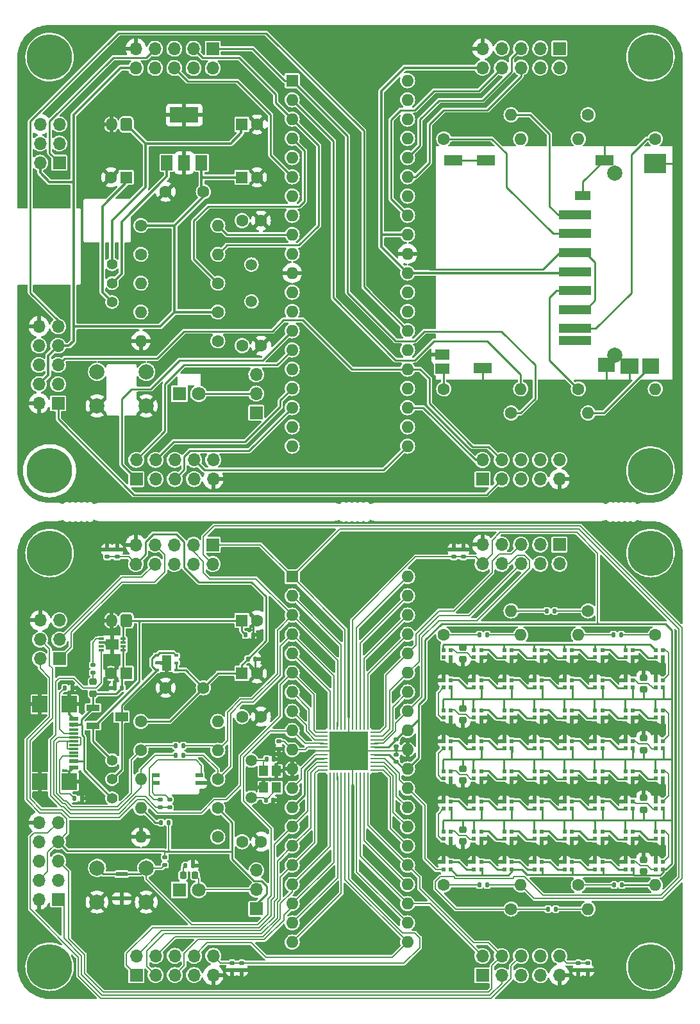
<source format=gbr>
%TF.GenerationSoftware,KiCad,Pcbnew,(6.0.4)*%
%TF.CreationDate,2023-01-10T10:28:08+00:00*%
%TF.ProjectId,il-flatto,696c2d66-6c61-4747-946f-2e6b69636164,rev?*%
%TF.SameCoordinates,Original*%
%TF.FileFunction,Copper,L1,Top*%
%TF.FilePolarity,Positive*%
%FSLAX46Y46*%
G04 Gerber Fmt 4.6, Leading zero omitted, Abs format (unit mm)*
G04 Created by KiCad (PCBNEW (6.0.4)) date 2023-01-10 10:28:08*
%MOMM*%
%LPD*%
G01*
G04 APERTURE LIST*
G04 Aperture macros list*
%AMRoundRect*
0 Rectangle with rounded corners*
0 $1 Rounding radius*
0 $2 $3 $4 $5 $6 $7 $8 $9 X,Y pos of 4 corners*
0 Add a 4 corners polygon primitive as box body*
4,1,4,$2,$3,$4,$5,$6,$7,$8,$9,$2,$3,0*
0 Add four circle primitives for the rounded corners*
1,1,$1+$1,$2,$3*
1,1,$1+$1,$4,$5*
1,1,$1+$1,$6,$7*
1,1,$1+$1,$8,$9*
0 Add four rect primitives between the rounded corners*
20,1,$1+$1,$2,$3,$4,$5,0*
20,1,$1+$1,$4,$5,$6,$7,0*
20,1,$1+$1,$6,$7,$8,$9,0*
20,1,$1+$1,$8,$9,$2,$3,0*%
G04 Aperture macros list end*
%TA.AperFunction,ComponentPad*%
%ADD10C,1.600000*%
%TD*%
%TA.AperFunction,ComponentPad*%
%ADD11O,1.600000X1.600000*%
%TD*%
%TA.AperFunction,SMDPad,CuDef*%
%ADD12R,0.550000X0.550000*%
%TD*%
%TA.AperFunction,SMDPad,CuDef*%
%ADD13RoundRect,0.135000X-0.135000X-0.185000X0.135000X-0.185000X0.135000X0.185000X-0.135000X0.185000X0*%
%TD*%
%TA.AperFunction,ComponentPad*%
%ADD14C,6.000000*%
%TD*%
%TA.AperFunction,SMDPad,CuDef*%
%ADD15RoundRect,0.225000X0.250000X-0.225000X0.250000X0.225000X-0.250000X0.225000X-0.250000X-0.225000X0*%
%TD*%
%TA.AperFunction,ComponentPad*%
%ADD16R,1.600000X1.600000*%
%TD*%
%TA.AperFunction,SMDPad,CuDef*%
%ADD17RoundRect,0.140000X-0.170000X0.140000X-0.170000X-0.140000X0.170000X-0.140000X0.170000X0.140000X0*%
%TD*%
%TA.AperFunction,ComponentPad*%
%ADD18R,1.700000X1.700000*%
%TD*%
%TA.AperFunction,ComponentPad*%
%ADD19O,1.700000X1.700000*%
%TD*%
%TA.AperFunction,ComponentPad*%
%ADD20C,1.500000*%
%TD*%
%TA.AperFunction,SMDPad,CuDef*%
%ADD21RoundRect,0.140000X0.140000X0.170000X-0.140000X0.170000X-0.140000X-0.170000X0.140000X-0.170000X0*%
%TD*%
%TA.AperFunction,SMDPad,CuDef*%
%ADD22R,0.609600X0.406400*%
%TD*%
%TA.AperFunction,SMDPad,CuDef*%
%ADD23R,1.193800X2.006600*%
%TD*%
%TA.AperFunction,SMDPad,CuDef*%
%ADD24RoundRect,0.135000X0.135000X0.185000X-0.135000X0.185000X-0.135000X-0.185000X0.135000X-0.185000X0*%
%TD*%
%TA.AperFunction,SMDPad,CuDef*%
%ADD25RoundRect,0.225000X-0.250000X0.225000X-0.250000X-0.225000X0.250000X-0.225000X0.250000X0.225000X0*%
%TD*%
%TA.AperFunction,SMDPad,CuDef*%
%ADD26R,1.150000X0.600000*%
%TD*%
%TA.AperFunction,SMDPad,CuDef*%
%ADD27R,1.150000X0.300000*%
%TD*%
%TA.AperFunction,SMDPad,CuDef*%
%ADD28R,2.000000X2.180000*%
%TD*%
%TA.AperFunction,SMDPad,CuDef*%
%ADD29RoundRect,0.140000X0.170000X-0.140000X0.170000X0.140000X-0.170000X0.140000X-0.170000X-0.140000X0*%
%TD*%
%TA.AperFunction,SMDPad,CuDef*%
%ADD30RoundRect,0.062500X-0.475000X-0.062500X0.475000X-0.062500X0.475000X0.062500X-0.475000X0.062500X0*%
%TD*%
%TA.AperFunction,SMDPad,CuDef*%
%ADD31RoundRect,0.062500X-0.062500X-0.475000X0.062500X-0.475000X0.062500X0.475000X-0.062500X0.475000X0*%
%TD*%
%TA.AperFunction,SMDPad,CuDef*%
%ADD32R,5.200000X5.200000*%
%TD*%
%TA.AperFunction,SMDPad,CuDef*%
%ADD33R,1.500000X0.550000*%
%TD*%
%TA.AperFunction,ComponentPad*%
%ADD34C,1.397000*%
%TD*%
%TA.AperFunction,SMDPad,CuDef*%
%ADD35RoundRect,0.135000X0.185000X-0.135000X0.185000X0.135000X-0.185000X0.135000X-0.185000X-0.135000X0*%
%TD*%
%TA.AperFunction,ComponentPad*%
%ADD36C,2.000000*%
%TD*%
%TA.AperFunction,SMDPad,CuDef*%
%ADD37R,1.016000X0.508000*%
%TD*%
%TA.AperFunction,SMDPad,CuDef*%
%ADD38R,0.750000X0.300000*%
%TD*%
%TA.AperFunction,SMDPad,CuDef*%
%ADD39R,1.750000X1.450000*%
%TD*%
%TA.AperFunction,SMDPad,CuDef*%
%ADD40R,2.400000X1.400000*%
%TD*%
%TA.AperFunction,SMDPad,CuDef*%
%ADD41R,2.400000X2.100000*%
%TD*%
%TA.AperFunction,SMDPad,CuDef*%
%ADD42R,2.900000X2.600000*%
%TD*%
%TA.AperFunction,SMDPad,CuDef*%
%ADD43R,1.950000X1.400000*%
%TD*%
%TA.AperFunction,SMDPad,CuDef*%
%ADD44R,2.200000X1.850000*%
%TD*%
%TA.AperFunction,SMDPad,CuDef*%
%ADD45R,2.200000X2.100000*%
%TD*%
%TA.AperFunction,SMDPad,CuDef*%
%ADD46R,1.950000X1.450000*%
%TD*%
%TA.AperFunction,SMDPad,CuDef*%
%ADD47R,4.300000X1.200000*%
%TD*%
%TA.AperFunction,SMDPad,CuDef*%
%ADD48R,2.000000X1.200000*%
%TD*%
%TA.AperFunction,WasherPad*%
%ADD49C,2.000000*%
%TD*%
%TA.AperFunction,ComponentPad*%
%ADD50R,1.800000X1.800000*%
%TD*%
%TA.AperFunction,ComponentPad*%
%ADD51C,1.800000*%
%TD*%
%TA.AperFunction,SMDPad,CuDef*%
%ADD52RoundRect,0.140000X-0.140000X-0.170000X0.140000X-0.170000X0.140000X0.170000X-0.140000X0.170000X0*%
%TD*%
%TA.AperFunction,SMDPad,CuDef*%
%ADD53R,1.500000X2.000000*%
%TD*%
%TA.AperFunction,SMDPad,CuDef*%
%ADD54R,3.800000X2.000000*%
%TD*%
%TA.AperFunction,SMDPad,CuDef*%
%ADD55RoundRect,0.218750X-0.256250X0.218750X-0.256250X-0.218750X0.256250X-0.218750X0.256250X0.218750X0*%
%TD*%
%TA.AperFunction,ComponentPad*%
%ADD56RoundRect,0.312500X0.437500X0.562500X-0.437500X0.562500X-0.437500X-0.562500X0.437500X-0.562500X0*%
%TD*%
%TA.AperFunction,ComponentPad*%
%ADD57O,1.500000X1.750000*%
%TD*%
%TA.AperFunction,SMDPad,CuDef*%
%ADD58R,1.200000X1.400000*%
%TD*%
%TA.AperFunction,SMDPad,CuDef*%
%ADD59RoundRect,0.218750X-0.218750X-0.256250X0.218750X-0.256250X0.218750X0.256250X-0.218750X0.256250X0*%
%TD*%
%TA.AperFunction,SMDPad,CuDef*%
%ADD60R,1.752600X0.812800*%
%TD*%
%TA.AperFunction,SMDPad,CuDef*%
%ADD61R,1.752600X1.193800*%
%TD*%
%TA.AperFunction,SMDPad,CuDef*%
%ADD62RoundRect,0.135000X-0.185000X0.135000X-0.185000X-0.135000X0.185000X-0.135000X0.185000X0.135000X0*%
%TD*%
%TA.AperFunction,Conductor*%
%ADD63C,0.254000*%
%TD*%
%TA.AperFunction,Conductor*%
%ADD64C,0.200000*%
%TD*%
%TA.AperFunction,Conductor*%
%ADD65C,0.355600*%
%TD*%
G04 APERTURE END LIST*
D10*
%TO.P,R1,1*%
%TO.N,USB D+*%
X175260000Y-125730000D03*
D11*
%TO.P,R1,2*%
%TO.N,PB2*%
X185420000Y-125730000D03*
%TD*%
D12*
%TO.P,D210,1,DOUT*%
%TO.N,Net-(D210-Pad1)*%
X235253391Y-137432490D03*
%TO.P,D210,2,VDD*%
%TO.N,VDD*%
X235253391Y-136482490D03*
%TO.P,D210,3,DIN*%
%TO.N,Net-(D209-Pad1)*%
X236203391Y-136482490D03*
%TO.P,D210,4,VSS*%
%TO.N,GND*%
X236203391Y-137432490D03*
%TD*%
%TO.P,D211,1,DOUT*%
%TO.N,Net-(D211-Pad1)*%
X231253391Y-137432490D03*
%TO.P,D211,2,VDD*%
%TO.N,VDD*%
X231253391Y-136482490D03*
%TO.P,D211,3,DIN*%
%TO.N,Net-(D210-Pad1)*%
X232203391Y-136482490D03*
%TO.P,D211,4,VSS*%
%TO.N,GND*%
X232203391Y-137432490D03*
%TD*%
D13*
%TO.P,R110,1*%
%TO.N,PB0*%
X229029800Y-146685000D03*
%TO.P,R110,2*%
%TO.N,Net-(R110-Pad2)*%
X230049800Y-146685000D03*
%TD*%
D14*
%TO.P,REF\u002A\u002A,1*%
%TO.N,N/C*%
X242570000Y-99695000D03*
%TD*%
D15*
%TO.P,C304,1*%
%TO.N,VDD*%
X241668014Y-125700419D03*
%TO.P,C304,2*%
%TO.N,GND*%
X241668014Y-124150419D03*
%TD*%
D16*
%TO.P,C6,1*%
%TO.N,VDD*%
X188595000Y-50070000D03*
D10*
%TO.P,C6,2*%
%TO.N,GND*%
X190595000Y-50070000D03*
%TD*%
D12*
%TO.P,D232,1,DOUT*%
%TO.N,Net-(D232-Pad1)*%
X216193014Y-124492419D03*
%TO.P,D232,2,VDD*%
%TO.N,VDD*%
X216193014Y-125442419D03*
%TO.P,D232,3,DIN*%
%TO.N,/internals/Row4/DOUT*%
X215243014Y-125442419D03*
%TO.P,D232,4,VSS*%
%TO.N,GND*%
X215243014Y-124492419D03*
%TD*%
%TO.P,D258,1,DOUT*%
%TO.N,Net-(D258-Pad1)*%
X235257000Y-113425000D03*
%TO.P,D258,2,VDD*%
%TO.N,VDD*%
X235257000Y-112475000D03*
%TO.P,D258,3,DIN*%
%TO.N,Net-(D257-Pad1)*%
X236207000Y-112475000D03*
%TO.P,D258,4,VSS*%
%TO.N,GND*%
X236207000Y-113425000D03*
%TD*%
%TO.P,D250,1,DOUT*%
%TO.N,Net-(D250-Pad1)*%
X224192614Y-116482082D03*
%TO.P,D250,2,VDD*%
%TO.N,VDD*%
X224192614Y-117432082D03*
%TO.P,D250,3,DIN*%
%TO.N,Net-(D249-Pad1)*%
X223242614Y-117432082D03*
%TO.P,D250,4,VSS*%
%TO.N,GND*%
X223242614Y-116482082D03*
%TD*%
D17*
%TO.P,C113,1*%
%TO.N,VDD*%
X187299600Y-153799600D03*
%TO.P,C113,2*%
%TO.N,GND*%
X187299600Y-154759600D03*
%TD*%
D12*
%TO.P,D249,1,DOUT*%
%TO.N,Net-(D249-Pad1)*%
X220192614Y-116482082D03*
%TO.P,D249,2,VDD*%
%TO.N,VDD*%
X220192614Y-117432082D03*
%TO.P,D249,3,DIN*%
%TO.N,Net-(D248-Pad1)*%
X219242614Y-117432082D03*
%TO.P,D249,4,VSS*%
%TO.N,GND*%
X219242614Y-116482082D03*
%TD*%
D18*
%TO.P,SV1(A)1,1,Pin_1*%
%TO.N,PA0*%
X230540000Y-33065000D03*
D19*
%TO.P,SV1(A)1,2,Pin_2*%
%TO.N,PA1*%
X230540000Y-35605000D03*
%TO.P,SV1(A)1,3,Pin_3*%
%TO.N,PA2*%
X228000000Y-33065000D03*
%TO.P,SV1(A)1,4,Pin_4*%
%TO.N,PA3*%
X228000000Y-35605000D03*
%TO.P,SV1(A)1,5,Pin_5*%
%TO.N,PA4*%
X225460000Y-33065000D03*
%TO.P,SV1(A)1,6,Pin_6*%
%TO.N,PA5*%
X225460000Y-35605000D03*
%TO.P,SV1(A)1,7,Pin_7*%
%TO.N,PA6*%
X222920000Y-33065000D03*
%TO.P,SV1(A)1,8,Pin_8*%
%TO.N,PA7*%
X222920000Y-35605000D03*
%TO.P,SV1(A)1,9,Pin_9*%
%TO.N,GND*%
X220380000Y-33065000D03*
%TO.P,SV1(A)1,10,Pin_10*%
%TO.N,VDD*%
X220380000Y-35605000D03*
%TD*%
D10*
%TO.P,R10,1*%
%TO.N,PB0*%
X224155000Y-146685000D03*
D11*
%TO.P,R10,2*%
%TO.N,Net-(R10-Pad2)*%
X234315000Y-146685000D03*
%TD*%
D13*
%TO.P,R107,1*%
%TO.N,Net-(R107-Pad1)*%
X219962000Y-110464600D03*
%TO.P,R107,2*%
%TO.N,PB5*%
X220982000Y-110464600D03*
%TD*%
D16*
%TO.P,C4,1*%
%TO.N,VBUS*%
X173310113Y-115570000D03*
D10*
%TO.P,C4,2*%
%TO.N,GND*%
X171310113Y-115570000D03*
%TD*%
D20*
%TO.P,Q1,1,1*%
%TO.N,Q1_2*%
X189865000Y-127090000D03*
%TO.P,Q1,2,2*%
%TO.N,Q1_1*%
X189865000Y-131970000D03*
%TD*%
D21*
%TO.P,C102,1*%
%TO.N,GND*%
X192834200Y-126873000D03*
%TO.P,C102,2*%
%TO.N,Q1_2*%
X191874200Y-126873000D03*
%TD*%
D12*
%TO.P,D261,1,DOUT*%
%TO.N,Net-(D261-Pad1)*%
X223257000Y-113425000D03*
%TO.P,D261,2,VDD*%
%TO.N,VDD*%
X223257000Y-112475000D03*
%TO.P,D261,3,DIN*%
%TO.N,Net-(D260-Pad1)*%
X224207000Y-112475000D03*
%TO.P,D261,4,VSS*%
%TO.N,GND*%
X224207000Y-113425000D03*
%TD*%
%TO.P,D252,1,DOUT*%
%TO.N,Net-(D252-Pad1)*%
X232192614Y-116482082D03*
%TO.P,D252,2,VDD*%
%TO.N,VDD*%
X232192614Y-117432082D03*
%TO.P,D252,3,DIN*%
%TO.N,Net-(D251-Pad1)*%
X231242614Y-117432082D03*
%TO.P,D252,4,VSS*%
%TO.N,GND*%
X231242614Y-116482082D03*
%TD*%
D22*
%TO.P,U102,1,VIN*%
%TO.N,LDO_in*%
X177355149Y-113220149D03*
%TO.P,U102,2,GND*%
%TO.N,GND*%
X177355149Y-114170150D03*
%TO.P,U102,3,NC/EN*%
%TO.N,LDO_in*%
X177355149Y-115120151D03*
%TO.P,U102,4,VOUT*%
%TO.N,VDD*%
X179895149Y-115120151D03*
%TO.P,U102,5,SENSE/ADJ*%
X179895149Y-114170150D03*
%TO.P,U102,6,VIN*%
%TO.N,LDO_in*%
X179895149Y-113220149D03*
D23*
%TO.P,U102,7,EPAD*%
%TO.N,GND*%
X178625149Y-114170150D03*
%TD*%
D12*
%TO.P,D227,1,DOUT*%
%TO.N,Net-(D227-Pad1)*%
X231247391Y-129428490D03*
%TO.P,D227,2,VDD*%
%TO.N,VDD*%
X231247391Y-128478490D03*
%TO.P,D227,3,DIN*%
%TO.N,Net-(D226-Pad1)*%
X232197391Y-128478490D03*
%TO.P,D227,4,VSS*%
%TO.N,GND*%
X232197391Y-129428490D03*
%TD*%
D24*
%TO.P,R101,1*%
%TO.N,PB2*%
X180850000Y-125095000D03*
%TO.P,R101,2*%
%TO.N,USB D+*%
X179830000Y-125095000D03*
%TD*%
D18*
%TO.P,SV3(C)1,1,Pin_1*%
%TO.N,PC0*%
X220375000Y-89935000D03*
D19*
%TO.P,SV3(C)1,2,Pin_2*%
%TO.N,PC1*%
X220375000Y-87395000D03*
%TO.P,SV3(C)1,3,Pin_3*%
%TO.N,PC2*%
X222915000Y-89935000D03*
%TO.P,SV3(C)1,4,Pin_4*%
%TO.N,PC3*%
X222915000Y-87395000D03*
%TO.P,SV3(C)1,5,Pin_5*%
%TO.N,PC4*%
X225455000Y-89935000D03*
%TO.P,SV3(C)1,6,Pin_6*%
%TO.N,PC5*%
X225455000Y-87395000D03*
%TO.P,SV3(C)1,7,Pin_7*%
%TO.N,PC6*%
X227995000Y-89935000D03*
%TO.P,SV3(C)1,8,Pin_8*%
%TO.N,PC7*%
X227995000Y-87395000D03*
%TO.P,SV3(C)1,9,Pin_9*%
%TO.N,GND*%
X230535000Y-89935000D03*
%TO.P,SV3(C)1,10,Pin_10*%
%TO.N,VDD*%
X230535000Y-87395000D03*
%TD*%
D25*
%TO.P,C303,1*%
%TO.N,VDD*%
X217784575Y-128155175D03*
%TO.P,C303,2*%
%TO.N,GND*%
X217784575Y-129705175D03*
%TD*%
D12*
%TO.P,D200,1,DOUT*%
%TO.N,Net-(D200-Pad1)*%
X216203391Y-140482490D03*
%TO.P,D200,2,VDD*%
%TO.N,VDD*%
X216203391Y-141432490D03*
%TO.P,D200,3,DIN*%
%TO.N,PC7*%
X215253391Y-141432490D03*
%TO.P,D200,4,VSS*%
%TO.N,GND*%
X215253391Y-140482490D03*
%TD*%
D26*
%TO.P,X101,A1/B12,GND*%
%TO.N,GND*%
X166408700Y-121564800D03*
%TO.P,X101,A4/B9,VBUS*%
%TO.N,VBUS*%
X166408700Y-122364800D03*
D27*
%TO.P,X101,A5,CC1*%
%TO.N,Net-(R201-Pad1)*%
X166408700Y-123514800D03*
%TO.P,X101,A6,D+*%
%TO.N,USB D+*%
X166408700Y-124514800D03*
%TO.P,X101,A7,D-*%
%TO.N,USB D-*%
X166408700Y-125014800D03*
%TO.P,X101,A8,SBU1*%
%TO.N,unconnected-(X101-PadA8)*%
X166408700Y-126014800D03*
D26*
%TO.P,X101,B1/A12,GND*%
%TO.N,GND*%
X166408700Y-127964800D03*
%TO.P,X101,B4/A9,VBUS*%
%TO.N,VBUS*%
X166408700Y-127164800D03*
D27*
%TO.P,X101,B5,CC2*%
%TO.N,Net-(R202-Pad1)*%
X166408700Y-126514800D03*
%TO.P,X101,B6,D+*%
%TO.N,USB D+*%
X166408700Y-125514800D03*
%TO.P,X101,B7,D-*%
%TO.N,USB D-*%
X166408700Y-124014800D03*
%TO.P,X101,B8,SBU2*%
%TO.N,unconnected-(X101-PadB8)*%
X166408700Y-123014800D03*
D28*
%TO.P,X101,S1,SHIELD*%
%TO.N,GND*%
X165833700Y-119654800D03*
%TO.P,X101,S2,SHIELD*%
X165833700Y-129874800D03*
%TO.P,X101,S3,SHIELD*%
X161903700Y-119654800D03*
%TO.P,X101,S4,SHIELD*%
X161903700Y-129874800D03*
%TD*%
D12*
%TO.P,D221,1,DOUT*%
%TO.N,Net-(D221-Pad1)*%
X236194138Y-132486487D03*
%TO.P,D221,2,VDD*%
%TO.N,VDD*%
X236194138Y-133436487D03*
%TO.P,D221,3,DIN*%
%TO.N,Net-(D220-Pad1)*%
X235244138Y-133436487D03*
%TO.P,D221,4,VSS*%
%TO.N,GND*%
X235244138Y-132486487D03*
%TD*%
D10*
%TO.P,R4,1*%
%TO.N,Net-(D1-Pad1)*%
X185420000Y-137160000D03*
D11*
%TO.P,R4,2*%
%TO.N,GND*%
X175260000Y-137160000D03*
%TD*%
D18*
%TO.P,J103,1,Pin_1*%
%TO.N,PB6*%
X164485000Y-113650000D03*
D19*
%TO.P,J103,2,Pin_2*%
%TO.N,VDD*%
X161945000Y-113650000D03*
%TO.P,J103,3,Pin_3*%
%TO.N,PB7*%
X164485000Y-111110000D03*
%TO.P,J103,4,Pin_4*%
%TO.N,PB5*%
X161945000Y-111110000D03*
%TO.P,J103,5,Pin_5*%
%TO.N,n_reset*%
X164485000Y-108570000D03*
%TO.P,J103,6,Pin_6*%
%TO.N,GND*%
X161945000Y-108570000D03*
%TD*%
D24*
%TO.P,R106,1*%
%TO.N,PB4*%
X229922800Y-107315000D03*
%TO.P,R106,2*%
%TO.N,Net-(R106-Pad2)*%
X228902800Y-107315000D03*
%TD*%
D29*
%TO.P,C108,1*%
%TO.N,VDD*%
X170815000Y-100175000D03*
%TO.P,C108,2*%
%TO.N,GND*%
X170815000Y-99215000D03*
%TD*%
D30*
%TO.P,U101,1,PB5*%
%TO.N,PB5*%
X199379900Y-123331600D03*
%TO.P,U101,2,PB6*%
%TO.N,PB6*%
X199379900Y-123831600D03*
%TO.P,U101,3,PB7*%
%TO.N,PB7*%
X199379900Y-124331600D03*
%TO.P,U101,4,~{RESET}*%
%TO.N,n_reset*%
X199379900Y-124831600D03*
%TO.P,U101,5,VCC*%
%TO.N,VDD*%
X199379900Y-125331600D03*
%TO.P,U101,6,GND*%
%TO.N,GND*%
X199379900Y-125831600D03*
%TO.P,U101,7,XTAL2*%
%TO.N,Q1_2*%
X199379900Y-126331600D03*
%TO.P,U101,8,XTAL1*%
%TO.N,Q1_1*%
X199379900Y-126831600D03*
%TO.P,U101,9,PD0*%
%TO.N,PD0*%
X199379900Y-127331600D03*
%TO.P,U101,10,PD1*%
%TO.N,PD1*%
X199379900Y-127831600D03*
%TO.P,U101,11,PD2*%
%TO.N,PD2*%
X199379900Y-128331600D03*
D31*
%TO.P,U101,12,PD3*%
%TO.N,PD3*%
X200217400Y-129169100D03*
%TO.P,U101,13,PD4*%
%TO.N,PD4*%
X200717400Y-129169100D03*
%TO.P,U101,14,PD5*%
%TO.N,PD5*%
X201217400Y-129169100D03*
%TO.P,U101,15,PD6*%
%TO.N,PD6*%
X201717400Y-129169100D03*
%TO.P,U101,16,PD7*%
%TO.N,PD7*%
X202217400Y-129169100D03*
%TO.P,U101,17,VCC*%
%TO.N,VDD*%
X202717400Y-129169100D03*
%TO.P,U101,18,GND*%
%TO.N,GND*%
X203217400Y-129169100D03*
%TO.P,U101,19,PC0*%
%TO.N,PC0*%
X203717400Y-129169100D03*
%TO.P,U101,20,PC1*%
%TO.N,PC1*%
X204217400Y-129169100D03*
%TO.P,U101,21,PC2*%
%TO.N,PC2*%
X204717400Y-129169100D03*
%TO.P,U101,22,PC3*%
%TO.N,PC3*%
X205217400Y-129169100D03*
D30*
%TO.P,U101,23,PC4*%
%TO.N,PC4*%
X206054900Y-128331600D03*
%TO.P,U101,24,PC5*%
%TO.N,PC5*%
X206054900Y-127831600D03*
%TO.P,U101,25,PC6*%
%TO.N,PC6*%
X206054900Y-127331600D03*
%TO.P,U101,26,PC7*%
%TO.N,PC7*%
X206054900Y-126831600D03*
%TO.P,U101,27,AVCC*%
%TO.N,VDD*%
X206054900Y-126331600D03*
%TO.P,U101,28,GND*%
%TO.N,GND*%
X206054900Y-125831600D03*
%TO.P,U101,29,AREF*%
%TO.N,VDD*%
X206054900Y-125331600D03*
%TO.P,U101,30,PA7*%
%TO.N,PA7*%
X206054900Y-124831600D03*
%TO.P,U101,31,PA6*%
%TO.N,PA6*%
X206054900Y-124331600D03*
%TO.P,U101,32,PA5*%
%TO.N,PA5*%
X206054900Y-123831600D03*
%TO.P,U101,33,PA4*%
%TO.N,PA4*%
X206054900Y-123331600D03*
D31*
%TO.P,U101,34,PA3*%
%TO.N,PA3*%
X205217400Y-122494100D03*
%TO.P,U101,35,PA2*%
%TO.N,PA2*%
X204717400Y-122494100D03*
%TO.P,U101,36,PA1*%
%TO.N,PA1*%
X204217400Y-122494100D03*
%TO.P,U101,37,PA0*%
%TO.N,PA0*%
X203717400Y-122494100D03*
%TO.P,U101,38,VCC*%
%TO.N,VDD*%
X203217400Y-122494100D03*
%TO.P,U101,39,GND*%
%TO.N,GND*%
X202717400Y-122494100D03*
%TO.P,U101,40,PB0*%
%TO.N,PB0*%
X202217400Y-122494100D03*
%TO.P,U101,41,PB1*%
%TO.N,PB1*%
X201717400Y-122494100D03*
%TO.P,U101,42,PB2*%
%TO.N,PB2*%
X201217400Y-122494100D03*
%TO.P,U101,43,PB3*%
%TO.N,PB3*%
X200717400Y-122494100D03*
%TO.P,U101,44,PB4*%
%TO.N,PB4*%
X200217400Y-122494100D03*
D32*
%TO.P,U101,45,GND*%
%TO.N,GND*%
X202717400Y-125831600D03*
%TD*%
D17*
%TO.P,C110,1*%
%TO.N,VDD*%
X188595000Y-153825000D03*
%TO.P,C110,2*%
%TO.N,GND*%
X188595000Y-154785000D03*
%TD*%
D33*
%TO.P,S102,1,A*%
%TO.N,GND*%
X172720000Y-145313022D03*
%TO.P,S102,2,B*%
%TO.N,n_reset*%
X172720000Y-142063022D03*
%TD*%
D16*
%TO.P,C5,1*%
%TO.N,V_BAT*%
X188595000Y-108585000D03*
D10*
%TO.P,C5,2*%
%TO.N,GND*%
X190595000Y-108585000D03*
%TD*%
%TO.P,R2,1*%
%TO.N,PB3*%
X185420000Y-129540000D03*
D11*
%TO.P,R2,2*%
%TO.N,USB D-*%
X175260000Y-129540000D03*
%TD*%
D13*
%TO.P,R202,1*%
%TO.N,Net-(R202-Pad1)*%
X166495000Y-132080000D03*
%TO.P,R202,2*%
%TO.N,GND*%
X167515000Y-132080000D03*
%TD*%
D10*
%TO.P,R4,1*%
%TO.N,Net-(D1-Pad1)*%
X185420000Y-71660000D03*
D11*
%TO.P,R4,2*%
%TO.N,GND*%
X175260000Y-71660000D03*
%TD*%
D18*
%TO.P,JP3,1,Pin_1*%
%TO.N,VDD*%
X190500000Y-81170000D03*
D19*
%TO.P,JP3,2,Pin_2*%
%TO.N,Net-(D1-Pad2)*%
X190500000Y-78630000D03*
%TO.P,JP3,3,Pin_3*%
%TO.N,PB7*%
X190500000Y-76090000D03*
%TD*%
D12*
%TO.P,D231,1,DOUT*%
%TO.N,/internals/Row4/DOUT*%
X215247391Y-129428490D03*
%TO.P,D231,2,VDD*%
%TO.N,VDD*%
X215247391Y-128478490D03*
%TO.P,D231,3,DIN*%
%TO.N,Net-(D230-Pad1)*%
X216197391Y-128478490D03*
%TO.P,D231,4,VSS*%
%TO.N,GND*%
X216197391Y-129428490D03*
%TD*%
%TO.P,D206,1,DOUT*%
%TO.N,Net-(D206-Pad1)*%
X240203391Y-140482490D03*
%TO.P,D206,2,VDD*%
%TO.N,VDD*%
X240203391Y-141432490D03*
%TO.P,D206,3,DIN*%
%TO.N,Net-(D205-Pad1)*%
X239253391Y-141432490D03*
%TO.P,D206,4,VSS*%
%TO.N,GND*%
X239253391Y-140482490D03*
%TD*%
%TO.P,D201,1,DOUT*%
%TO.N,Net-(D201-Pad1)*%
X220203391Y-140482490D03*
%TO.P,D201,2,VDD*%
%TO.N,VDD*%
X220203391Y-141432490D03*
%TO.P,D201,3,DIN*%
%TO.N,Net-(D200-Pad1)*%
X219253391Y-141432490D03*
%TO.P,D201,4,VSS*%
%TO.N,GND*%
X219253391Y-140482490D03*
%TD*%
D10*
%TO.P,R3,1*%
%TO.N,VDD*%
X185420000Y-133350000D03*
D11*
%TO.P,R3,2*%
%TO.N,USB D-*%
X175260000Y-133350000D03*
%TD*%
D12*
%TO.P,D233,1,DOUT*%
%TO.N,Net-(D233-Pad1)*%
X220193014Y-124492419D03*
%TO.P,D233,2,VDD*%
%TO.N,VDD*%
X220193014Y-125442419D03*
%TO.P,D233,3,DIN*%
%TO.N,Net-(D232-Pad1)*%
X219243014Y-125442419D03*
%TO.P,D233,4,VSS*%
%TO.N,GND*%
X219243014Y-124492419D03*
%TD*%
D16*
%TO.P,C6,1*%
%TO.N,VDD*%
X188595000Y-115570000D03*
D10*
%TO.P,C6,2*%
%TO.N,GND*%
X190595000Y-115570000D03*
%TD*%
D12*
%TO.P,D253,1,DOUT*%
%TO.N,Net-(D253-Pad1)*%
X236192614Y-116482082D03*
%TO.P,D253,2,VDD*%
%TO.N,VDD*%
X236192614Y-117432082D03*
%TO.P,D253,3,DIN*%
%TO.N,Net-(D252-Pad1)*%
X235242614Y-117432082D03*
%TO.P,D253,4,VSS*%
%TO.N,GND*%
X235242614Y-116482082D03*
%TD*%
D20*
%TO.P,Q1,1,1*%
%TO.N,Q1_2*%
X189865000Y-61590000D03*
%TO.P,Q1,2,2*%
%TO.N,Q1_1*%
X189865000Y-66470000D03*
%TD*%
D12*
%TO.P,D208,1,DOUT*%
%TO.N,Net-(D208-Pad1)*%
X243253391Y-137432490D03*
%TO.P,D208,2,VDD*%
%TO.N,VDD*%
X243253391Y-136482490D03*
%TO.P,D208,3,DIN*%
%TO.N,/internals/Row1/DOUT*%
X244203391Y-136482490D03*
%TO.P,D208,4,VSS*%
%TO.N,GND*%
X244203391Y-137432490D03*
%TD*%
%TO.P,D255,1,DOUT*%
%TO.N,/internals/Row7/DOUT*%
X244192614Y-116482082D03*
%TO.P,D255,2,VDD*%
%TO.N,VDD*%
X244192614Y-117432082D03*
%TO.P,D255,3,DIN*%
%TO.N,Net-(D254-Pad1)*%
X243242614Y-117432082D03*
%TO.P,D255,4,VSS*%
%TO.N,GND*%
X243242614Y-116482082D03*
%TD*%
D29*
%TO.P,C205,1*%
%TO.N,VDD*%
X209000000Y-127230000D03*
%TO.P,C205,2*%
%TO.N,GND*%
X209000000Y-126270000D03*
%TD*%
D14*
%TO.P,,1*%
%TO.N,N/C*%
X242570000Y-88805000D03*
%TD*%
D25*
%TO.P,C305,1*%
%TO.N,VDD*%
X217769457Y-120221189D03*
%TO.P,C305,2*%
%TO.N,GND*%
X217769457Y-121771189D03*
%TD*%
D29*
%TO.P,C107,1*%
%TO.N,VDD*%
X217840000Y-100175000D03*
%TO.P,C107,2*%
%TO.N,GND*%
X217840000Y-99215000D03*
%TD*%
D12*
%TO.P,D254,1,DOUT*%
%TO.N,Net-(D254-Pad1)*%
X240192614Y-116482082D03*
%TO.P,D254,2,VDD*%
%TO.N,VDD*%
X240192614Y-117432082D03*
%TO.P,D254,3,DIN*%
%TO.N,Net-(D253-Pad1)*%
X239242614Y-117432082D03*
%TO.P,D254,4,VSS*%
%TO.N,GND*%
X239242614Y-116482082D03*
%TD*%
%TO.P,D251,1,DOUT*%
%TO.N,Net-(D251-Pad1)*%
X228192614Y-116482082D03*
%TO.P,D251,2,VDD*%
%TO.N,VDD*%
X228192614Y-117432082D03*
%TO.P,D251,3,DIN*%
%TO.N,Net-(D250-Pad1)*%
X227242614Y-117432082D03*
%TO.P,D251,4,VSS*%
%TO.N,GND*%
X227242614Y-116482082D03*
%TD*%
%TO.P,D228,1,DOUT*%
%TO.N,Net-(D228-Pad1)*%
X227247391Y-129428490D03*
%TO.P,D228,2,VDD*%
%TO.N,VDD*%
X227247391Y-128478490D03*
%TO.P,D228,3,DIN*%
%TO.N,Net-(D227-Pad1)*%
X228197391Y-128478490D03*
%TO.P,D228,4,VSS*%
%TO.N,GND*%
X228197391Y-129428490D03*
%TD*%
%TO.P,D212,1,DOUT*%
%TO.N,Net-(D212-Pad1)*%
X227253391Y-137432490D03*
%TO.P,D212,2,VDD*%
%TO.N,VDD*%
X227253391Y-136482490D03*
%TO.P,D212,3,DIN*%
%TO.N,Net-(D211-Pad1)*%
X228203391Y-136482490D03*
%TO.P,D212,4,VSS*%
%TO.N,GND*%
X228203391Y-137432490D03*
%TD*%
%TO.P,D244,1,DOUT*%
%TO.N,Net-(D244-Pad1)*%
X227244457Y-121429189D03*
%TO.P,D244,2,VDD*%
%TO.N,VDD*%
X227244457Y-120479189D03*
%TO.P,D244,3,DIN*%
%TO.N,Net-(D243-Pad1)*%
X228194457Y-120479189D03*
%TO.P,D244,4,VSS*%
%TO.N,GND*%
X228194457Y-121429189D03*
%TD*%
%TO.P,D263,1,DOUT*%
%TO.N,/internals/Row8/DOUT*%
X215257000Y-113425000D03*
%TO.P,D263,2,VDD*%
%TO.N,VDD*%
X215257000Y-112475000D03*
%TO.P,D263,3,DIN*%
%TO.N,Net-(D262-Pad1)*%
X216207000Y-112475000D03*
%TO.P,D263,4,VSS*%
%TO.N,GND*%
X216207000Y-113425000D03*
%TD*%
%TO.P,D204,1,DOUT*%
%TO.N,Net-(D204-Pad1)*%
X232203391Y-140482490D03*
%TO.P,D204,2,VDD*%
%TO.N,VDD*%
X232203391Y-141432490D03*
%TO.P,D204,3,DIN*%
%TO.N,Net-(D203-Pad1)*%
X231253391Y-141432490D03*
%TO.P,D204,4,VSS*%
%TO.N,GND*%
X231253391Y-140482490D03*
%TD*%
%TO.P,D219,1,DOUT*%
%TO.N,Net-(D219-Pad1)*%
X228194138Y-132486487D03*
%TO.P,D219,2,VDD*%
%TO.N,VDD*%
X228194138Y-133436487D03*
%TO.P,D219,3,DIN*%
%TO.N,Net-(D218-Pad1)*%
X227244138Y-133436487D03*
%TO.P,D219,4,VSS*%
%TO.N,GND*%
X227244138Y-132486487D03*
%TD*%
D17*
%TO.P,C109,1*%
%TO.N,VDD*%
X234315000Y-153825000D03*
%TO.P,C109,2*%
%TO.N,GND*%
X234315000Y-154785000D03*
%TD*%
D10*
%TO.P,C3,1*%
%TO.N,VDD*%
X183515000Y-51975000D03*
%TO.P,C3,2*%
%TO.N,GND*%
X178515000Y-51975000D03*
%TD*%
D34*
%TO.P,S1,1,A*%
%TO.N,VBUS*%
X171450000Y-66540000D03*
%TO.P,S1,2,B*%
%TO.N,LDO_in*%
X171450000Y-64040000D03*
%TO.P,S1,3,C*%
%TO.N,V_BAT*%
X171450000Y-61540000D03*
%TD*%
D14*
%TO.P,REF\u002A\u002A,1*%
%TO.N,N/C*%
X242570000Y-34195000D03*
%TD*%
D10*
%TO.P,R9,1*%
%TO.N,Net-(R9-Pad1)*%
X243205000Y-44990000D03*
D11*
%TO.P,R9,2*%
%TO.N,PB6*%
X233045000Y-44990000D03*
%TD*%
D14*
%TO.P,,1*%
%TO.N,N/C*%
X242570000Y-154305000D03*
%TD*%
D12*
%TO.P,D218,1,DOUT*%
%TO.N,Net-(D218-Pad1)*%
X224194138Y-132486487D03*
%TO.P,D218,2,VDD*%
%TO.N,VDD*%
X224194138Y-133436487D03*
%TO.P,D218,3,DIN*%
%TO.N,Net-(D217-Pad1)*%
X223244138Y-133436487D03*
%TO.P,D218,4,VSS*%
%TO.N,GND*%
X223244138Y-132486487D03*
%TD*%
%TO.P,D225,1,DOUT*%
%TO.N,Net-(D225-Pad1)*%
X239247391Y-129428490D03*
%TO.P,D225,2,VDD*%
%TO.N,VDD*%
X239247391Y-128478490D03*
%TO.P,D225,3,DIN*%
%TO.N,Net-(D224-Pad1)*%
X240197391Y-128478490D03*
%TO.P,D225,4,VSS*%
%TO.N,GND*%
X240197391Y-129428490D03*
%TD*%
%TO.P,D238,1,DOUT*%
%TO.N,Net-(D238-Pad1)*%
X240193014Y-124492419D03*
%TO.P,D238,2,VDD*%
%TO.N,VDD*%
X240193014Y-125442419D03*
%TO.P,D238,3,DIN*%
%TO.N,Net-(D237-Pad1)*%
X239243014Y-125442419D03*
%TO.P,D238,4,VSS*%
%TO.N,GND*%
X239243014Y-124492419D03*
%TD*%
%TO.P,D241,1,DOUT*%
%TO.N,Net-(D241-Pad1)*%
X239244457Y-121429189D03*
%TO.P,D241,2,VDD*%
%TO.N,VDD*%
X239244457Y-120479189D03*
%TO.P,D241,3,DIN*%
%TO.N,Net-(D240-Pad1)*%
X240194457Y-120479189D03*
%TO.P,D241,4,VSS*%
%TO.N,GND*%
X240194457Y-121429189D03*
%TD*%
%TO.P,D246,1,DOUT*%
%TO.N,Net-(D246-Pad1)*%
X219244457Y-121429189D03*
%TO.P,D246,2,VDD*%
%TO.N,VDD*%
X219244457Y-120479189D03*
%TO.P,D246,3,DIN*%
%TO.N,Net-(D245-Pad1)*%
X220194457Y-120479189D03*
%TO.P,D246,4,VSS*%
%TO.N,GND*%
X220194457Y-121429189D03*
%TD*%
D10*
%TO.P,R8,1*%
%TO.N,Net-(R8-Pad1)*%
X233045000Y-78010000D03*
D11*
%TO.P,R8,2*%
%TO.N,PB7*%
X243205000Y-78010000D03*
%TD*%
D35*
%TO.P,R203,1*%
%TO.N,Net-(R203-Pad1)*%
X177800000Y-133225000D03*
%TO.P,R203,2*%
%TO.N,Net-(R203-Pad2)*%
X177800000Y-132205000D03*
%TD*%
D25*
%TO.P,C307,1*%
%TO.N,VDD*%
X217782000Y-112133000D03*
%TO.P,C307,2*%
%TO.N,GND*%
X217782000Y-113683000D03*
%TD*%
D29*
%TO.P,C111,1*%
%TO.N,VDD*%
X216570000Y-100175000D03*
%TO.P,C111,2*%
%TO.N,GND*%
X216570000Y-99215000D03*
%TD*%
D21*
%TO.P,C101,1*%
%TO.N,GND*%
X192758000Y-132283200D03*
%TO.P,C101,2*%
%TO.N,Q1_1*%
X191798000Y-132283200D03*
%TD*%
D12*
%TO.P,D224,1,DOUT*%
%TO.N,Net-(D224-Pad1)*%
X243247391Y-129428490D03*
%TO.P,D224,2,VDD*%
%TO.N,VDD*%
X243247391Y-128478490D03*
%TO.P,D224,3,DIN*%
%TO.N,/internals/Row3/DOUT*%
X244197391Y-128478490D03*
%TO.P,D224,4,VSS*%
%TO.N,GND*%
X244197391Y-129428490D03*
%TD*%
D15*
%TO.P,C306,1*%
%TO.N,VDD*%
X241667614Y-117690082D03*
%TO.P,C306,2*%
%TO.N,GND*%
X241667614Y-116140082D03*
%TD*%
D16*
%TO.P,C4,1*%
%TO.N,VBUS*%
X173310113Y-50070000D03*
D10*
%TO.P,C4,2*%
%TO.N,GND*%
X171310113Y-50070000D03*
%TD*%
D35*
%TO.P,R204,1*%
%TO.N,Net-(R203-Pad1)*%
X179070000Y-133225000D03*
%TO.P,R204,2*%
%TO.N,Net-(R204-Pad2)*%
X179070000Y-132205000D03*
%TD*%
D12*
%TO.P,D262,1,DOUT*%
%TO.N,Net-(D262-Pad1)*%
X219257000Y-113425000D03*
%TO.P,D262,2,VDD*%
%TO.N,VDD*%
X219257000Y-112475000D03*
%TO.P,D262,3,DIN*%
%TO.N,Net-(D261-Pad1)*%
X220207000Y-112475000D03*
%TO.P,D262,4,VSS*%
%TO.N,GND*%
X220207000Y-113425000D03*
%TD*%
D36*
%TO.P,X102,*%
%TO.N,GND*%
X237807172Y-139025000D03*
X237807172Y-115025000D03*
%TD*%
D13*
%TO.P,R111,1*%
%TO.N,Net-(R111-Pad1)*%
X219962000Y-143510000D03*
%TO.P,R111,2*%
%TO.N,PB1*%
X220982000Y-143510000D03*
%TD*%
D12*
%TO.P,D240,1,DOUT*%
%TO.N,Net-(D240-Pad1)*%
X243244457Y-121429189D03*
%TO.P,D240,2,VDD*%
%TO.N,VDD*%
X243244457Y-120479189D03*
%TO.P,D240,3,DIN*%
%TO.N,/internals/Row5/DOUT*%
X244194457Y-120479189D03*
%TO.P,D240,4,VSS*%
%TO.N,GND*%
X244194457Y-121429189D03*
%TD*%
D21*
%TO.P,C106,1*%
%TO.N,GND*%
X190345000Y-113665000D03*
%TO.P,C106,2*%
%TO.N,VDD*%
X189385000Y-113665000D03*
%TD*%
D18*
%TO.P,J5,1,Pin_1*%
%TO.N,PC2*%
X164325000Y-79915000D03*
D19*
%TO.P,J5,2,Pin_2*%
%TO.N,GND*%
X161785000Y-79915000D03*
%TO.P,J5,3,Pin_3*%
%TO.N,PC4*%
X164325000Y-77375000D03*
%TO.P,J5,4,Pin_4*%
%TO.N,VDD*%
X161785000Y-77375000D03*
%TO.P,J5,5,Pin_5*%
%TO.N,PC3*%
X164325000Y-74835000D03*
%TO.P,J5,6,Pin_6*%
%TO.N,n_reset*%
X161785000Y-74835000D03*
%TO.P,J5,7,Pin_7*%
%TO.N,VDD*%
X164325000Y-72295000D03*
%TO.P,J5,8,Pin_8*%
%TO.N,unconnected-(J5-Pad8)*%
X161785000Y-72295000D03*
%TO.P,J5,9,Pin_9*%
%TO.N,PC5*%
X164325000Y-69755000D03*
%TO.P,J5,10,Pin_10*%
%TO.N,GND*%
X161785000Y-69755000D03*
%TD*%
D12*
%TO.P,D229,1,DOUT*%
%TO.N,Net-(D229-Pad1)*%
X223247391Y-129428490D03*
%TO.P,D229,2,VDD*%
%TO.N,VDD*%
X223247391Y-128478490D03*
%TO.P,D229,3,DIN*%
%TO.N,Net-(D228-Pad1)*%
X224197391Y-128478490D03*
%TO.P,D229,4,VSS*%
%TO.N,GND*%
X224197391Y-129428490D03*
%TD*%
D21*
%TO.P,C105,1*%
%TO.N,GND*%
X190075000Y-110500000D03*
%TO.P,C105,2*%
%TO.N,V_BAT*%
X189115000Y-110500000D03*
%TD*%
D35*
%TO.P,R112,1*%
%TO.N,Net-(D102-Pad1)*%
X168910000Y-115445000D03*
%TO.P,R112,2*%
%TO.N,Net-(R112-Pad2)*%
X168910000Y-114425000D03*
%TD*%
D37*
%TO.P,S103,1,A*%
%TO.N,Net-(R203-Pad2)*%
X182980200Y-129040001D03*
%TO.P,S103,2,B*%
%TO.N,Net-(R204-Pad2)*%
X177189000Y-129040001D03*
%TO.P,S103,3,A*%
%TO.N,GND*%
X182980200Y-130039999D03*
%TO.P,S103,4,B*%
%TO.N,Net-(R204-Pad2)*%
X177189000Y-130039999D03*
%TD*%
D24*
%TO.P,R109,1*%
%TO.N,Net-(R109-Pad1)*%
X238685800Y-110464600D03*
%TO.P,R109,2*%
%TO.N,PB6*%
X237665800Y-110464600D03*
%TD*%
D18*
%TO.P,SV1(A)1,1,Pin_1*%
%TO.N,PA0*%
X230540000Y-98565000D03*
D19*
%TO.P,SV1(A)1,2,Pin_2*%
%TO.N,PA1*%
X230540000Y-101105000D03*
%TO.P,SV1(A)1,3,Pin_3*%
%TO.N,PA2*%
X228000000Y-98565000D03*
%TO.P,SV1(A)1,4,Pin_4*%
%TO.N,PA3*%
X228000000Y-101105000D03*
%TO.P,SV1(A)1,5,Pin_5*%
%TO.N,PA4*%
X225460000Y-98565000D03*
%TO.P,SV1(A)1,6,Pin_6*%
%TO.N,PA5*%
X225460000Y-101105000D03*
%TO.P,SV1(A)1,7,Pin_7*%
%TO.N,PA6*%
X222920000Y-98565000D03*
%TO.P,SV1(A)1,8,Pin_8*%
%TO.N,PA7*%
X222920000Y-101105000D03*
%TO.P,SV1(A)1,9,Pin_9*%
%TO.N,GND*%
X220380000Y-98565000D03*
%TO.P,SV1(A)1,10,Pin_10*%
%TO.N,VDD*%
X220380000Y-101105000D03*
%TD*%
D29*
%TO.P,C112,1*%
%TO.N,VDD*%
X172110400Y-100175000D03*
%TO.P,C112,2*%
%TO.N,GND*%
X172110400Y-99215000D03*
%TD*%
D12*
%TO.P,D245,1,DOUT*%
%TO.N,Net-(D245-Pad1)*%
X223244457Y-121429189D03*
%TO.P,D245,2,VDD*%
%TO.N,VDD*%
X223244457Y-120479189D03*
%TO.P,D245,3,DIN*%
%TO.N,Net-(D244-Pad1)*%
X224194457Y-120479189D03*
%TO.P,D245,4,VSS*%
%TO.N,GND*%
X224194457Y-121429189D03*
%TD*%
D10*
%TO.P,R9,1*%
%TO.N,Net-(R9-Pad1)*%
X243205000Y-110490000D03*
D11*
%TO.P,R9,2*%
%TO.N,PB6*%
X233045000Y-110490000D03*
%TD*%
D10*
%TO.P,R2,1*%
%TO.N,PB3*%
X185420000Y-64040000D03*
D11*
%TO.P,R2,2*%
%TO.N,USB D-*%
X175260000Y-64040000D03*
%TD*%
D10*
%TO.P,R3,1*%
%TO.N,VDD*%
X185420000Y-67850000D03*
D11*
%TO.P,R3,2*%
%TO.N,USB D-*%
X175260000Y-67850000D03*
%TD*%
D14*
%TO.P,,1*%
%TO.N,N/C*%
X163195000Y-34195000D03*
%TD*%
D16*
%TO.P,IC1,1,PB0*%
%TO.N,PB0*%
X195240000Y-37300000D03*
D11*
%TO.P,IC1,2,PB1*%
%TO.N,PB1*%
X195240000Y-39840000D03*
%TO.P,IC1,3,PB2*%
%TO.N,PB2*%
X195240000Y-42380000D03*
%TO.P,IC1,4,PB3*%
%TO.N,PB3*%
X195240000Y-44920000D03*
%TO.P,IC1,5,PB4*%
%TO.N,PB4*%
X195240000Y-47460000D03*
%TO.P,IC1,6,PB5*%
%TO.N,PB5*%
X195240000Y-50000000D03*
%TO.P,IC1,7,PB6*%
%TO.N,PB6*%
X195240000Y-52540000D03*
%TO.P,IC1,8,PB7*%
%TO.N,PB7*%
X195240000Y-55080000D03*
%TO.P,IC1,9,~{RESET}*%
%TO.N,n_reset*%
X195240000Y-57620000D03*
%TO.P,IC1,10,VCC*%
%TO.N,VDD*%
X195240000Y-60160000D03*
%TO.P,IC1,11,GND*%
%TO.N,GND*%
X195240000Y-62700000D03*
%TO.P,IC1,12,XTAL2*%
%TO.N,Q1_2*%
X195240000Y-65240000D03*
%TO.P,IC1,13,XTAL1*%
%TO.N,Q1_1*%
X195240000Y-67780000D03*
%TO.P,IC1,14,PD0*%
%TO.N,PD0*%
X195240000Y-70320000D03*
%TO.P,IC1,15,PD1*%
%TO.N,PD1*%
X195240000Y-72860000D03*
%TO.P,IC1,16,PD2*%
%TO.N,PD2*%
X195240000Y-75400000D03*
%TO.P,IC1,17,PD3*%
%TO.N,PD3*%
X195240000Y-77940000D03*
%TO.P,IC1,18,PD4*%
%TO.N,PD4*%
X195240000Y-80480000D03*
%TO.P,IC1,19,PD5*%
%TO.N,PD5*%
X195240000Y-83020000D03*
%TO.P,IC1,20,PD6*%
%TO.N,PD6*%
X195240000Y-85560000D03*
%TO.P,IC1,21,PD7*%
%TO.N,PD7*%
X210480000Y-85560000D03*
%TO.P,IC1,22,PC0*%
%TO.N,PC0*%
X210480000Y-83020000D03*
%TO.P,IC1,23,PC1*%
%TO.N,PC1*%
X210480000Y-80480000D03*
%TO.P,IC1,24,PC2*%
%TO.N,PC2*%
X210480000Y-77940000D03*
%TO.P,IC1,25,PC3*%
%TO.N,PC3*%
X210480000Y-75400000D03*
%TO.P,IC1,26,PC4*%
%TO.N,PC4*%
X210480000Y-72860000D03*
%TO.P,IC1,27,PC5*%
%TO.N,PC5*%
X210480000Y-70320000D03*
%TO.P,IC1,28,PC6*%
%TO.N,PC6*%
X210480000Y-67780000D03*
%TO.P,IC1,29,PC7*%
%TO.N,PC7*%
X210480000Y-65240000D03*
%TO.P,IC1,30,AVCC*%
%TO.N,VDD*%
X210480000Y-62700000D03*
%TO.P,IC1,31,GND*%
%TO.N,GND*%
X210480000Y-60160000D03*
%TO.P,IC1,32,AREF*%
%TO.N,VDD*%
X210480000Y-57620000D03*
%TO.P,IC1,33,PA7*%
%TO.N,PA7*%
X210480000Y-55080000D03*
%TO.P,IC1,34,PA6*%
%TO.N,PA6*%
X210480000Y-52540000D03*
%TO.P,IC1,35,PA5*%
%TO.N,PA5*%
X210480000Y-50000000D03*
%TO.P,IC1,36,PA4*%
%TO.N,PA4*%
X210480000Y-47460000D03*
%TO.P,IC1,37,PA3*%
%TO.N,PA3*%
X210480000Y-44920000D03*
%TO.P,IC1,38,PA2*%
%TO.N,PA2*%
X210480000Y-42380000D03*
%TO.P,IC1,39,PA1*%
%TO.N,PA1*%
X210480000Y-39840000D03*
%TO.P,IC1,40,PA0*%
%TO.N,PA0*%
X210480000Y-37300000D03*
%TD*%
D38*
%TO.P,U103,1,VDD*%
%TO.N,VBUS*%
X172900000Y-112510000D03*
%TO.P,U103,2,VDD*%
X172900000Y-112010000D03*
%TO.P,U103,3,VBAT*%
%TO.N,V_BAT*%
X172900000Y-111510000D03*
%TO.P,U103,4,VBAT*%
X172900000Y-111010000D03*
%TO.P,U103,5,STAT*%
%TO.N,Net-(R112-Pad2)*%
X170000000Y-111010000D03*
D39*
%TO.P,U103,6,VSS*%
%TO.N,GND*%
X171450000Y-111760000D03*
D38*
X170000000Y-111510000D03*
%TO.P,U103,7*%
%TO.N,N/C*%
X170000000Y-112010000D03*
%TO.P,U103,8,PROG*%
%TO.N,Net-(R203-Pad1)*%
X170000000Y-112510000D03*
%TD*%
D40*
%TO.P,X2,13,SHELL2*%
%TO.N,GND*%
X220857172Y-47825000D03*
X220407172Y-75225000D03*
X236457172Y-47825000D03*
D41*
X239807172Y-75025000D03*
D42*
X243157172Y-48225000D03*
D43*
X215107172Y-73475000D03*
D40*
X216507172Y-47825000D03*
D44*
X236757172Y-74800000D03*
D45*
%TO.P,X2,11,WRITE_PROTECT*%
%TO.N,Net-(R10-Pad2)*%
X242557172Y-75025000D03*
D46*
%TO.P,X2,10,CARD_DETECT*%
%TO.N,Net-(R11-Pad1)*%
X215107172Y-75300000D03*
D47*
%TO.P,X2,8,DAT1*%
%TO.N,unconnected-(X2-Pad8)*%
X232568655Y-71639023D03*
%TO.P,X2,7,DAT0*%
%TO.N,Net-(R9-Pad1)*%
X232568655Y-70014023D03*
D48*
%TO.P,X2,6,VSS*%
%TO.N,GND*%
X233643655Y-52514023D03*
D47*
X232568655Y-67514023D03*
%TO.P,X2,5,CLK*%
%TO.N,Net-(R8-Pad1)*%
X232568655Y-65014023D03*
%TO.P,X2,4,VDD*%
%TO.N,VDD*%
X232568655Y-62514023D03*
%TO.P,X2,3,VSS*%
%TO.N,GND*%
X232568655Y-60014023D03*
%TO.P,X2,2,CMD*%
%TO.N,Net-(R7-Pad1)*%
X232568655Y-57514023D03*
%TO.P,X2,1,CD/DAT3*%
%TO.N,Net-(R6-Pad2)*%
X232568655Y-55014023D03*
D49*
%TO.P,X2,*%
%TO.N,*%
X237807172Y-49525000D03*
X237807172Y-73525000D03*
%TD*%
D12*
%TO.P,D215,1,DOUT*%
%TO.N,/internals/Row2/DOUT*%
X215253391Y-137432490D03*
%TO.P,D215,2,VDD*%
%TO.N,VDD*%
X215253391Y-136482490D03*
%TO.P,D215,3,DIN*%
%TO.N,Net-(D214-Pad1)*%
X216203391Y-136482490D03*
%TO.P,D215,4,VSS*%
%TO.N,GND*%
X216203391Y-137432490D03*
%TD*%
D10*
%TO.P,R5,1*%
%TO.N,VDD*%
X175260000Y-56420000D03*
D11*
%TO.P,R5,2*%
%TO.N,n_reset*%
X185420000Y-56420000D03*
%TD*%
D24*
%TO.P,R103,1*%
%TO.N,VDD*%
X178945000Y-135255000D03*
%TO.P,R103,2*%
%TO.N,USB D-*%
X177925000Y-135255000D03*
%TD*%
D50*
%TO.P,D1,1,K*%
%TO.N,Net-(D1-Pad1)*%
X180335000Y-78645000D03*
D51*
%TO.P,D1,2,A*%
%TO.N,Net-(D1-Pad2)*%
X182875000Y-78645000D03*
%TD*%
D13*
%TO.P,R108,1*%
%TO.N,Net-(R108-Pad1)*%
X237742000Y-143510000D03*
%TO.P,R108,2*%
%TO.N,PB7*%
X238762000Y-143510000D03*
%TD*%
D10*
%TO.P,R1,1*%
%TO.N,USB D+*%
X175260000Y-60230000D03*
D11*
%TO.P,R1,2*%
%TO.N,PB2*%
X185420000Y-60230000D03*
%TD*%
D17*
%TO.P,C103,1*%
%TO.N,VDD*%
X193497200Y-124564200D03*
%TO.P,C103,2*%
%TO.N,GND*%
X193497200Y-125524200D03*
%TD*%
D10*
%TO.P,R5,1*%
%TO.N,VDD*%
X175260000Y-121920000D03*
D11*
%TO.P,R5,2*%
%TO.N,n_reset*%
X185420000Y-121920000D03*
%TD*%
D52*
%TO.P,C104,1*%
%TO.N,GND*%
X171808200Y-117475000D03*
%TO.P,C104,2*%
%TO.N,VBUS*%
X172768200Y-117475000D03*
%TD*%
D10*
%TO.P,C3,1*%
%TO.N,VDD*%
X183515000Y-117475000D03*
%TO.P,C3,2*%
%TO.N,GND*%
X178515000Y-117475000D03*
%TD*%
D12*
%TO.P,D226,1,DOUT*%
%TO.N,Net-(D226-Pad1)*%
X235247391Y-129428490D03*
%TO.P,D226,2,VDD*%
%TO.N,VDD*%
X235247391Y-128478490D03*
%TO.P,D226,3,DIN*%
%TO.N,Net-(D225-Pad1)*%
X236197391Y-128478490D03*
%TO.P,D226,4,VSS*%
%TO.N,GND*%
X236197391Y-129428490D03*
%TD*%
%TO.P,D213,1,DOUT*%
%TO.N,Net-(D213-Pad1)*%
X223253391Y-137432490D03*
%TO.P,D213,2,VDD*%
%TO.N,VDD*%
X223253391Y-136482490D03*
%TO.P,D213,3,DIN*%
%TO.N,Net-(D212-Pad1)*%
X224203391Y-136482490D03*
%TO.P,D213,4,VSS*%
%TO.N,GND*%
X224203391Y-137432490D03*
%TD*%
D53*
%TO.P,IC2,3,VO*%
%TO.N,VDD*%
X183275000Y-48140000D03*
D54*
%TO.P,IC2,2,GND*%
%TO.N,GND*%
X180975000Y-41840000D03*
D53*
X180975000Y-48140000D03*
%TO.P,IC2,1,VI*%
%TO.N,LDO_in*%
X178675000Y-48140000D03*
%TD*%
D12*
%TO.P,D239,1,DOUT*%
%TO.N,/internals/Row5/DOUT*%
X244193014Y-124492419D03*
%TO.P,D239,2,VDD*%
%TO.N,VDD*%
X244193014Y-125442419D03*
%TO.P,D239,3,DIN*%
%TO.N,Net-(D238-Pad1)*%
X243243014Y-125442419D03*
%TO.P,D239,4,VSS*%
%TO.N,GND*%
X243243014Y-124492419D03*
%TD*%
D55*
%TO.P,D102,1,K*%
%TO.N,Net-(D102-Pad1)*%
X168910000Y-116687500D03*
%TO.P,D102,2,A*%
%TO.N,VBUS*%
X168910000Y-118262500D03*
%TD*%
D12*
%TO.P,D202,1,DOUT*%
%TO.N,Net-(D202-Pad1)*%
X224203391Y-140482490D03*
%TO.P,D202,2,VDD*%
%TO.N,VDD*%
X224203391Y-141432490D03*
%TO.P,D202,3,DIN*%
%TO.N,Net-(D201-Pad1)*%
X223253391Y-141432490D03*
%TO.P,D202,4,VSS*%
%TO.N,GND*%
X223253391Y-140482490D03*
%TD*%
%TO.P,D248,1,DOUT*%
%TO.N,Net-(D248-Pad1)*%
X216192614Y-116482082D03*
%TO.P,D248,2,VDD*%
%TO.N,VDD*%
X216192614Y-117432082D03*
%TO.P,D248,3,DIN*%
%TO.N,/internals/Row6/DOUT*%
X215242614Y-117432082D03*
%TO.P,D248,4,VSS*%
%TO.N,GND*%
X215242614Y-116482082D03*
%TD*%
D10*
%TO.P,R10,1*%
%TO.N,PB0*%
X224155000Y-81185000D03*
D11*
%TO.P,R10,2*%
%TO.N,Net-(R10-Pad2)*%
X234315000Y-81185000D03*
%TD*%
D56*
%TO.P,X3,1,Pin_1*%
%TO.N,V_BAT*%
X173355000Y-43085000D03*
D57*
%TO.P,X3,2,Pin_2*%
%TO.N,GND*%
X171355000Y-43085000D03*
%TD*%
D12*
%TO.P,D257,1,DOUT*%
%TO.N,Net-(D257-Pad1)*%
X239257000Y-113425000D03*
%TO.P,D257,2,VDD*%
%TO.N,VDD*%
X239257000Y-112475000D03*
%TO.P,D257,3,DIN*%
%TO.N,Net-(D256-Pad1)*%
X240207000Y-112475000D03*
%TO.P,D257,4,VSS*%
%TO.N,GND*%
X240207000Y-113425000D03*
%TD*%
D18*
%TO.P,JP103,1,Pin_1*%
%TO.N,VDD*%
X190500000Y-146670000D03*
D19*
%TO.P,JP103,2,Pin_2*%
%TO.N,Net-(D101-Pad2)*%
X190500000Y-144130000D03*
%TO.P,JP103,3,Pin_3*%
%TO.N,PB7*%
X190500000Y-141590000D03*
%TD*%
D58*
%TO.P,Q101,1,1*%
%TO.N,Q1_1*%
X193178800Y-130665400D03*
%TO.P,Q101,2,2*%
%TO.N,GND*%
X193178800Y-128465400D03*
%TO.P,Q101,3,3*%
%TO.N,Q1_2*%
X191478800Y-128465400D03*
%TO.P,Q101,4,4*%
%TO.N,GND*%
X191478800Y-130665400D03*
%TD*%
D12*
%TO.P,D230,1,DOUT*%
%TO.N,Net-(D230-Pad1)*%
X219247391Y-129428490D03*
%TO.P,D230,2,VDD*%
%TO.N,VDD*%
X219247391Y-128478490D03*
%TO.P,D230,3,DIN*%
%TO.N,Net-(D229-Pad1)*%
X220197391Y-128478490D03*
%TO.P,D230,4,VSS*%
%TO.N,GND*%
X220197391Y-129428490D03*
%TD*%
D10*
%TO.P,R7,1*%
%TO.N,Net-(R7-Pad1)*%
X215265000Y-110490000D03*
D11*
%TO.P,R7,2*%
%TO.N,PB5*%
X225425000Y-110490000D03*
%TD*%
D12*
%TO.P,D220,1,DOUT*%
%TO.N,Net-(D220-Pad1)*%
X232194138Y-132486487D03*
%TO.P,D220,2,VDD*%
%TO.N,VDD*%
X232194138Y-133436487D03*
%TO.P,D220,3,DIN*%
%TO.N,Net-(D219-Pad1)*%
X231244138Y-133436487D03*
%TO.P,D220,4,VSS*%
%TO.N,GND*%
X231244138Y-132486487D03*
%TD*%
%TO.P,D222,1,DOUT*%
%TO.N,Net-(D222-Pad1)*%
X240194138Y-132486487D03*
%TO.P,D222,2,VDD*%
%TO.N,VDD*%
X240194138Y-133436487D03*
%TO.P,D222,3,DIN*%
%TO.N,Net-(D221-Pad1)*%
X239244138Y-133436487D03*
%TO.P,D222,4,VSS*%
%TO.N,GND*%
X239244138Y-132486487D03*
%TD*%
D10*
%TO.P,C1,1*%
%TO.N,GND*%
X191135000Y-137795000D03*
%TO.P,C1,2*%
%TO.N,Q1_1*%
X188635000Y-137795000D03*
%TD*%
D12*
%TO.P,D243,1,DOUT*%
%TO.N,Net-(D243-Pad1)*%
X231244457Y-121429189D03*
%TO.P,D243,2,VDD*%
%TO.N,VDD*%
X231244457Y-120479189D03*
%TO.P,D243,3,DIN*%
%TO.N,Net-(D242-Pad1)*%
X232194457Y-120479189D03*
%TO.P,D243,4,VSS*%
%TO.N,GND*%
X232194457Y-121429189D03*
%TD*%
D15*
%TO.P,C302,1*%
%TO.N,VDD*%
X241669138Y-133568487D03*
%TO.P,C302,2*%
%TO.N,GND*%
X241669138Y-132018487D03*
%TD*%
D12*
%TO.P,D205,1,DOUT*%
%TO.N,Net-(D205-Pad1)*%
X236203391Y-140482490D03*
%TO.P,D205,2,VDD*%
%TO.N,VDD*%
X236203391Y-141432490D03*
%TO.P,D205,3,DIN*%
%TO.N,Net-(D204-Pad1)*%
X235253391Y-141432490D03*
%TO.P,D205,4,VSS*%
%TO.N,GND*%
X235253391Y-140482490D03*
%TD*%
D14*
%TO.P,,1*%
%TO.N,N/C*%
X163195000Y-99695000D03*
%TD*%
D18*
%TO.P,SV4(D)1,1,Pin_1*%
%TO.N,PD0*%
X174655000Y-89915000D03*
D19*
%TO.P,SV4(D)1,2,Pin_2*%
%TO.N,PD1*%
X174655000Y-87375000D03*
%TO.P,SV4(D)1,3,Pin_3*%
%TO.N,PD2*%
X177195000Y-89915000D03*
%TO.P,SV4(D)1,4,Pin_4*%
%TO.N,PD3*%
X177195000Y-87375000D03*
%TO.P,SV4(D)1,5,Pin_5*%
%TO.N,PD4*%
X179735000Y-89915000D03*
%TO.P,SV4(D)1,6,Pin_6*%
%TO.N,PD5*%
X179735000Y-87375000D03*
%TO.P,SV4(D)1,7,Pin_7*%
%TO.N,PD6*%
X182275000Y-89915000D03*
%TO.P,SV4(D)1,8,Pin_8*%
%TO.N,PD7*%
X182275000Y-87375000D03*
%TO.P,SV4(D)1,9,Pin_9*%
%TO.N,GND*%
X184815000Y-89915000D03*
%TO.P,SV4(D)1,10,Pin_10*%
%TO.N,VDD*%
X184815000Y-87375000D03*
%TD*%
D12*
%TO.P,D207,1,DOUT*%
%TO.N,/internals/Row1/DOUT*%
X244203391Y-140482490D03*
%TO.P,D207,2,VDD*%
%TO.N,VDD*%
X244203391Y-141432490D03*
%TO.P,D207,3,DIN*%
%TO.N,Net-(D206-Pad1)*%
X243253391Y-141432490D03*
%TO.P,D207,4,VSS*%
%TO.N,GND*%
X243253391Y-140482490D03*
%TD*%
D10*
%TO.P,R8,1*%
%TO.N,Net-(R8-Pad1)*%
X233045000Y-143510000D03*
D11*
%TO.P,R8,2*%
%TO.N,PB7*%
X243205000Y-143510000D03*
%TD*%
D25*
%TO.P,C301,1*%
%TO.N,VDD*%
X217778391Y-136224490D03*
%TO.P,C301,2*%
%TO.N,GND*%
X217778391Y-137774490D03*
%TD*%
D12*
%TO.P,D223,1,DOUT*%
%TO.N,/internals/Row3/DOUT*%
X244194138Y-132486487D03*
%TO.P,D223,2,VDD*%
%TO.N,VDD*%
X244194138Y-133436487D03*
%TO.P,D223,3,DIN*%
%TO.N,Net-(D222-Pad1)*%
X243244138Y-133436487D03*
%TO.P,D223,4,VSS*%
%TO.N,GND*%
X243244138Y-132486487D03*
%TD*%
D13*
%TO.P,R201,1*%
%TO.N,Net-(R201-Pad1)*%
X165225000Y-117475000D03*
%TO.P,R201,2*%
%TO.N,GND*%
X166245000Y-117475000D03*
%TD*%
D12*
%TO.P,D235,1,DOUT*%
%TO.N,Net-(D235-Pad1)*%
X228193014Y-124492419D03*
%TO.P,D235,2,VDD*%
%TO.N,VDD*%
X228193014Y-125442419D03*
%TO.P,D235,3,DIN*%
%TO.N,Net-(D234-Pad1)*%
X227243014Y-125442419D03*
%TO.P,D235,4,VSS*%
%TO.N,GND*%
X227243014Y-124492419D03*
%TD*%
%TO.P,D260,1,DOUT*%
%TO.N,Net-(D260-Pad1)*%
X227257000Y-113425000D03*
%TO.P,D260,2,VDD*%
%TO.N,VDD*%
X227257000Y-112475000D03*
%TO.P,D260,3,DIN*%
%TO.N,Net-(D259-Pad1)*%
X228207000Y-112475000D03*
%TO.P,D260,4,VSS*%
%TO.N,GND*%
X228207000Y-113425000D03*
%TD*%
%TO.P,D209,1,DOUT*%
%TO.N,Net-(D209-Pad1)*%
X239253391Y-137432490D03*
%TO.P,D209,2,VDD*%
%TO.N,VDD*%
X239253391Y-136482490D03*
%TO.P,D209,3,DIN*%
%TO.N,Net-(D208-Pad1)*%
X240203391Y-136482490D03*
%TO.P,D209,4,VSS*%
%TO.N,GND*%
X240203391Y-137432490D03*
%TD*%
D36*
%TO.P,S2,1,A*%
%TO.N,GND*%
X175970000Y-80260000D03*
X169470000Y-80260000D03*
%TO.P,S2,2,B*%
%TO.N,n_reset*%
X169470000Y-75760000D03*
X175970000Y-75760000D03*
%TD*%
D18*
%TO.P,J3,1,Pin_1*%
%TO.N,PB6*%
X164485000Y-48150000D03*
D19*
%TO.P,J3,2,Pin_2*%
%TO.N,VDD*%
X161945000Y-48150000D03*
%TO.P,J3,3,Pin_3*%
%TO.N,PB7*%
X164485000Y-45610000D03*
%TO.P,J3,4,Pin_4*%
%TO.N,PB5*%
X161945000Y-45610000D03*
%TO.P,J3,5,Pin_5*%
%TO.N,n_reset*%
X164485000Y-43070000D03*
%TO.P,J3,6,Pin_6*%
%TO.N,GND*%
X161945000Y-43070000D03*
%TD*%
D50*
%TO.P,D1,1,K*%
%TO.N,Net-(D1-Pad1)*%
X180335000Y-144145000D03*
D51*
%TO.P,D1,2,A*%
%TO.N,Net-(D1-Pad2)*%
X182875000Y-144145000D03*
%TD*%
D13*
%TO.P,R104,1*%
%TO.N,Net-(D101-Pad1)*%
X181100000Y-140970000D03*
%TO.P,R104,2*%
%TO.N,GND*%
X182120000Y-140970000D03*
%TD*%
D12*
%TO.P,D256,1,DOUT*%
%TO.N,Net-(D256-Pad1)*%
X243257000Y-113425000D03*
%TO.P,D256,2,VDD*%
%TO.N,VDD*%
X243257000Y-112475000D03*
%TO.P,D256,3,DIN*%
%TO.N,/internals/Row7/DOUT*%
X244207000Y-112475000D03*
%TO.P,D256,4,VSS*%
%TO.N,GND*%
X244207000Y-113425000D03*
%TD*%
D14*
%TO.P,,1*%
%TO.N,N/C*%
X163195000Y-154305000D03*
%TD*%
D10*
%TO.P,R11,1*%
%TO.N,Net-(R11-Pad1)*%
X215265000Y-78010000D03*
D11*
%TO.P,R11,2*%
%TO.N,PB1*%
X225425000Y-78010000D03*
%TD*%
D15*
%TO.P,C300,1*%
%TO.N,VDD*%
X241678391Y-141732490D03*
%TO.P,C300,2*%
%TO.N,GND*%
X241678391Y-140182490D03*
%TD*%
D18*
%TO.P,J105,1,Pin_1*%
%TO.N,PC2*%
X164325000Y-145415000D03*
D19*
%TO.P,J105,2,Pin_2*%
%TO.N,GND*%
X161785000Y-145415000D03*
%TO.P,J105,3,Pin_3*%
%TO.N,PC4*%
X164325000Y-142875000D03*
%TO.P,J105,4,Pin_4*%
%TO.N,VDD*%
X161785000Y-142875000D03*
%TO.P,J105,5,Pin_5*%
%TO.N,PC3*%
X164325000Y-140335000D03*
%TO.P,J105,6,Pin_6*%
%TO.N,n_reset*%
X161785000Y-140335000D03*
%TO.P,J105,7,Pin_7*%
%TO.N,VDD*%
X164325000Y-137795000D03*
%TO.P,J105,8,Pin_8*%
%TO.N,unconnected-(J105-Pad8)*%
X161785000Y-137795000D03*
%TO.P,J105,9,Pin_9*%
%TO.N,PC5*%
X164325000Y-135255000D03*
%TO.P,J105,10,Pin_10*%
%TO.N,GND*%
X161785000Y-135255000D03*
%TD*%
D12*
%TO.P,D247,1,DOUT*%
%TO.N,/internals/Row6/DOUT*%
X215244457Y-121429189D03*
%TO.P,D247,2,VDD*%
%TO.N,VDD*%
X215244457Y-120479189D03*
%TO.P,D247,3,DIN*%
%TO.N,Net-(D246-Pad1)*%
X216194457Y-120479189D03*
%TO.P,D247,4,VSS*%
%TO.N,GND*%
X216194457Y-121429189D03*
%TD*%
D10*
%TO.P,R6,1*%
%TO.N,PB4*%
X234315000Y-41815000D03*
D11*
%TO.P,R6,2*%
%TO.N,Net-(R6-Pad2)*%
X224155000Y-41815000D03*
%TD*%
D56*
%TO.P,X103,1,Pin_1*%
%TO.N,V_BAT*%
X173355000Y-108585000D03*
D57*
%TO.P,X103,2,Pin_2*%
%TO.N,GND*%
X171355000Y-108585000D03*
%TD*%
D17*
%TO.P,C114,1*%
%TO.N,VDD*%
X233045000Y-153825000D03*
%TO.P,C114,2*%
%TO.N,GND*%
X233045000Y-154785000D03*
%TD*%
D12*
%TO.P,D236,1,DOUT*%
%TO.N,Net-(D236-Pad1)*%
X232193014Y-124492419D03*
%TO.P,D236,2,VDD*%
%TO.N,VDD*%
X232193014Y-125442419D03*
%TO.P,D236,3,DIN*%
%TO.N,Net-(D235-Pad1)*%
X231243014Y-125442419D03*
%TO.P,D236,4,VSS*%
%TO.N,GND*%
X231243014Y-124492419D03*
%TD*%
D18*
%TO.P,SV3(C)1,1,Pin_1*%
%TO.N,PC0*%
X220375000Y-155435000D03*
D19*
%TO.P,SV3(C)1,2,Pin_2*%
%TO.N,PC1*%
X220375000Y-152895000D03*
%TO.P,SV3(C)1,3,Pin_3*%
%TO.N,PC2*%
X222915000Y-155435000D03*
%TO.P,SV3(C)1,4,Pin_4*%
%TO.N,PC3*%
X222915000Y-152895000D03*
%TO.P,SV3(C)1,5,Pin_5*%
%TO.N,PC4*%
X225455000Y-155435000D03*
%TO.P,SV3(C)1,6,Pin_6*%
%TO.N,PC5*%
X225455000Y-152895000D03*
%TO.P,SV3(C)1,7,Pin_7*%
%TO.N,PC6*%
X227995000Y-155435000D03*
%TO.P,SV3(C)1,8,Pin_8*%
%TO.N,PC7*%
X227995000Y-152895000D03*
%TO.P,SV3(C)1,9,Pin_9*%
%TO.N,GND*%
X230535000Y-155435000D03*
%TO.P,SV3(C)1,10,Pin_10*%
%TO.N,VDD*%
X230535000Y-152895000D03*
%TD*%
D13*
%TO.P,R102,1*%
%TO.N,USB D-*%
X179830000Y-126365000D03*
%TO.P,R102,2*%
%TO.N,PB3*%
X180850000Y-126365000D03*
%TD*%
D12*
%TO.P,D242,1,DOUT*%
%TO.N,Net-(D242-Pad1)*%
X235244457Y-121429189D03*
%TO.P,D242,2,VDD*%
%TO.N,VDD*%
X235244457Y-120479189D03*
%TO.P,D242,3,DIN*%
%TO.N,Net-(D241-Pad1)*%
X236194457Y-120479189D03*
%TO.P,D242,4,VSS*%
%TO.N,GND*%
X236194457Y-121429189D03*
%TD*%
D14*
%TO.P,,1*%
%TO.N,GND*%
X163195000Y-88805000D03*
%TD*%
D10*
%TO.P,C2,1*%
%TO.N,GND*%
X191115000Y-121285000D03*
%TO.P,C2,2*%
%TO.N,Q1_2*%
X188615000Y-121285000D03*
%TD*%
D12*
%TO.P,D237,1,DOUT*%
%TO.N,Net-(D237-Pad1)*%
X236193014Y-124492419D03*
%TO.P,D237,2,VDD*%
%TO.N,VDD*%
X236193014Y-125442419D03*
%TO.P,D237,3,DIN*%
%TO.N,Net-(D236-Pad1)*%
X235243014Y-125442419D03*
%TO.P,D237,4,VSS*%
%TO.N,GND*%
X235243014Y-124492419D03*
%TD*%
%TO.P,D216,1,DOUT*%
%TO.N,Net-(D216-Pad1)*%
X216194138Y-132486487D03*
%TO.P,D216,2,VDD*%
%TO.N,VDD*%
X216194138Y-133436487D03*
%TO.P,D216,3,DIN*%
%TO.N,/internals/Row2/DOUT*%
X215244138Y-133436487D03*
%TO.P,D216,4,VSS*%
%TO.N,GND*%
X215244138Y-132486487D03*
%TD*%
D18*
%TO.P,SV2(B)1,1,Pin_1*%
%TO.N,PB0*%
X184755000Y-98585000D03*
D19*
%TO.P,SV2(B)1,2,Pin_2*%
%TO.N,PB1*%
X184755000Y-101125000D03*
%TO.P,SV2(B)1,3,Pin_3*%
%TO.N,PB2*%
X182215000Y-98585000D03*
%TO.P,SV2(B)1,4,Pin_4*%
%TO.N,PB3*%
X182215000Y-101125000D03*
%TO.P,SV2(B)1,5,Pin_5*%
%TO.N,PB4*%
X179675000Y-98585000D03*
%TO.P,SV2(B)1,6,Pin_6*%
%TO.N,PB5*%
X179675000Y-101125000D03*
%TO.P,SV2(B)1,7,Pin_7*%
%TO.N,PB6*%
X177135000Y-98585000D03*
%TO.P,SV2(B)1,8,Pin_8*%
%TO.N,PB7*%
X177135000Y-101125000D03*
%TO.P,SV2(B)1,9,Pin_9*%
%TO.N,GND*%
X174595000Y-98585000D03*
%TO.P,SV2(B)1,10,Pin_10*%
%TO.N,VDD*%
X174595000Y-101125000D03*
%TD*%
D12*
%TO.P,D214,1,DOUT*%
%TO.N,Net-(D214-Pad1)*%
X219253391Y-137432490D03*
%TO.P,D214,2,VDD*%
%TO.N,VDD*%
X219253391Y-136482490D03*
%TO.P,D214,3,DIN*%
%TO.N,Net-(D213-Pad1)*%
X220203391Y-136482490D03*
%TO.P,D214,4,VSS*%
%TO.N,GND*%
X220203391Y-137432490D03*
%TD*%
D59*
%TO.P,D101,1,K*%
%TO.N,Net-(D101-Pad1)*%
X180822500Y-142240000D03*
%TO.P,D101,2,A*%
%TO.N,Net-(D101-Pad2)*%
X182397500Y-142240000D03*
%TD*%
D12*
%TO.P,D203,1,DOUT*%
%TO.N,Net-(D203-Pad1)*%
X228203391Y-140482490D03*
%TO.P,D203,2,VDD*%
%TO.N,VDD*%
X228203391Y-141432490D03*
%TO.P,D203,3,DIN*%
%TO.N,Net-(D202-Pad1)*%
X227253391Y-141432490D03*
%TO.P,D203,4,VSS*%
%TO.N,GND*%
X227253391Y-140482490D03*
%TD*%
D16*
%TO.P,C5,1*%
%TO.N,V_BAT*%
X188595000Y-43085000D03*
D10*
%TO.P,C5,2*%
%TO.N,GND*%
X190595000Y-43085000D03*
%TD*%
%TO.P,C2,1*%
%TO.N,GND*%
X191115000Y-55785000D03*
%TO.P,C2,2*%
%TO.N,Q1_2*%
X188615000Y-55785000D03*
%TD*%
D12*
%TO.P,D259,1,DOUT*%
%TO.N,Net-(D259-Pad1)*%
X231257000Y-113425000D03*
%TO.P,D259,2,VDD*%
%TO.N,VDD*%
X231257000Y-112475000D03*
%TO.P,D259,3,DIN*%
%TO.N,Net-(D258-Pad1)*%
X232207000Y-112475000D03*
%TO.P,D259,4,VSS*%
%TO.N,GND*%
X232207000Y-113425000D03*
%TD*%
D17*
%TO.P,C206,1*%
%TO.N,VDD*%
X209000000Y-124270000D03*
%TO.P,C206,2*%
%TO.N,GND*%
X209000000Y-125230000D03*
%TD*%
D36*
%TO.P,S2,1,A*%
%TO.N,GND*%
X169470000Y-145760000D03*
X175970000Y-145760000D03*
%TO.P,S2,2,B*%
%TO.N,n_reset*%
X175970000Y-141260000D03*
X169470000Y-141260000D03*
%TD*%
D10*
%TO.P,R11,1*%
%TO.N,Net-(R11-Pad1)*%
X215265000Y-143510000D03*
D11*
%TO.P,R11,2*%
%TO.N,PB1*%
X225425000Y-143510000D03*
%TD*%
D18*
%TO.P,SV4(D)1,1,Pin_1*%
%TO.N,PD0*%
X174655000Y-155415000D03*
D19*
%TO.P,SV4(D)1,2,Pin_2*%
%TO.N,PD1*%
X174655000Y-152875000D03*
%TO.P,SV4(D)1,3,Pin_3*%
%TO.N,PD2*%
X177195000Y-155415000D03*
%TO.P,SV4(D)1,4,Pin_4*%
%TO.N,PD3*%
X177195000Y-152875000D03*
%TO.P,SV4(D)1,5,Pin_5*%
%TO.N,PD4*%
X179735000Y-155415000D03*
%TO.P,SV4(D)1,6,Pin_6*%
%TO.N,PD5*%
X179735000Y-152875000D03*
%TO.P,SV4(D)1,7,Pin_7*%
%TO.N,PD6*%
X182275000Y-155415000D03*
%TO.P,SV4(D)1,8,Pin_8*%
%TO.N,PD7*%
X182275000Y-152875000D03*
%TO.P,SV4(D)1,9,Pin_9*%
%TO.N,GND*%
X184815000Y-155415000D03*
%TO.P,SV4(D)1,10,Pin_10*%
%TO.N,VDD*%
X184815000Y-152875000D03*
%TD*%
D10*
%TO.P,R7,1*%
%TO.N,Net-(R7-Pad1)*%
X215265000Y-44990000D03*
D11*
%TO.P,R7,2*%
%TO.N,PB5*%
X225425000Y-44990000D03*
%TD*%
D18*
%TO.P,SV2(B)1,1,Pin_1*%
%TO.N,PB0*%
X184755000Y-33085000D03*
D19*
%TO.P,SV2(B)1,2,Pin_2*%
%TO.N,PB1*%
X184755000Y-35625000D03*
%TO.P,SV2(B)1,3,Pin_3*%
%TO.N,PB2*%
X182215000Y-33085000D03*
%TO.P,SV2(B)1,4,Pin_4*%
%TO.N,PB3*%
X182215000Y-35625000D03*
%TO.P,SV2(B)1,5,Pin_5*%
%TO.N,PB4*%
X179675000Y-33085000D03*
%TO.P,SV2(B)1,6,Pin_6*%
%TO.N,PB5*%
X179675000Y-35625000D03*
%TO.P,SV2(B)1,7,Pin_7*%
%TO.N,PB6*%
X177135000Y-33085000D03*
%TO.P,SV2(B)1,8,Pin_8*%
%TO.N,PB7*%
X177135000Y-35625000D03*
%TO.P,SV2(B)1,9,Pin_9*%
%TO.N,GND*%
X174595000Y-33085000D03*
%TO.P,SV2(B)1,10,Pin_10*%
%TO.N,VDD*%
X174595000Y-35625000D03*
%TD*%
D16*
%TO.P,,1,PB0*%
%TO.N,PB0*%
X195240000Y-102800000D03*
D11*
%TO.P,,2,PB1*%
%TO.N,PB1*%
X195240000Y-105340000D03*
%TO.P,,3,PB2*%
%TO.N,PB2*%
X195240000Y-107880000D03*
%TO.P,,4,PB3*%
%TO.N,PB3*%
X195240000Y-110420000D03*
%TO.P,,5,PB4*%
%TO.N,PB4*%
X195240000Y-112960000D03*
%TO.P,,6,PB5*%
%TO.N,PB5*%
X195240000Y-115500000D03*
%TO.P,,7,PB6*%
%TO.N,PB6*%
X195240000Y-118040000D03*
%TO.P,,8,PB7*%
%TO.N,PB7*%
X195240000Y-120580000D03*
%TO.P,,9,~{RESET}*%
%TO.N,n_reset*%
X195240000Y-123120000D03*
%TO.P,,10,VCC*%
%TO.N,VDD*%
X195240000Y-125660000D03*
%TO.P,,11,GND*%
%TO.N,GND*%
X195240000Y-128200000D03*
%TO.P,,12,XTAL2*%
%TO.N,Q1_2*%
X195240000Y-130740000D03*
%TO.P,,13,XTAL1*%
%TO.N,Q1_1*%
X195240000Y-133280000D03*
%TO.P,,14,PD0*%
%TO.N,PD0*%
X195240000Y-135820000D03*
%TO.P,,15,PD1*%
%TO.N,PD1*%
X195240000Y-138360000D03*
%TO.P,,16,PD2*%
%TO.N,PD2*%
X195240000Y-140900000D03*
%TO.P,,17,PD3*%
%TO.N,PD3*%
X195240000Y-143440000D03*
%TO.P,,18,PD4*%
%TO.N,PD4*%
X195240000Y-145980000D03*
%TO.P,,19,PD5*%
%TO.N,PD5*%
X195240000Y-148520000D03*
%TO.P,,20,PD6*%
%TO.N,PD6*%
X195240000Y-151060000D03*
%TO.P,,21,PD7*%
%TO.N,PD7*%
X210480000Y-151060000D03*
%TO.P,,22,PC0*%
%TO.N,PC0*%
X210480000Y-148520000D03*
%TO.P,,23,PC1*%
%TO.N,PC1*%
X210480000Y-145980000D03*
%TO.P,,24,PC2*%
%TO.N,PC2*%
X210480000Y-143440000D03*
%TO.P,,25,PC3*%
%TO.N,PC3*%
X210480000Y-140900000D03*
%TO.P,,26,PC4*%
%TO.N,PC4*%
X210480000Y-138360000D03*
%TO.P,,27,PC5*%
%TO.N,PC5*%
X210480000Y-135820000D03*
%TO.P,,28,PC6*%
%TO.N,PC6*%
X210480000Y-133280000D03*
%TO.P,,29,PC7*%
%TO.N,PC7*%
X210480000Y-130740000D03*
%TO.P,,30,AVCC*%
%TO.N,VDD*%
X210480000Y-128200000D03*
%TO.P,,31,GND*%
%TO.N,GND*%
X210480000Y-125660000D03*
%TO.P,,32,AREF*%
%TO.N,VDD*%
X210480000Y-123120000D03*
%TO.P,,33,PA7*%
%TO.N,PA7*%
X210480000Y-120580000D03*
%TO.P,,34,PA6*%
%TO.N,PA6*%
X210480000Y-118040000D03*
%TO.P,,35,PA5*%
%TO.N,PA5*%
X210480000Y-115500000D03*
%TO.P,,36,PA4*%
%TO.N,PA4*%
X210480000Y-112960000D03*
%TO.P,,37,PA3*%
%TO.N,PA3*%
X210480000Y-110420000D03*
%TO.P,,38,PA2*%
%TO.N,PA2*%
X210480000Y-107880000D03*
%TO.P,,39,PA1*%
%TO.N,PA1*%
X210480000Y-105340000D03*
%TO.P,,40,PA0*%
%TO.N,PA0*%
X210480000Y-102800000D03*
%TD*%
D60*
%TO.P,S101,1,A*%
%TO.N,VBUS*%
X168935400Y-120110250D03*
D61*
%TO.P,S101,2,B*%
%TO.N,LDO_in*%
X172694600Y-121285000D03*
D60*
%TO.P,S101,3,C*%
%TO.N,V_BAT*%
X168935400Y-122459750D03*
%TD*%
D10*
%TO.P,R6,1*%
%TO.N,PB4*%
X234315000Y-107315000D03*
D11*
%TO.P,R6,2*%
%TO.N,Net-(R6-Pad2)*%
X224155000Y-107315000D03*
%TD*%
D34*
%TO.P,S1,1,A*%
%TO.N,VBUS*%
X171450000Y-132040000D03*
%TO.P,S1,2,B*%
%TO.N,LDO_in*%
X171450000Y-129540000D03*
%TO.P,S1,3,C*%
%TO.N,V_BAT*%
X171450000Y-127040000D03*
%TD*%
D62*
%TO.P,R105,1*%
%TO.N,VDD*%
X178435000Y-139825000D03*
%TO.P,R105,2*%
%TO.N,n_reset*%
X178435000Y-140845000D03*
%TD*%
D12*
%TO.P,D234,1,DOUT*%
%TO.N,Net-(D234-Pad1)*%
X224193014Y-124492419D03*
%TO.P,D234,2,VDD*%
%TO.N,VDD*%
X224193014Y-125442419D03*
%TO.P,D234,3,DIN*%
%TO.N,Net-(D233-Pad1)*%
X223243014Y-125442419D03*
%TO.P,D234,4,VSS*%
%TO.N,GND*%
X223243014Y-124492419D03*
%TD*%
%TO.P,D217,1,DOUT*%
%TO.N,Net-(D217-Pad1)*%
X220194138Y-132486487D03*
%TO.P,D217,2,VDD*%
%TO.N,VDD*%
X220194138Y-133436487D03*
%TO.P,D217,3,DIN*%
%TO.N,Net-(D216-Pad1)*%
X219244138Y-133436487D03*
%TO.P,D217,4,VSS*%
%TO.N,GND*%
X219244138Y-132486487D03*
%TD*%
D10*
%TO.P,C1,1*%
%TO.N,GND*%
X191135000Y-72295000D03*
%TO.P,C1,2*%
%TO.N,Q1_1*%
X188635000Y-72295000D03*
%TD*%
D63*
%TO.N,Net-(D1-Pad2)*%
X190500000Y-78630000D02*
X182890000Y-78630000D01*
X182890000Y-78630000D02*
X182875000Y-78645000D01*
%TO.N,PB0*%
X208915000Y-71660000D02*
X202565000Y-65310000D01*
D64*
X201520000Y-96520000D02*
X195240000Y-102800000D01*
D63*
X194240000Y-37300000D02*
X195240000Y-37300000D01*
D64*
X214165000Y-143054365D02*
X214809365Y-142410000D01*
X233114314Y-96520000D02*
X201520000Y-96520000D01*
X214809365Y-142410000D02*
X216577031Y-142410000D01*
X216577031Y-142410000D02*
X216782910Y-142615878D01*
D63*
X212725000Y-70390000D02*
X211455000Y-71660000D01*
D64*
X228358635Y-144888000D02*
X243928314Y-144888000D01*
X202227500Y-109787500D02*
X195240000Y-102800000D01*
X202227500Y-122487500D02*
X202227500Y-109787500D01*
X216782910Y-142615878D02*
X224384122Y-142615878D01*
D63*
X184755000Y-33085000D02*
X190025000Y-33085000D01*
D64*
X225880635Y-142410000D02*
X228358635Y-144888000D01*
D63*
X227330000Y-79280000D02*
X227330000Y-74835000D01*
X211455000Y-71660000D02*
X208915000Y-71660000D01*
D64*
X184755000Y-98585000D02*
X191025000Y-98585000D01*
X246315000Y-109720686D02*
X233114314Y-96520000D01*
D63*
X224155000Y-81185000D02*
X225425000Y-81185000D01*
X222885000Y-70390000D02*
X212725000Y-70390000D01*
D64*
X214165000Y-143965635D02*
X214165000Y-143054365D01*
D63*
X202565000Y-44625000D02*
X195240000Y-37300000D01*
D64*
X229029800Y-146685000D02*
X224155000Y-146685000D01*
X243928314Y-144888000D02*
X246315000Y-142501314D01*
X216884365Y-146685000D02*
X214165000Y-143965635D01*
X191025000Y-98585000D02*
X195240000Y-102800000D01*
D63*
X225425000Y-81185000D02*
X227330000Y-79280000D01*
D64*
X246315000Y-142501314D02*
X246315000Y-109720686D01*
D63*
X202565000Y-65310000D02*
X202565000Y-44625000D01*
D64*
X224384122Y-142615878D02*
X224590000Y-142410000D01*
D63*
X227330000Y-74835000D02*
X222885000Y-70390000D01*
D64*
X224590000Y-142410000D02*
X225880635Y-142410000D01*
D63*
X190025000Y-33085000D02*
X194240000Y-37300000D01*
D64*
X224155000Y-146685000D02*
X216884365Y-146685000D01*
D63*
%TO.N,PB1*%
X200660000Y-65945000D02*
X200660000Y-45260000D01*
D64*
X184920000Y-96120000D02*
X183515000Y-97525000D01*
D63*
X220980000Y-71660000D02*
X213995000Y-71660000D01*
X200660000Y-45260000D02*
X195240000Y-39840000D01*
D64*
X227203000Y-145288000D02*
X244094000Y-145288000D01*
X233280000Y-96120000D02*
X184920000Y-96120000D01*
X225425000Y-143510000D02*
X227203000Y-145288000D01*
X201727500Y-122487500D02*
X201727500Y-111827500D01*
X246715000Y-109555000D02*
X233280000Y-96120000D01*
D63*
X208915000Y-74200000D02*
X200660000Y-65945000D01*
X225425000Y-78010000D02*
X225425000Y-76105000D01*
D64*
X201727500Y-111827500D02*
X195240000Y-105340000D01*
X183515000Y-97525000D02*
X183515000Y-99885000D01*
D63*
X213995000Y-71660000D02*
X211455000Y-74200000D01*
D64*
X220982000Y-143510000D02*
X225425000Y-143510000D01*
X244094000Y-145288000D02*
X246715000Y-142667000D01*
X183515000Y-99885000D02*
X184755000Y-101125000D01*
D63*
X225425000Y-76105000D02*
X220980000Y-71660000D01*
D64*
X246715000Y-142667000D02*
X246715000Y-109555000D01*
D63*
X211455000Y-74200000D02*
X208915000Y-74200000D01*
D64*
%TO.N,PB2*%
X201227500Y-113867500D02*
X195240000Y-107880000D01*
X193275000Y-115632254D02*
X193275000Y-109845000D01*
X188429315Y-118980000D02*
X189927254Y-118980000D01*
D63*
X193040000Y-39092500D02*
X188209500Y-34262000D01*
X188209500Y-34262000D02*
X183392000Y-34262000D01*
D64*
X190438000Y-103078000D02*
X184358000Y-103078000D01*
X195240000Y-107880000D02*
X190438000Y-103078000D01*
X201227500Y-122487500D02*
X201227500Y-113867500D01*
D63*
X186617000Y-59033000D02*
X196142000Y-59033000D01*
D64*
X189927254Y-118980000D02*
X193275000Y-115632254D01*
X183515000Y-102235000D02*
X183515000Y-100798654D01*
D63*
X196142000Y-59033000D02*
X198755000Y-56420000D01*
X198755000Y-45895000D02*
X195240000Y-42380000D01*
D64*
X186690000Y-124460000D02*
X186690000Y-120719315D01*
X182215000Y-99498654D02*
X182215000Y-98585000D01*
X193275000Y-109845000D02*
X195240000Y-107880000D01*
X180850000Y-125095000D02*
X184785000Y-125095000D01*
D63*
X183392000Y-34262000D02*
X182215000Y-33085000D01*
X198755000Y-56420000D02*
X198755000Y-45895000D01*
D64*
X186690000Y-120719315D02*
X188429315Y-118980000D01*
X184785000Y-125095000D02*
X185420000Y-125730000D01*
D63*
X195240000Y-42380000D02*
X193040000Y-40180000D01*
D64*
X185420000Y-125730000D02*
X186690000Y-124460000D01*
D63*
X185420000Y-60230000D02*
X186617000Y-59033000D01*
D64*
X184358000Y-103078000D02*
X183515000Y-102235000D01*
D63*
X193040000Y-40180000D02*
X193040000Y-39092500D01*
D64*
X183515000Y-100798654D02*
X182215000Y-99498654D01*
%TO.N,PB3*%
X180850000Y-126365000D02*
X183515000Y-126365000D01*
D63*
X184150000Y-53880000D02*
X196215000Y-53880000D01*
D64*
X185420000Y-128270000D02*
X185420000Y-129540000D01*
D63*
X196850000Y-53245000D02*
X196850000Y-46530000D01*
D64*
X187090000Y-127870000D02*
X187090000Y-120885000D01*
X200727500Y-122487500D02*
X200727500Y-115907500D01*
X200727500Y-115907500D02*
X195240000Y-110420000D01*
X185420000Y-129540000D02*
X187090000Y-127870000D01*
D63*
X196850000Y-46530000D02*
X195240000Y-44920000D01*
D64*
X187090000Y-120885000D02*
X188595000Y-119380000D01*
X193675000Y-111985000D02*
X195240000Y-110420000D01*
D63*
X185420000Y-64040000D02*
X182245000Y-60865000D01*
D64*
X183515000Y-126365000D02*
X185420000Y-128270000D01*
D63*
X182245000Y-55785000D02*
X184150000Y-53880000D01*
D64*
X188595000Y-119380000D02*
X190092939Y-119380000D01*
X190092939Y-119380000D02*
X193675000Y-115797939D01*
X193675000Y-115797939D02*
X193675000Y-111985000D01*
D63*
X196215000Y-53880000D02*
X196850000Y-53245000D01*
X182245000Y-60865000D02*
X182245000Y-55785000D01*
D64*
%TO.N,PB4*%
X200227500Y-117947500D02*
X195240000Y-112960000D01*
X200227500Y-122487500D02*
X200227500Y-117947500D01*
X229922800Y-107315000D02*
X234315000Y-107315000D01*
%TO.N,PB5*%
X160603700Y-124441986D02*
X160603700Y-132098014D01*
X160603700Y-132098014D02*
X162090686Y-133585000D01*
X163603700Y-114908701D02*
X163603700Y-121441986D01*
D63*
X192405000Y-47165000D02*
X192405000Y-41815000D01*
X187960000Y-37370000D02*
X181420000Y-37370000D01*
D64*
X183229365Y-133985000D02*
X184964365Y-132250000D01*
D63*
X181420000Y-37370000D02*
X179675000Y-35625000D01*
D64*
X198390000Y-123325000D02*
X198120000Y-123055000D01*
D63*
X195240000Y-50000000D02*
X192405000Y-47165000D01*
D64*
X188415000Y-130355000D02*
X188415000Y-126489390D01*
X163603700Y-121441986D02*
X160603700Y-124441986D01*
X199390000Y-123325000D02*
X198390000Y-123325000D01*
X163195000Y-114500000D02*
X163603700Y-114908701D01*
X174804365Y-132250000D02*
X175715635Y-132250000D01*
D63*
X192405000Y-41815000D02*
X187960000Y-37370000D01*
D64*
X188415000Y-126489390D02*
X193675000Y-121229389D01*
X220982000Y-110464600D02*
X221007400Y-110490000D01*
X193675000Y-121229389D02*
X193675000Y-117065000D01*
X165881326Y-134620000D02*
X172434365Y-134620000D01*
X198120000Y-118380000D02*
X195240000Y-115500000D01*
X177450635Y-133985000D02*
X183229365Y-133985000D01*
X162090686Y-133585000D02*
X164846326Y-133585000D01*
X198120000Y-123055000D02*
X198120000Y-118380000D01*
X186520000Y-132250000D02*
X188415000Y-130355000D01*
X221007400Y-110490000D02*
X225425000Y-110490000D01*
X163195000Y-112360000D02*
X163195000Y-114500000D01*
X184964365Y-132250000D02*
X186520000Y-132250000D01*
X172434365Y-134620000D02*
X174804365Y-132250000D01*
X193675000Y-117065000D02*
X195240000Y-115500000D01*
X164846326Y-133585000D02*
X165881326Y-134620000D01*
X175715635Y-132250000D02*
X177450635Y-133985000D01*
X161945000Y-111110000D02*
X163195000Y-112360000D01*
%TO.N,PB6*%
X172693870Y-103505000D02*
X177090673Y-103505000D01*
X197485000Y-120285000D02*
X195240000Y-118040000D01*
X198324315Y-123825000D02*
X197485000Y-122985685D01*
D63*
X164485000Y-48150000D02*
X163195000Y-46860000D01*
D64*
X177090673Y-103505000D02*
X178435000Y-102160673D01*
X166039435Y-112095565D02*
X166039435Y-110159435D01*
X166039435Y-110159435D02*
X172693870Y-103505000D01*
X199390000Y-123825000D02*
X198324315Y-123825000D01*
D63*
X163195000Y-46860000D02*
X163195000Y-42695470D01*
X171565470Y-34262000D02*
X175895000Y-34262000D01*
D64*
X237640400Y-110490000D02*
X233045000Y-110490000D01*
X178435000Y-99885000D02*
X177135000Y-98585000D01*
D63*
X175958000Y-34262000D02*
X177135000Y-33085000D01*
D64*
X197485000Y-122985685D02*
X197485000Y-120285000D01*
X164485000Y-113650000D02*
X166039435Y-112095565D01*
X237665800Y-110464600D02*
X237640400Y-110490000D01*
D63*
X163195000Y-42695470D02*
X171628470Y-34262000D01*
D64*
X178435000Y-102160673D02*
X178435000Y-99885000D01*
%TO.N,PB7*%
X195240000Y-121306370D02*
X195240000Y-120580000D01*
X197085000Y-122425000D02*
X195240000Y-120580000D01*
X197085000Y-123151370D02*
X197085000Y-122425000D01*
X199390000Y-124325000D02*
X198258630Y-124325000D01*
X198258630Y-124325000D02*
X197085000Y-123151370D01*
D63*
X243205000Y-143510000D02*
X238762000Y-143510000D01*
D64*
X177135000Y-101125000D02*
X175390000Y-102870000D01*
X172725000Y-102870000D02*
X164485000Y-111110000D01*
X175390000Y-102870000D02*
X172725000Y-102870000D01*
D63*
%TO.N,n_reset*%
X172720000Y-142063022D02*
X175166978Y-142063022D01*
D64*
X195170000Y-123190000D02*
X192280075Y-123190000D01*
X175970000Y-142720000D02*
X175970000Y-141260000D01*
D63*
X185420000Y-56420000D02*
X186620000Y-57620000D01*
D64*
X199390000Y-124825000D02*
X196945000Y-124825000D01*
X178020000Y-141260000D02*
X175970000Y-141260000D01*
X196945000Y-124825000D02*
X195240000Y-123120000D01*
D63*
X172720000Y-142063022D02*
X170273022Y-142063022D01*
D64*
X188815000Y-126655075D02*
X188815000Y-132404925D01*
X169597000Y-141387000D02*
X169470000Y-141260000D01*
X188815000Y-132404925D02*
X192475000Y-136064925D01*
X178435000Y-140845000D02*
X178020000Y-141260000D01*
X192075000Y-145326621D02*
X192075000Y-147361570D01*
D63*
X186620000Y-57620000D02*
X195240000Y-57620000D01*
D64*
X192280075Y-123190000D02*
X188815000Y-126655075D01*
X192075000Y-147361570D02*
X190706570Y-148730000D01*
X181980000Y-148730000D02*
X175970000Y-142720000D01*
X192475000Y-136064925D02*
X192475000Y-144926621D01*
X190706570Y-148730000D02*
X181980000Y-148730000D01*
X195240000Y-123120000D02*
X195170000Y-123190000D01*
D63*
X175166978Y-142063022D02*
X175970000Y-141260000D01*
X170273022Y-142063022D02*
X169470000Y-141260000D01*
D64*
X192475000Y-144926621D02*
X192075000Y-145326621D01*
D63*
%TO.N,PD0*%
X191360000Y-74200000D02*
X180340000Y-74200000D01*
D64*
X192475000Y-147527256D02*
X192475000Y-145492307D01*
D63*
X172720000Y-79280000D02*
X172720000Y-87980000D01*
D64*
X176773654Y-149130000D02*
X190872256Y-149130000D01*
X192475000Y-145492307D02*
X192875000Y-145092307D01*
X190872256Y-149130000D02*
X192475000Y-147527256D01*
X199390000Y-127325000D02*
X198499315Y-127325000D01*
X174655000Y-155415000D02*
X173355000Y-154115000D01*
D63*
X195240000Y-70320000D02*
X191360000Y-74200000D01*
X172720000Y-87980000D02*
X174655000Y-89915000D01*
X180340000Y-74200000D02*
X176530000Y-78010000D01*
D64*
X173355000Y-154115000D02*
X173355000Y-152548654D01*
D63*
X176530000Y-78010000D02*
X173990000Y-78010000D01*
D64*
X197277000Y-133783000D02*
X195240000Y-135820000D01*
D63*
X173990000Y-78010000D02*
X172720000Y-79280000D01*
D64*
X198499315Y-127325000D02*
X197277000Y-128547315D01*
X192875000Y-145092307D02*
X192875000Y-138185000D01*
X197277000Y-128547315D02*
X197277000Y-133783000D01*
X192875000Y-138185000D02*
X195240000Y-135820000D01*
X173355000Y-152548654D02*
X176773654Y-149130000D01*
%TO.N,PD1*%
X197677000Y-128713000D02*
X197677000Y-135923000D01*
X192875000Y-147692942D02*
X192875000Y-145657993D01*
X192875000Y-145657993D02*
X193275000Y-145257993D01*
X199390000Y-127825000D02*
X198565000Y-127825000D01*
X178000000Y-149530000D02*
X191037942Y-149530000D01*
D63*
X193265000Y-74835000D02*
X195240000Y-72860000D01*
D64*
X174655000Y-152875000D02*
X178000000Y-149530000D01*
D63*
X180975000Y-74835000D02*
X193265000Y-74835000D01*
D64*
X193275000Y-145257993D02*
X193275000Y-140325000D01*
X193275000Y-140325000D02*
X195240000Y-138360000D01*
D63*
X174655000Y-87375000D02*
X178435000Y-83595000D01*
X178435000Y-83595000D02*
X178435000Y-77375000D01*
D64*
X191037942Y-149530000D02*
X192875000Y-147692942D01*
X197677000Y-135923000D02*
X195240000Y-138360000D01*
X198565000Y-127825000D02*
X197677000Y-128713000D01*
D63*
X178435000Y-77375000D02*
X180975000Y-74835000D01*
D64*
%TO.N,PD2*%
X193275000Y-147858628D02*
X193275000Y-145823679D01*
X198700000Y-128325000D02*
X198232500Y-128792500D01*
X177195000Y-155415000D02*
X176045000Y-154265000D01*
X193675000Y-142465000D02*
X195240000Y-140900000D01*
X178365000Y-149930000D02*
X191203628Y-149930000D01*
X176045000Y-152250000D02*
X178365000Y-149930000D01*
X199390000Y-128325000D02*
X198700000Y-128325000D01*
X193675000Y-145423679D02*
X193675000Y-142465000D01*
X198232500Y-128792500D02*
X198232500Y-137907500D01*
D63*
X194810000Y-140900000D02*
X195240000Y-140900000D01*
D64*
X176045000Y-154265000D02*
X176045000Y-152250000D01*
X198232500Y-137907500D02*
X195240000Y-140900000D01*
X193275000Y-145823679D02*
X193675000Y-145423679D01*
X191203628Y-149930000D02*
X193275000Y-147858628D01*
%TO.N,PD3*%
X179740000Y-150330000D02*
X191369314Y-150330000D01*
D63*
X189029000Y-84995000D02*
X193675000Y-80349000D01*
D64*
X193675000Y-148024314D02*
X193675000Y-145989365D01*
D63*
X193675000Y-80349000D02*
X193675000Y-79505000D01*
X177195000Y-87375000D02*
X179575000Y-84995000D01*
D64*
X193675000Y-145989365D02*
X195240000Y-144424365D01*
X195240000Y-144424365D02*
X195240000Y-143440000D01*
D63*
X179575000Y-84995000D02*
X189029000Y-84995000D01*
D64*
X191369314Y-150330000D02*
X193675000Y-148024314D01*
X200227500Y-138452500D02*
X195240000Y-143440000D01*
X200227500Y-129162500D02*
X200227500Y-138452500D01*
X177195000Y-152875000D02*
X179740000Y-150330000D01*
D63*
X193675000Y-79505000D02*
X195240000Y-77940000D01*
%TO.N,PD4*%
X195240000Y-80480000D02*
X189522000Y-86198000D01*
D64*
X180975000Y-154175000D02*
X180975000Y-152548654D01*
X194140000Y-147490000D02*
X195240000Y-146390000D01*
X195240000Y-146390000D02*
X195240000Y-145980000D01*
D63*
X181677000Y-86198000D02*
X180975000Y-86900000D01*
D64*
X179735000Y-155415000D02*
X180975000Y-154175000D01*
X200727500Y-129162500D02*
X200727500Y-140492500D01*
X180975000Y-152548654D02*
X182793654Y-150730000D01*
X182793654Y-150730000D02*
X191535000Y-150730000D01*
X200727500Y-140492500D02*
X195240000Y-145980000D01*
D63*
X189522000Y-86198000D02*
X181677000Y-86198000D01*
D64*
X191535000Y-150730000D02*
X194140000Y-148125000D01*
D63*
X180975000Y-88675000D02*
X179735000Y-89915000D01*
D64*
X194140000Y-148125000D02*
X194140000Y-147490000D01*
D63*
X180975000Y-86900000D02*
X180975000Y-88675000D01*
D64*
%TO.N,PD5*%
X201227500Y-142532500D02*
X195240000Y-148520000D01*
X201227500Y-129162500D02*
X201227500Y-142532500D01*
%TO.N,PD6*%
X201727500Y-129162500D02*
X201727500Y-144572500D01*
X201727500Y-144572500D02*
X195240000Y-151060000D01*
%TO.N,PD7*%
X189865000Y-151130000D02*
X191770000Y-153035000D01*
X208505000Y-153035000D02*
X210480000Y-151060000D01*
X202227500Y-129162500D02*
X202227500Y-142807500D01*
D63*
X183638000Y-88738000D02*
X207302000Y-88738000D01*
D64*
X184020000Y-151130000D02*
X189865000Y-151130000D01*
D63*
X207302000Y-88738000D02*
X210480000Y-85560000D01*
D64*
X191770000Y-153035000D02*
X208505000Y-153035000D01*
X202227500Y-142807500D02*
X210480000Y-151060000D01*
D63*
X182275000Y-87375000D02*
X183638000Y-88738000D01*
D64*
X182275000Y-152875000D02*
X184020000Y-151130000D01*
D63*
%TO.N,VDD*%
X208081600Y-126331600D02*
X206054900Y-126331600D01*
X216245457Y-118960189D02*
X217771457Y-118960189D01*
D64*
X162935000Y-141725000D02*
X162935000Y-139185000D01*
X235585000Y-99695000D02*
X232810000Y-96920000D01*
D63*
X236268014Y-125941419D02*
X236268014Y-125517419D01*
D65*
X172560000Y-35625000D02*
X174595000Y-35625000D01*
D63*
X175895000Y-99825000D02*
X174595000Y-101125000D01*
D65*
X163012800Y-76147200D02*
X161785000Y-77375000D01*
D63*
X231172391Y-126969490D02*
X231234391Y-126907490D01*
X224248391Y-125467490D02*
X224248391Y-126781490D01*
D64*
X221650000Y-97999327D02*
X221650000Y-99835000D01*
D63*
X241654391Y-133752490D02*
X241654391Y-134967490D01*
X242505000Y-111723000D02*
X243182000Y-112400000D01*
X244245457Y-118900189D02*
X244185457Y-118960189D01*
X239169457Y-119024189D02*
X239105457Y-118960189D01*
X240278391Y-142102266D02*
X240365003Y-142188878D01*
D64*
X210030000Y-153825000D02*
X188595000Y-153825000D01*
D65*
X161945000Y-49455000D02*
X163195000Y-50705000D01*
D63*
X215172391Y-128347490D02*
X215172391Y-126967490D01*
D64*
X160203700Y-124276300D02*
X163203700Y-121276300D01*
D63*
X244512000Y-109012000D02*
X245359000Y-109859000D01*
X211963000Y-121637000D02*
X210480000Y-123120000D01*
X223106391Y-126907490D02*
X224122391Y-126907490D01*
X220058391Y-126907490D02*
X223106391Y-126907490D01*
X236254391Y-134901490D02*
X236320391Y-134967490D01*
X228254391Y-133527490D02*
X228254391Y-134905490D01*
X164325000Y-137795000D02*
X165567775Y-139037775D01*
X232254391Y-134965490D02*
X232256391Y-134967490D01*
X226258995Y-142184490D02*
X225581995Y-141507490D01*
X227182000Y-111871881D02*
X227330881Y-111723000D01*
D64*
X160203700Y-132263699D02*
X160203700Y-124276300D01*
D63*
X235169457Y-120400189D02*
X235169457Y-119088189D01*
X244278391Y-141761490D02*
X243851003Y-142188878D01*
X236245457Y-117520189D02*
X236245457Y-118894189D01*
D64*
X203217400Y-122494100D02*
X203217400Y-108506965D01*
D63*
X191213000Y-142953000D02*
X191893875Y-143633875D01*
X207918400Y-125331600D02*
X208980000Y-124270000D01*
X216254391Y-134967490D02*
X217778391Y-134967490D01*
X241654391Y-134967490D02*
X243178391Y-134967490D01*
X241774391Y-126907490D02*
X243172391Y-126907490D01*
D64*
X216570000Y-100175000D02*
X217840000Y-100175000D01*
D63*
X224245457Y-117520189D02*
X224245457Y-118834189D01*
X188595000Y-114455000D02*
X189385000Y-113665000D01*
X235050391Y-134967490D02*
X236320391Y-134967490D01*
D64*
X165475000Y-136645000D02*
X165475000Y-134778654D01*
D63*
X219172391Y-128347490D02*
X219172391Y-127031490D01*
X244532391Y-141507490D02*
X245355391Y-140684490D01*
D64*
X187325000Y-153825000D02*
X187299600Y-153799600D01*
D63*
X185420000Y-115570000D02*
X183515000Y-117475000D01*
X245282510Y-134967490D02*
X245355391Y-134894609D01*
X243851003Y-142188878D02*
X240365003Y-142188878D01*
D64*
X211462818Y-149860000D02*
X212090000Y-150487182D01*
X209845686Y-149860000D02*
X211462818Y-149860000D01*
D63*
X187325000Y-140079530D02*
X190198470Y-142953000D01*
X208980000Y-124270000D02*
X209000000Y-124270000D01*
X217769457Y-118962189D02*
X217771457Y-118960189D01*
X220254391Y-134777490D02*
X220064391Y-134967490D01*
X244185457Y-118960189D02*
X245250593Y-118960189D01*
X228245457Y-117520189D02*
X228245457Y-118898189D01*
D64*
X203217400Y-108506965D02*
X211549365Y-100175000D01*
D63*
X165567775Y-139037775D02*
X178407775Y-139037775D01*
D64*
X222729327Y-96920000D02*
X221650000Y-97999327D01*
D63*
X245355391Y-118855391D02*
X245359000Y-118851782D01*
X232254391Y-133527490D02*
X232254391Y-134965490D01*
X227172391Y-128347490D02*
X227172391Y-126909490D01*
D64*
X234315000Y-153825000D02*
X233045000Y-153825000D01*
D63*
X227169457Y-118962189D02*
X227167457Y-118960189D01*
X215182000Y-112400000D02*
X215182000Y-111796000D01*
X211963000Y-119700870D02*
X212809000Y-118854869D01*
X216254391Y-133527490D02*
X216254391Y-134967490D01*
X187325000Y-138430000D02*
X187325000Y-140079530D01*
D64*
X235738000Y-109012000D02*
X235585000Y-108859000D01*
D63*
X231182000Y-111752901D02*
X231211901Y-111723000D01*
X232247457Y-118960189D02*
X235041457Y-118960189D01*
X231178391Y-136407490D02*
X231178391Y-135029490D01*
X191770000Y-105410000D02*
X189865000Y-103505000D01*
D64*
X219450000Y-100175000D02*
X220380000Y-101105000D01*
D63*
X220245457Y-118770189D02*
X220055457Y-118960189D01*
X216248391Y-125467490D02*
X216248391Y-126907490D01*
D64*
X164681346Y-133985000D02*
X161925000Y-133985000D01*
D63*
X227169457Y-120400189D02*
X227169457Y-118962189D01*
X217769457Y-120221189D02*
X217769457Y-118962189D01*
X224248391Y-126781490D02*
X224122391Y-126907490D01*
X219169457Y-119084189D02*
X219293457Y-118960189D01*
X239182000Y-112400000D02*
X239182000Y-111752901D01*
X227172391Y-126909490D02*
X227170391Y-126907490D01*
X180975000Y-101600000D02*
X180975000Y-98220470D01*
X228278391Y-141507490D02*
X228278391Y-142102266D01*
X240365003Y-142188878D02*
X240360615Y-142184490D01*
X243178391Y-134967490D02*
X244194391Y-134967490D01*
X178407775Y-139037775D02*
X178435000Y-139065000D01*
X227176391Y-134967490D02*
X228192391Y-134967490D01*
D65*
X175260000Y-56420000D02*
X179705000Y-56420000D01*
D63*
X232268014Y-125941419D02*
X232268014Y-125517419D01*
X244245457Y-117520189D02*
X244245457Y-118900189D01*
X235178391Y-136407490D02*
X235178391Y-135095490D01*
X217771457Y-118960189D02*
X219293457Y-118960189D01*
X231211901Y-111723000D02*
X235330881Y-111723000D01*
X215255000Y-111723000D02*
X219211901Y-111723000D01*
X235182000Y-112400000D02*
X235182000Y-111871881D01*
X215169457Y-120400189D02*
X215169457Y-119020189D01*
X231182000Y-112400000D02*
X231182000Y-111752901D01*
X236245457Y-118894189D02*
X236311457Y-118960189D01*
X232256391Y-134967490D02*
X235050391Y-134967490D01*
X219296391Y-126907490D02*
X220058391Y-126907490D01*
X241645457Y-118958189D02*
X241647457Y-118960189D01*
D64*
X163203700Y-116110781D02*
X161945000Y-114852081D01*
D63*
X228248391Y-126845490D02*
X228186391Y-126907490D01*
D64*
X202717400Y-129169100D02*
X202717400Y-142731714D01*
D63*
X224128391Y-134967490D02*
X227176391Y-134967490D01*
D65*
X161945000Y-48150000D02*
X161945000Y-49455000D01*
D63*
X208980000Y-127230000D02*
X208081600Y-126331600D01*
D65*
X163012800Y-73607200D02*
X163012800Y-76147200D01*
D64*
X178945000Y-138940000D02*
X179070000Y-139065000D01*
D65*
X183275000Y-51735000D02*
X183515000Y-51975000D01*
D63*
X217778391Y-134967490D02*
X219302391Y-134967490D01*
X228248391Y-125467490D02*
X228248391Y-126845490D01*
X235182000Y-111871881D02*
X235330881Y-111723000D01*
D64*
X194144200Y-124564200D02*
X195240000Y-125660000D01*
D65*
X183275000Y-48140000D02*
X183275000Y-49830000D01*
D63*
X190198470Y-142953000D02*
X191213000Y-142953000D01*
X243172391Y-126907490D02*
X244188391Y-126907490D01*
X179895149Y-114170150D02*
X179895149Y-115118096D01*
X228268014Y-125941419D02*
X228268014Y-125517419D01*
X219169457Y-120400189D02*
X219169457Y-119084189D01*
X223811122Y-142188878D02*
X224250000Y-141750000D01*
X191893875Y-143633875D02*
X191893875Y-144656125D01*
X235172391Y-128347490D02*
X235172391Y-127035490D01*
X210480000Y-128200000D02*
X209970000Y-128200000D01*
X239211901Y-111723000D02*
X242505000Y-111723000D01*
X244254391Y-133527490D02*
X244254391Y-134907490D01*
X239108391Y-126907490D02*
X240378391Y-126907490D01*
X243169457Y-118960189D02*
X244185457Y-118960189D01*
X215182000Y-111796000D02*
X215255000Y-111723000D01*
D65*
X207010000Y-57690000D02*
X207080000Y-57620000D01*
D63*
X240268014Y-125941419D02*
X240268014Y-125517419D01*
X217784575Y-127021306D02*
X217898391Y-126907490D01*
X220365003Y-142188878D02*
X223811122Y-142188878D01*
X236314391Y-126907490D02*
X239108391Y-126907490D01*
X212809000Y-111191000D02*
X214988000Y-109012000D01*
X180975000Y-98220470D02*
X179909530Y-97155000D01*
D65*
X165735000Y-72295000D02*
X166370000Y-71660000D01*
D63*
X240360615Y-142184490D02*
X226258995Y-142184490D01*
X212809000Y-118854869D02*
X212809000Y-111191000D01*
X240245457Y-117520189D02*
X240245457Y-118830189D01*
D65*
X166370000Y-41815000D02*
X172560000Y-35625000D01*
D63*
X223103457Y-118960189D02*
X224119457Y-118960189D01*
X211963000Y-119700870D02*
X211963000Y-121637000D01*
X227178391Y-136407490D02*
X227178391Y-134969490D01*
D64*
X164325000Y-137795000D02*
X165475000Y-136645000D01*
X217840000Y-100175000D02*
X219450000Y-100175000D01*
D63*
X231234391Y-126907490D02*
X232250391Y-126907490D01*
D64*
X202717400Y-142731714D02*
X209845686Y-149860000D01*
D65*
X183275000Y-49830000D02*
X183275000Y-51735000D01*
D63*
X245342510Y-126907490D02*
X245355391Y-126894609D01*
X219211901Y-111723000D02*
X223211901Y-111723000D01*
X182880000Y-103505000D02*
X180975000Y-101600000D01*
X239182000Y-111752901D02*
X239211901Y-111723000D01*
X220278391Y-142102266D02*
X220365003Y-142188878D01*
D64*
X231465000Y-153825000D02*
X230535000Y-152895000D01*
D63*
X227182000Y-112400000D02*
X227182000Y-111871881D01*
X219182000Y-111752901D02*
X219211901Y-111723000D01*
X209000000Y-127230000D02*
X208980000Y-127230000D01*
D64*
X196920000Y-125660000D02*
X195240000Y-125660000D01*
D63*
X191770000Y-111269562D02*
X189385000Y-113654562D01*
X239114391Y-134967490D02*
X240384391Y-134967490D01*
D64*
X221650000Y-99835000D02*
X220380000Y-101105000D01*
D63*
X217778391Y-136224490D02*
X217778391Y-134967490D01*
X239172391Y-126971490D02*
X239108391Y-126907490D01*
X175260000Y-121920000D02*
X179070000Y-121920000D01*
X240384391Y-134967490D02*
X241654391Y-134967490D01*
X216245457Y-117520189D02*
X216245457Y-118960189D01*
X236248391Y-125467490D02*
X236248391Y-126841490D01*
D64*
X185739600Y-153799600D02*
X184815000Y-152875000D01*
D63*
X215238391Y-134967490D02*
X216254391Y-134967490D01*
X219178391Y-136407490D02*
X219178391Y-135091490D01*
D64*
X161925000Y-133985000D02*
X160203700Y-132263699D01*
D63*
X187325000Y-139065000D02*
X187325000Y-138430000D01*
X215178391Y-135027490D02*
X215238391Y-134967490D01*
D64*
X178945000Y-135255000D02*
X178945000Y-138940000D01*
X211549365Y-100175000D02*
X216570000Y-100175000D01*
D63*
X236311457Y-118960189D02*
X239105457Y-118960189D01*
X240245457Y-118830189D02*
X240375457Y-118960189D01*
X241647457Y-118960189D02*
X243169457Y-118960189D01*
X217784575Y-128155175D02*
X217784575Y-127021306D01*
X220248391Y-125467490D02*
X220248391Y-126717490D01*
D64*
X199390000Y-125325000D02*
X197255000Y-125325000D01*
D63*
X176900470Y-97155000D02*
X175895000Y-98160470D01*
X223112391Y-134967490D02*
X224128391Y-134967490D01*
X189865000Y-103505000D02*
X182880000Y-103505000D01*
X232245457Y-118958189D02*
X232247457Y-118960189D01*
X235044391Y-126907490D02*
X236314391Y-126907490D01*
X216248391Y-126907490D02*
X217898391Y-126907490D01*
X220248391Y-126717490D02*
X220058391Y-126907490D01*
X244278391Y-141507490D02*
X244532391Y-141507490D01*
X215232391Y-126907490D02*
X216248391Y-126907490D01*
X245355391Y-126894609D02*
X245355391Y-118855391D01*
X219172391Y-127031490D02*
X219296391Y-126907490D01*
X240254391Y-134837490D02*
X240384391Y-134967490D01*
X241648391Y-126781490D02*
X241774391Y-126907490D01*
X239169457Y-120400189D02*
X239169457Y-119024189D01*
X179070000Y-121920000D02*
X183515000Y-117475000D01*
X245355391Y-140684490D02*
X245355391Y-134894609D01*
D64*
X163203700Y-121276300D02*
X163203700Y-116110781D01*
D63*
X175895000Y-98160470D02*
X175895000Y-99825000D01*
X240378391Y-126907490D02*
X241774391Y-126907490D01*
X241648391Y-125524490D02*
X241648391Y-126781490D01*
X235178391Y-135095490D02*
X235050391Y-134967490D01*
X191770000Y-105410000D02*
X191770000Y-111269562D01*
X232250391Y-126907490D02*
X235044391Y-126907490D01*
D65*
X207010000Y-57690000D02*
X207010000Y-59230000D01*
D63*
X223182000Y-112400000D02*
X223182000Y-111752901D01*
D64*
X162935000Y-139185000D02*
X164325000Y-137795000D01*
D63*
X235172391Y-127035490D02*
X235044391Y-126907490D01*
X223178391Y-136407490D02*
X223178391Y-135033490D01*
X240254391Y-133527490D02*
X240254391Y-134837490D01*
D65*
X179705000Y-67850000D02*
X177800000Y-69755000D01*
D63*
X240278391Y-141507490D02*
X240278391Y-142102266D01*
X224268014Y-125941419D02*
X224268014Y-125517419D01*
X231172391Y-128347490D02*
X231172391Y-126969490D01*
X219293457Y-118960189D02*
X220055457Y-118960189D01*
X188595000Y-115570000D02*
X188595000Y-114455000D01*
D65*
X183515000Y-52610000D02*
X183515000Y-51975000D01*
X210480000Y-62700000D02*
X232382678Y-62700000D01*
D63*
X232248391Y-125467490D02*
X232248391Y-126905490D01*
X244194391Y-134967490D02*
X245282510Y-134967490D01*
X216959779Y-142188878D02*
X216278391Y-141507490D01*
X232245457Y-117520189D02*
X232245457Y-118958189D01*
X244248391Y-125467490D02*
X244248391Y-126847490D01*
D64*
X172110400Y-100175000D02*
X173645000Y-100175000D01*
D63*
X244254391Y-134907490D02*
X244194391Y-134967490D01*
X215169457Y-119020189D02*
X215229457Y-118960189D01*
X224122391Y-126907490D02*
X227170391Y-126907490D01*
X214988000Y-109012000D02*
X235738000Y-109012000D01*
X185420000Y-133350000D02*
X187325000Y-135255000D01*
X228192391Y-134967490D02*
X231240391Y-134967490D01*
X236254391Y-133527490D02*
X236254391Y-134901490D01*
X231231457Y-118960189D02*
X232247457Y-118960189D01*
D64*
X170815000Y-100175000D02*
X172110400Y-100175000D01*
X173645000Y-100175000D02*
X174595000Y-101125000D01*
D63*
X227170391Y-126907490D02*
X228186391Y-126907490D01*
D64*
X161785000Y-142875000D02*
X162935000Y-141725000D01*
D65*
X164325000Y-72295000D02*
X163012800Y-73607200D01*
D63*
X231240391Y-134967490D02*
X232256391Y-134967490D01*
D65*
X166370000Y-71660000D02*
X166370000Y-70390000D01*
D63*
X239105457Y-118960189D02*
X240375457Y-118960189D01*
X206054900Y-125331600D02*
X207918400Y-125331600D01*
D64*
X193497200Y-124564200D02*
X194144200Y-124564200D01*
D63*
X245250593Y-118960189D02*
X245355391Y-118855391D01*
X224119457Y-118960189D02*
X227167457Y-118960189D01*
X179895149Y-115120151D02*
X181160151Y-115120151D01*
D65*
X210045000Y-35605000D02*
X207010000Y-38640000D01*
D63*
X211963000Y-126717000D02*
X210480000Y-128200000D01*
X178435000Y-139065000D02*
X179070000Y-139065000D01*
D65*
X188820113Y-50070000D02*
X183515000Y-50070000D01*
X164325000Y-72295000D02*
X165735000Y-72295000D01*
D63*
X220278391Y-141507490D02*
X220278391Y-142102266D01*
X223182000Y-111752901D02*
X223211901Y-111723000D01*
D65*
X210045000Y-35605000D02*
X220380000Y-35605000D01*
D63*
X211963000Y-121637000D02*
X211963000Y-126717000D01*
D65*
X207010000Y-38640000D02*
X207010000Y-57690000D01*
D63*
X227178391Y-134969490D02*
X227176391Y-134967490D01*
X243178391Y-136407490D02*
X243178391Y-134967490D01*
X232248391Y-126905490D02*
X232250391Y-126907490D01*
X227330881Y-111723000D02*
X231211901Y-111723000D01*
X216268014Y-125941419D02*
X216268014Y-125517419D01*
X240248391Y-125467490D02*
X240248391Y-126777490D01*
X239178391Y-136407490D02*
X239178391Y-135031490D01*
D65*
X185420000Y-67850000D02*
X179705000Y-67850000D01*
D64*
X235585000Y-108859000D02*
X235585000Y-99695000D01*
D63*
X231169457Y-120400189D02*
X231169457Y-119022189D01*
X223172391Y-128347490D02*
X223172391Y-126973490D01*
D65*
X207080000Y-57620000D02*
X210480000Y-57620000D01*
D63*
X239172391Y-128347490D02*
X239172391Y-126971490D01*
D64*
X212090000Y-150487182D02*
X212090000Y-151765000D01*
D63*
X220245457Y-117520189D02*
X220245457Y-118770189D01*
X220064391Y-134967490D02*
X223112391Y-134967490D01*
X219178391Y-135091490D02*
X219302391Y-134967490D01*
X236278391Y-141507490D02*
X236278391Y-142102266D01*
D65*
X207010000Y-59230000D02*
X210480000Y-62700000D01*
D63*
X223169457Y-119026189D02*
X223103457Y-118960189D01*
X243169457Y-120400189D02*
X243169457Y-118960189D01*
X224245457Y-118834189D02*
X224119457Y-118960189D01*
X179909530Y-97155000D02*
X176900470Y-97155000D01*
X219182000Y-112400000D02*
X219182000Y-111752901D01*
X210150000Y-123120000D02*
X209000000Y-124270000D01*
X225581995Y-141507490D02*
X224278391Y-141507490D01*
X209970000Y-128200000D02*
X209000000Y-127230000D01*
X228254391Y-134905490D02*
X228192391Y-134967490D01*
X240248391Y-126777490D02*
X240378391Y-126907490D01*
X223178391Y-135033490D02*
X223112391Y-134967490D01*
X243172391Y-128347490D02*
X243172391Y-126907490D01*
X217898391Y-126907490D02*
X219296391Y-126907490D01*
X236320391Y-134967490D02*
X239114391Y-134967490D01*
X245355391Y-134894609D02*
X245355391Y-126894609D01*
X244188391Y-126907490D02*
X245342510Y-126907490D01*
X215172391Y-126967490D02*
X215232391Y-126907490D01*
D64*
X188595000Y-153825000D02*
X187325000Y-153825000D01*
X161945000Y-114852081D02*
X161945000Y-113650000D01*
D65*
X166370000Y-70390000D02*
X166370000Y-50705000D01*
X177800000Y-69755000D02*
X166370000Y-69755000D01*
D63*
X224254391Y-134841490D02*
X224128391Y-134967490D01*
X240375457Y-118960189D02*
X241647457Y-118960189D01*
X245359000Y-118851782D02*
X245359000Y-109859000D01*
X228245457Y-118898189D02*
X228183457Y-118960189D01*
X220365003Y-142188878D02*
X216959779Y-142188878D01*
X220254391Y-133527490D02*
X220254391Y-134777490D01*
D65*
X179705000Y-56420000D02*
X179705000Y-67850000D01*
D63*
X235041457Y-118960189D02*
X236311457Y-118960189D01*
X220268014Y-125941419D02*
X220268014Y-125517419D01*
X210480000Y-123120000D02*
X210150000Y-123120000D01*
X215229457Y-118960189D02*
X216245457Y-118960189D01*
X227167457Y-118960189D02*
X228183457Y-118960189D01*
X219302391Y-134967490D02*
X220064391Y-134967490D01*
X224254391Y-133527490D02*
X224254391Y-134841490D01*
X220055457Y-118960189D02*
X223103457Y-118960189D01*
X235330881Y-111723000D02*
X239211901Y-111723000D01*
D64*
X195575000Y-125325000D02*
X195240000Y-125660000D01*
D65*
X183515000Y-50070000D02*
X183275000Y-49830000D01*
D63*
X181160151Y-115120151D02*
X183515000Y-117475000D01*
D64*
X178435000Y-139825000D02*
X178435000Y-139065000D01*
D63*
X231169457Y-119022189D02*
X231231457Y-118960189D01*
X189385000Y-113654562D02*
X189385000Y-113665000D01*
D64*
X232810000Y-96920000D02*
X222729327Y-96920000D01*
D63*
X188595000Y-115570000D02*
X185420000Y-115570000D01*
D65*
X163195000Y-50705000D02*
X166370000Y-50705000D01*
D63*
X223169457Y-120400189D02*
X223169457Y-119026189D01*
D64*
X212090000Y-151765000D02*
X210030000Y-153825000D01*
D63*
X232278391Y-141507490D02*
X232278391Y-142102266D01*
D64*
X197255000Y-125325000D02*
X196920000Y-125660000D01*
D63*
X179070000Y-139065000D02*
X187325000Y-139065000D01*
D64*
X187299600Y-153799600D02*
X185739600Y-153799600D01*
D63*
X191893875Y-144656125D02*
X190500000Y-146050000D01*
X235169457Y-119088189D02*
X235041457Y-118960189D01*
X239178391Y-135031490D02*
X239114391Y-134967490D01*
X228183457Y-118960189D02*
X231231457Y-118960189D01*
D65*
X166370000Y-50705000D02*
X166370000Y-41815000D01*
D63*
X223172391Y-126973490D02*
X223106391Y-126907490D01*
X228186391Y-126907490D02*
X231234391Y-126907490D01*
X190500000Y-146050000D02*
X190500000Y-146670000D01*
X231178391Y-135029490D02*
X231240391Y-134967490D01*
D65*
X179705000Y-56420000D02*
X183515000Y-52610000D01*
D63*
X244278391Y-141507490D02*
X244278391Y-141761490D01*
X244248391Y-126847490D02*
X244188391Y-126907490D01*
X236248391Y-126841490D02*
X236314391Y-126907490D01*
X215178391Y-136407490D02*
X215178391Y-135027490D01*
X241645457Y-117703189D02*
X241645457Y-118958189D01*
X187325000Y-135255000D02*
X187325000Y-138430000D01*
D65*
X232382678Y-62700000D02*
X232568655Y-62514023D01*
D63*
X223211901Y-111723000D02*
X227330881Y-111723000D01*
D64*
X165475000Y-134778654D02*
X164681346Y-133985000D01*
X233045000Y-153825000D02*
X231465000Y-153825000D01*
D63*
X235738000Y-109012000D02*
X244512000Y-109012000D01*
%TO.N,GND*%
X235250000Y-66300000D02*
X235250000Y-61300000D01*
D64*
X203227500Y-129162500D02*
X203227500Y-126325000D01*
D65*
X165833700Y-128539800D02*
X166408700Y-127964800D01*
D63*
X234035977Y-67514023D02*
X235250000Y-66300000D01*
D64*
X210308400Y-125831600D02*
X206054900Y-125831600D01*
D65*
X165833700Y-129874800D02*
X165833700Y-128539800D01*
D63*
X171808200Y-117475000D02*
X171808200Y-116068087D01*
D65*
X165833700Y-120989800D02*
X166408700Y-121564800D01*
D63*
X233964023Y-60014023D02*
X235250000Y-61300000D01*
X228354800Y-62195200D02*
X213395200Y-62195200D01*
D64*
X206065000Y-125825000D02*
X202727500Y-125825000D01*
X178515000Y-117475000D02*
X178515000Y-117555000D01*
D63*
X233643655Y-50638517D02*
X236457172Y-47825000D01*
X232568655Y-60014023D02*
X230535977Y-60014023D01*
X232568655Y-60014023D02*
X233964023Y-60014023D01*
X193178800Y-128465400D02*
X193178800Y-128766200D01*
D64*
X199390000Y-125825000D02*
X202727500Y-125825000D01*
D63*
X233643655Y-52514023D02*
X233643655Y-50638517D01*
X243157172Y-48225000D02*
X246175000Y-48225000D01*
X171808200Y-116068087D02*
X171310113Y-115570000D01*
X190345000Y-113665000D02*
X190345000Y-115320000D01*
X230535977Y-60014023D02*
X228354800Y-62195200D01*
D64*
X202717400Y-122494100D02*
X202717400Y-121132600D01*
D63*
X236457172Y-47825000D02*
X236457172Y-45342828D01*
X190345000Y-115320000D02*
X190595000Y-115570000D01*
X239807172Y-75025000D02*
X239807172Y-76992828D01*
D64*
X197615000Y-125825000D02*
X195240000Y-128200000D01*
D63*
X232568655Y-67514023D02*
X234035977Y-67514023D01*
D64*
X203217400Y-129169100D02*
X203217400Y-130792600D01*
X210480000Y-125660000D02*
X210308400Y-125831600D01*
X202727500Y-122487500D02*
X202727500Y-125825000D01*
D63*
X190075000Y-110500000D02*
X190075000Y-109105000D01*
D64*
X199390000Y-125825000D02*
X197615000Y-125825000D01*
D63*
X209000000Y-126270000D02*
X209000000Y-125230000D01*
X220407172Y-75225000D02*
X220407172Y-77207172D01*
D65*
X165833700Y-119654800D02*
X165833700Y-120989800D01*
D63*
X220857172Y-47825000D02*
X216507172Y-47825000D01*
X191478800Y-130466200D02*
X191478800Y-130665400D01*
X213395200Y-62195200D02*
X213250000Y-62050000D01*
X236757172Y-74800000D02*
X236757172Y-77057172D01*
D64*
X203227500Y-126325000D02*
X202727500Y-125825000D01*
D63*
X190075000Y-109105000D02*
X190595000Y-108585000D01*
D64*
%TO.N,PC0*%
X203727500Y-129162500D02*
X203727500Y-141767500D01*
X203727500Y-141767500D02*
X210480000Y-148520000D01*
D63*
%TO.N,PC1*%
X212538750Y-80480000D02*
X210480000Y-80480000D01*
D64*
X220375000Y-152895000D02*
X213460000Y-145980000D01*
D63*
X220375000Y-87395000D02*
X219453750Y-87395000D01*
X219453750Y-87395000D02*
X212538750Y-80480000D01*
D64*
X204227500Y-129162500D02*
X204227500Y-139727500D01*
X213460000Y-145980000D02*
X210480000Y-145980000D01*
X204227500Y-139727500D02*
X210480000Y-145980000D01*
D63*
%TO.N,PC2*%
X164325000Y-81939000D02*
X164325000Y-79915000D01*
D64*
X167405000Y-155340000D02*
X170115000Y-158050000D01*
X165100000Y-146190000D02*
X165100000Y-150564315D01*
X167405000Y-152869315D02*
X167405000Y-155340000D01*
X164325000Y-145415000D02*
X165100000Y-146190000D01*
X165100000Y-150564315D02*
X167405000Y-152869315D01*
X170115000Y-158050000D02*
X221360660Y-158050000D01*
D63*
X222915000Y-89935000D02*
X220870000Y-91980000D01*
D64*
X221360660Y-158050000D02*
X222915000Y-156495660D01*
X222915000Y-156495660D02*
X222915000Y-155435000D01*
D63*
X220870000Y-91980000D02*
X174366000Y-91980000D01*
D64*
X204727500Y-129162500D02*
X204727500Y-137687500D01*
X204727500Y-137687500D02*
X210480000Y-143440000D01*
D63*
X174366000Y-91980000D02*
X164325000Y-81939000D01*
D64*
%TO.N,PC3*%
X164325000Y-140335000D02*
X165735000Y-141745000D01*
X221615000Y-157229974D02*
X221615000Y-154195000D01*
X210480000Y-140900000D02*
X212090000Y-142510000D01*
D63*
X192614000Y-70390000D02*
X194097000Y-68907000D01*
X213360000Y-76648750D02*
X212111250Y-75400000D01*
X177380000Y-73985000D02*
X180975000Y-70390000D01*
D64*
X165735000Y-141745000D02*
X165735000Y-150633630D01*
D63*
X222915000Y-87395000D02*
X221150000Y-85630000D01*
X203130000Y-75400000D02*
X210480000Y-75400000D01*
X210480000Y-141180000D02*
X210480000Y-140900000D01*
D64*
X221194974Y-157650000D02*
X221615000Y-157229974D01*
D63*
X212111250Y-75400000D02*
X210480000Y-75400000D01*
X180975000Y-70390000D02*
X192614000Y-70390000D01*
X221150000Y-85630000D02*
X219075000Y-85630000D01*
D64*
X170280686Y-157650000D02*
X221194974Y-157650000D01*
D63*
X164325000Y-74835000D02*
X165175000Y-73985000D01*
D64*
X167805000Y-152703630D02*
X167805000Y-155174314D01*
X205227500Y-129162500D02*
X205227500Y-135647500D01*
X219175686Y-151130000D02*
X221150000Y-151130000D01*
D63*
X213360000Y-79915000D02*
X213360000Y-76648750D01*
D64*
X212090000Y-142510000D02*
X212090000Y-144044314D01*
X165735000Y-150633630D02*
X167805000Y-152703630D01*
D63*
X194097000Y-68907000D02*
X196637000Y-68907000D01*
D64*
X205227500Y-135647500D02*
X210480000Y-140900000D01*
D63*
X219075000Y-85630000D02*
X213360000Y-79915000D01*
X165175000Y-73985000D02*
X177380000Y-73985000D01*
D64*
X212090000Y-144044314D02*
X219175686Y-151130000D01*
D63*
X196637000Y-68907000D02*
X203130000Y-75400000D01*
D64*
X221615000Y-154195000D02*
X222915000Y-152895000D01*
X167805000Y-155174314D02*
X170280686Y-157650000D01*
X221150000Y-151130000D02*
X222915000Y-152895000D01*
%TO.N,PC4*%
X208180000Y-129232058D02*
X208180000Y-136060000D01*
X207272942Y-128325000D02*
X208180000Y-129232058D01*
X206065000Y-128325000D02*
X207272942Y-128325000D01*
X208180000Y-136060000D02*
X210480000Y-138360000D01*
%TO.N,PC5*%
X224155000Y-155821346D02*
X224155000Y-154195000D01*
X162935000Y-136645000D02*
X161170000Y-136645000D01*
X221526346Y-158450000D02*
X224155000Y-155821346D01*
X164325000Y-135255000D02*
X162935000Y-136645000D01*
D63*
X204703000Y-43953000D02*
X204703000Y-64543000D01*
X164325000Y-68980000D02*
X160655000Y-65310000D01*
D64*
X160655000Y-144918654D02*
X160635000Y-144938654D01*
D63*
X164325000Y-69755000D02*
X164325000Y-68980000D01*
X172330470Y-31020000D02*
X191770000Y-31020000D01*
D64*
X160635000Y-146665000D02*
X167005000Y-153035000D01*
D63*
X204703000Y-64543000D02*
X210480000Y-70320000D01*
X160655000Y-42695470D02*
X172330470Y-31020000D01*
D64*
X208580000Y-129066372D02*
X208580000Y-133920000D01*
X206065000Y-127825000D02*
X207338628Y-127825000D01*
X160635000Y-143351346D02*
X160655000Y-143371346D01*
X169949314Y-158450000D02*
X221526346Y-158450000D01*
X167005000Y-155505686D02*
X169949314Y-158450000D01*
X160635000Y-137180000D02*
X160635000Y-143351346D01*
X208580000Y-133920000D02*
X210480000Y-135820000D01*
X167005000Y-153035000D02*
X167005000Y-155505686D01*
X207338628Y-127825000D02*
X208580000Y-129066372D01*
D63*
X160655000Y-65310000D02*
X160655000Y-42695470D01*
D64*
X161170000Y-136645000D02*
X160635000Y-137180000D01*
X160655000Y-143371346D02*
X160655000Y-144918654D01*
X224155000Y-154195000D02*
X225455000Y-152895000D01*
X160635000Y-144938654D02*
X160635000Y-146665000D01*
D63*
X191770000Y-31020000D02*
X204703000Y-43953000D01*
D64*
%TO.N,PC6*%
X206065000Y-127325000D02*
X207404314Y-127325000D01*
X207404314Y-127325000D02*
X208980000Y-128900686D01*
X208980000Y-128900686D02*
X208980000Y-131780000D01*
X208980000Y-131780000D02*
X210480000Y-133280000D01*
%TO.N,PC7*%
X206065000Y-126825000D02*
X207470000Y-126825000D01*
X212750000Y-140000000D02*
X214257490Y-141507490D01*
X207470000Y-126825000D02*
X209380000Y-128735000D01*
X214257490Y-141507490D02*
X215178391Y-141507490D01*
X209380000Y-129640000D02*
X210480000Y-130740000D01*
X209380000Y-128735000D02*
X209380000Y-129640000D01*
X212750000Y-133010000D02*
X212750000Y-140000000D01*
X210480000Y-130740000D02*
X212750000Y-133010000D01*
%TO.N,PA7*%
X223833654Y-101105000D02*
X222920000Y-101105000D01*
D63*
X222920000Y-35605000D02*
X222920000Y-35739318D01*
D64*
X212382000Y-110833000D02*
X214630000Y-108585000D01*
X212382000Y-118678000D02*
X212382000Y-110833000D01*
D63*
X213995000Y-38640000D02*
X211455000Y-41180000D01*
X208280000Y-42450000D02*
X208280000Y-52880000D01*
D64*
X206065000Y-124825000D02*
X207306372Y-124825000D01*
X208915000Y-123216372D02*
X208915000Y-122145000D01*
D63*
X219885000Y-38640000D02*
X213995000Y-38640000D01*
D64*
X219675673Y-108585000D02*
X226610000Y-101650673D01*
D63*
X209550000Y-41180000D02*
X208280000Y-42450000D01*
X222920000Y-35605000D02*
X219885000Y-38640000D01*
D64*
X214630000Y-108585000D02*
X219675673Y-108585000D01*
X224983654Y-99955000D02*
X223833654Y-101105000D01*
D63*
X208280000Y-52880000D02*
X210480000Y-55080000D01*
D64*
X207306372Y-124825000D02*
X208915000Y-123216372D01*
X226610000Y-101650673D02*
X226610000Y-100628654D01*
D63*
X211455000Y-41180000D02*
X209550000Y-41180000D01*
D64*
X226610000Y-100628654D02*
X225936346Y-99955000D01*
X225936346Y-99955000D02*
X224983654Y-99955000D01*
X208915000Y-122145000D02*
X210480000Y-120580000D01*
X210480000Y-120580000D02*
X212382000Y-118678000D01*
%TO.N,PA6*%
X208515000Y-120005000D02*
X210480000Y-118040000D01*
X206065000Y-124325000D02*
X207240686Y-124325000D01*
X208515000Y-123050686D02*
X208515000Y-120005000D01*
X207240686Y-124325000D02*
X208515000Y-123050686D01*
D63*
%TO.N,PA5*%
X210480000Y-50000000D02*
X211525000Y-50000000D01*
D64*
X214630000Y-107950000D02*
X218615000Y-107950000D01*
D63*
X225460000Y-36735000D02*
X225460000Y-35605000D01*
D64*
X208115000Y-117865000D02*
X210480000Y-115500000D01*
X207175000Y-123825000D02*
X208115000Y-122885000D01*
D63*
X221015000Y-41180000D02*
X225460000Y-36735000D01*
D64*
X208115000Y-122885000D02*
X208115000Y-117865000D01*
D63*
X211525000Y-50000000D02*
X213360000Y-48165000D01*
D64*
X210480000Y-115500000D02*
X211982000Y-113998000D01*
X211982000Y-110598000D02*
X214630000Y-107950000D01*
X218615000Y-107950000D02*
X225460000Y-101105000D01*
X206065000Y-123825000D02*
X207175000Y-123825000D01*
D63*
X213360000Y-43085000D02*
X215265000Y-41180000D01*
X213360000Y-48165000D02*
X213360000Y-43085000D01*
D64*
X211982000Y-113998000D02*
X211982000Y-110598000D01*
D63*
X215265000Y-41180000D02*
X221015000Y-41180000D01*
%TO.N,PA4*%
X212090000Y-45850000D02*
X210480000Y-47460000D01*
D64*
X221650000Y-100748654D02*
X221650000Y-102235000D01*
X211582000Y-110363000D02*
X211582000Y-111858000D01*
X207645000Y-122555000D02*
X207645000Y-115795000D01*
X206065000Y-123325000D02*
X206875000Y-123325000D01*
X214630000Y-107315000D02*
X216570000Y-107315000D01*
X206875000Y-123325000D02*
X207645000Y-122555000D01*
D63*
X224190000Y-34335000D02*
X224190000Y-36100000D01*
D64*
X221650000Y-102235000D02*
X216570000Y-107315000D01*
D63*
X212090000Y-42446473D02*
X212090000Y-45850000D01*
D64*
X222563654Y-99835000D02*
X221650000Y-100748654D01*
X211582000Y-111858000D02*
X210480000Y-112960000D01*
D63*
X214626473Y-39910000D02*
X212090000Y-42446473D01*
X225460000Y-33065000D02*
X224190000Y-34335000D01*
X224190000Y-36100000D02*
X220380000Y-39910000D01*
X214626473Y-39910000D02*
X220380000Y-39910000D01*
D64*
X224190000Y-99835000D02*
X222563654Y-99835000D01*
X225460000Y-98565000D02*
X224190000Y-99835000D01*
X207645000Y-115795000D02*
X210480000Y-112960000D01*
X214630000Y-107315000D02*
X211582000Y-110363000D01*
%TO.N,PA3*%
X205227500Y-122487500D02*
X205227500Y-115672500D01*
X205227500Y-115672500D02*
X210480000Y-110420000D01*
%TO.N,PA2*%
X204727500Y-113632500D02*
X210480000Y-107880000D01*
X204727500Y-122487500D02*
X204727500Y-113632500D01*
%TO.N,PA1*%
X204227500Y-122487500D02*
X204227500Y-111592500D01*
X204227500Y-111592500D02*
X210480000Y-105340000D01*
D63*
%TO.N,VBUS*%
X167310700Y-122249300D02*
X167195200Y-122364800D01*
X168910000Y-118262500D02*
X168757500Y-118110000D01*
X172900000Y-115159887D02*
X173310113Y-115570000D01*
D64*
X166208700Y-122564800D02*
X166408700Y-122364800D01*
D65*
X173764888Y-50070000D02*
X173764888Y-50295112D01*
D63*
X172768200Y-117485438D02*
X172768200Y-117475000D01*
X168935400Y-120110250D02*
X167386000Y-121659650D01*
X167386000Y-122174000D02*
X167310700Y-122249300D01*
D65*
X171450000Y-66540000D02*
X170180000Y-65270000D01*
D63*
X167310700Y-122249300D02*
X167479180Y-122417780D01*
X167479180Y-123695310D02*
X167710700Y-123926830D01*
X167710700Y-128340700D02*
X167710700Y-127070700D01*
X172900000Y-112010000D02*
X172900000Y-115159887D01*
X172768200Y-117485438D02*
X171991138Y-118262500D01*
X172768200Y-117475000D02*
X172768200Y-116111913D01*
X167710700Y-127070700D02*
X167616600Y-127164800D01*
X171450000Y-132040000D02*
X171410000Y-132040000D01*
X172768200Y-116111913D02*
X173310113Y-115570000D01*
X167479180Y-122417780D02*
X167479180Y-123695310D01*
X167710700Y-123926830D02*
X167710700Y-127070700D01*
X167616600Y-127164800D02*
X166408700Y-127164800D01*
X172768200Y-115028087D02*
X173310113Y-115570000D01*
D65*
X173764888Y-50295112D02*
X170180000Y-53880000D01*
X170180000Y-53880000D02*
X170180000Y-65270000D01*
D63*
X167386000Y-121659650D02*
X167386000Y-122174000D01*
X168935400Y-120110250D02*
X168935400Y-118287900D01*
X168935400Y-118287900D02*
X168910000Y-118262500D01*
X167195200Y-122364800D02*
X166408700Y-122364800D01*
X171991138Y-118262500D02*
X168910000Y-118262500D01*
X171410000Y-132040000D02*
X167710700Y-128340700D01*
D64*
%TO.N,PA0*%
X203727500Y-109552500D02*
X210480000Y-102800000D01*
X203727500Y-122487500D02*
X203727500Y-109552500D01*
D63*
%TO.N,Q1_1*%
X198395445Y-126825000D02*
X199390000Y-126825000D01*
X196850000Y-128370445D02*
X198395445Y-126825000D01*
X195240000Y-133280000D02*
X196850000Y-131670000D01*
X196850000Y-131670000D02*
X196850000Y-128370445D01*
D64*
X191798000Y-132283200D02*
X191484800Y-131970000D01*
X193178800Y-130665400D02*
X193178800Y-130902400D01*
X191484800Y-131970000D02*
X189865000Y-131970000D01*
X193178800Y-130902400D02*
X191798000Y-132283200D01*
%TO.N,Q1_2*%
X191478800Y-128465400D02*
X191478800Y-127268400D01*
X191478800Y-127268400D02*
X191874200Y-126873000D01*
X196423000Y-129557000D02*
X195240000Y-130740000D01*
X198291575Y-126325000D02*
X196423000Y-128193575D01*
X199390000Y-126325000D02*
X198291575Y-126325000D01*
X196423000Y-128193575D02*
X196423000Y-129557000D01*
X191657200Y-127090000D02*
X189865000Y-127090000D01*
X191874200Y-126873000D02*
X191657200Y-127090000D01*
D65*
%TO.N,V_BAT*%
X173355000Y-43085000D02*
X175895000Y-45625000D01*
D63*
X169219250Y-122459750D02*
X175052999Y-116626001D01*
D65*
X175895000Y-45625000D02*
X175895000Y-51340000D01*
D63*
X172900000Y-109040000D02*
X173355000Y-108585000D01*
X188595000Y-109980000D02*
X189115000Y-110500000D01*
X168935400Y-122459750D02*
X169219250Y-122459750D01*
X172900000Y-111510000D02*
X172900000Y-109040000D01*
X175052999Y-116626001D02*
X175052999Y-108792001D01*
X175260000Y-108585000D02*
X188595000Y-108585000D01*
X175052999Y-108792001D02*
X175260000Y-108585000D01*
X173355000Y-108585000D02*
X175260000Y-108585000D01*
X188595000Y-108585000D02*
X188595000Y-109980000D01*
D65*
X187091370Y-45625000D02*
X175895000Y-45625000D01*
X175895000Y-51340000D02*
X171450000Y-55785000D01*
D63*
X168935400Y-124525400D02*
X171450000Y-127040000D01*
D65*
X188500000Y-44216370D02*
X187091370Y-45625000D01*
X188500000Y-43085000D02*
X188500000Y-44216370D01*
X171450000Y-55785000D02*
X171450000Y-61540000D01*
D63*
X168935400Y-122459750D02*
X168935400Y-124525400D01*
%TO.N,LDO_in*%
X172694600Y-119780700D02*
X177355149Y-115120151D01*
X176723349Y-113639950D02*
X176723349Y-114589951D01*
X172694600Y-121285000D02*
X172694600Y-128295400D01*
D65*
X172720000Y-62770000D02*
X171450000Y-64040000D01*
X172720000Y-55935300D02*
X172720000Y-62770000D01*
D63*
X177735448Y-112839850D02*
X179514850Y-112839850D01*
X172694600Y-121285000D02*
X172694600Y-119780700D01*
X177143150Y-113220149D02*
X176723349Y-113639950D01*
X172694600Y-128295400D02*
X171450000Y-129540000D01*
X177355149Y-113220149D02*
X177735448Y-112839850D01*
D65*
X178675000Y-48140000D02*
X178675000Y-49980300D01*
X178675000Y-49980300D02*
X172720000Y-55935300D01*
D63*
X177355149Y-113220149D02*
X177143150Y-113220149D01*
X179514850Y-112839850D02*
X179895149Y-113220149D01*
X176723349Y-114589951D02*
X177253549Y-115120151D01*
D64*
%TO.N,USB D+*%
X179830000Y-125095000D02*
X175895000Y-125095000D01*
X164133700Y-131430486D02*
X165088214Y-132385000D01*
X165088214Y-132385000D02*
X165341266Y-132385000D01*
X172155425Y-133204000D02*
X173990000Y-131369425D01*
X165341266Y-132385000D02*
X166160266Y-133204000D01*
X164410200Y-124514800D02*
X164133700Y-124791300D01*
X175895000Y-125095000D02*
X175260000Y-125730000D01*
X165533700Y-124661300D02*
X165680200Y-124514800D01*
X166408700Y-125514800D02*
X165583700Y-125514800D01*
X166160266Y-133204000D02*
X172155425Y-133204000D01*
X165583700Y-125514800D02*
X165533700Y-125464800D01*
X173990000Y-127000000D02*
X175260000Y-125730000D01*
X173990000Y-131369425D02*
X173990000Y-127000000D01*
X164133700Y-124791300D02*
X164133700Y-131430486D01*
X165533700Y-125464800D02*
X165533700Y-124661300D01*
X166408700Y-124514800D02*
X164410200Y-124514800D01*
%TO.N,USB D-*%
X167283700Y-124964800D02*
X167283700Y-124103700D01*
X177165000Y-126365000D02*
X179830000Y-126365000D01*
X167283700Y-124103700D02*
X167194800Y-124014800D01*
X166408700Y-125014800D02*
X167233700Y-125014800D01*
X166408700Y-125056300D02*
X166417200Y-125064800D01*
X164922528Y-132785000D02*
X165176286Y-132785000D01*
X165995286Y-133604000D02*
X172320405Y-133604000D01*
X175260000Y-128270000D02*
X177165000Y-126365000D01*
X172320405Y-133604000D02*
X175260000Y-130664405D01*
D63*
X175260000Y-133350000D02*
X177165000Y-135255000D01*
D64*
X167233700Y-125014800D02*
X167283700Y-124964800D01*
X163733700Y-124556300D02*
X163733700Y-131596172D01*
X175260000Y-130664405D02*
X175260000Y-129540000D01*
X175260000Y-129540000D02*
X175260000Y-128270000D01*
X167194800Y-124014800D02*
X166408700Y-124014800D01*
D63*
X177165000Y-135255000D02*
X177925000Y-135255000D01*
D64*
X164275200Y-124014800D02*
X163733700Y-124556300D01*
X165176286Y-132785000D02*
X165995286Y-133604000D01*
X163733700Y-131596172D02*
X164922528Y-132785000D01*
X166408700Y-125014800D02*
X166408700Y-125056300D01*
X174625000Y-129540000D02*
X175260000Y-129540000D01*
X166408700Y-124014800D02*
X164275200Y-124014800D01*
D63*
%TO.N,Net-(R6-Pad2)*%
X232568655Y-55014023D02*
X230369023Y-55014023D01*
X226695000Y-41815000D02*
X224155000Y-41815000D01*
X230369023Y-55014023D02*
X229235000Y-53880000D01*
X229235000Y-53880000D02*
X229235000Y-44355000D01*
X229235000Y-44355000D02*
X226695000Y-41815000D01*
D64*
X228902800Y-107315000D02*
X224155000Y-107315000D01*
D63*
%TO.N,Net-(R7-Pad1)*%
X223520000Y-46895000D02*
X221615000Y-44990000D01*
X223520000Y-51340000D02*
X223520000Y-46895000D01*
X221615000Y-44990000D02*
X215265000Y-44990000D01*
X229694023Y-57514023D02*
X223520000Y-51340000D01*
D64*
X219962000Y-110464600D02*
X219936600Y-110490000D01*
D63*
X232568655Y-57514023D02*
X229694023Y-57514023D01*
D64*
X219936600Y-110490000D02*
X215265000Y-110490000D01*
D63*
%TO.N,Net-(R8-Pad1)*%
X229235000Y-65945000D02*
X229235000Y-74200000D01*
X229235000Y-74200000D02*
X233045000Y-78010000D01*
X230165977Y-65014023D02*
X229235000Y-65945000D01*
D64*
X237742000Y-143510000D02*
X233045000Y-143510000D01*
D63*
X232568655Y-65014023D02*
X230165977Y-65014023D01*
D64*
%TO.N,Net-(R9-Pad1)*%
X238685800Y-110464600D02*
X238711200Y-110490000D01*
D63*
X235341647Y-70014023D02*
X240030000Y-65325670D01*
X240030000Y-47033630D02*
X242073630Y-44990000D01*
X232568655Y-70014023D02*
X235341647Y-70014023D01*
D64*
X238711200Y-110490000D02*
X243205000Y-110490000D01*
D63*
X242073630Y-44990000D02*
X243205000Y-44990000D01*
X240030000Y-65325670D02*
X240030000Y-47033630D01*
%TO.N,Net-(R10-Pad2)*%
X236397172Y-81185000D02*
X242557172Y-75025000D01*
X234315000Y-81185000D02*
X236397172Y-81185000D01*
%TO.N,Net-(R11-Pad1)*%
X215265000Y-78010000D02*
X215265000Y-75457828D01*
X215265000Y-75457828D02*
X215107172Y-75300000D01*
D64*
X219962000Y-143510000D02*
X215265000Y-143510000D01*
%TO.N,Net-(D101-Pad2)*%
X182875000Y-144145000D02*
X182875000Y-142717500D01*
X182890000Y-144130000D02*
X182875000Y-144145000D01*
X182875000Y-142717500D02*
X182397500Y-142240000D01*
X190500000Y-144130000D02*
X182890000Y-144130000D01*
%TO.N,Net-(D101-Pad1)*%
X180822500Y-141247500D02*
X181100000Y-140970000D01*
X180822500Y-142240000D02*
X180822500Y-141247500D01*
%TO.N,Net-(D102-Pad1)*%
X168910000Y-115445000D02*
X168910000Y-116687500D01*
%TO.N,Net-(R110-Pad2)*%
X230049800Y-146685000D02*
X234315000Y-146685000D01*
%TO.N,Net-(R112-Pad2)*%
X168910000Y-114425000D02*
X168910000Y-111475000D01*
X169375000Y-111010000D02*
X170000000Y-111010000D01*
X168910000Y-111475000D02*
X169375000Y-111010000D01*
%TO.N,Net-(R201-Pad1)*%
X165225000Y-117475000D02*
X164533700Y-118166300D01*
X164533700Y-118166300D02*
X164533700Y-122941200D01*
X165107300Y-123514800D02*
X166408700Y-123514800D01*
X164533700Y-122941200D02*
X165107300Y-123514800D01*
%TO.N,Net-(R202-Pad1)*%
X164713900Y-131445000D02*
X164533700Y-131264800D01*
X164985200Y-126514800D02*
X166408700Y-126514800D01*
X164533700Y-126966300D02*
X164985200Y-126514800D01*
X166495000Y-132080000D02*
X165860000Y-131445000D01*
X165860000Y-131445000D02*
X164713900Y-131445000D01*
X164533700Y-131264800D02*
X164533700Y-126966300D01*
%TO.N,Net-(R203-Pad2)*%
X182524400Y-127000000D02*
X177444400Y-127000000D01*
X183235600Y-129040001D02*
X183235600Y-127711200D01*
X176927007Y-132205000D02*
X177800000Y-132205000D01*
X176367404Y-128076996D02*
X176367404Y-131645397D01*
X177444400Y-127000000D02*
X176367404Y-128076996D01*
X183235600Y-127711200D02*
X182524400Y-127000000D01*
X176367404Y-131645397D02*
X176927007Y-132205000D01*
%TO.N,Net-(R203-Pad1)*%
X177256321Y-133225000D02*
X177800000Y-133225000D01*
X170000000Y-116806123D02*
X169331123Y-117475000D01*
X175881321Y-131850000D02*
X177256321Y-133225000D01*
X174714461Y-131850499D02*
X174714960Y-131850000D01*
X165011306Y-133185000D02*
X165938306Y-134112000D01*
X166370000Y-116205000D02*
X164465000Y-116205000D01*
X165938306Y-134112000D02*
X172377385Y-134112000D01*
X164465000Y-116205000D02*
X164003700Y-116666300D01*
X170000000Y-112510000D02*
X170000000Y-116806123D01*
X179070000Y-133225000D02*
X177800000Y-133225000D01*
X167640000Y-117475000D02*
X166370000Y-116205000D01*
X169331123Y-117475000D02*
X167640000Y-117475000D01*
X163333700Y-131761858D02*
X164756842Y-133185000D01*
X164756842Y-133185000D02*
X165011306Y-133185000D01*
X163333700Y-124321300D02*
X163333700Y-131761858D01*
X172377385Y-134112000D02*
X174638886Y-131850499D01*
X164003700Y-123651300D02*
X163333700Y-124321300D01*
X174638886Y-131850499D02*
X174714461Y-131850499D01*
X164003700Y-116666300D02*
X164003700Y-123651300D01*
X174714960Y-131850000D02*
X175881321Y-131850000D01*
D63*
%TO.N,Net-(D200-Pad1)*%
X218310391Y-141507490D02*
X219178391Y-141507490D01*
X216278391Y-140407490D02*
X217210391Y-140407490D01*
X217210391Y-140407490D02*
X218310391Y-141507490D01*
%TO.N,Net-(D201-Pad1)*%
X222310391Y-141507490D02*
X223178391Y-141507490D01*
X220278391Y-140407490D02*
X221210391Y-140407490D01*
X221210391Y-140407490D02*
X222310391Y-141507490D01*
%TO.N,Net-(D202-Pad1)*%
X225210391Y-140407490D02*
X226310391Y-141507490D01*
X226310391Y-141507490D02*
X227178391Y-141507490D01*
X224278391Y-140407490D02*
X225210391Y-140407490D01*
%TO.N,Net-(D203-Pad1)*%
X228278391Y-140407490D02*
X229210391Y-140407490D01*
X230310391Y-141507490D02*
X231178391Y-141507490D01*
X229210391Y-140407490D02*
X230310391Y-141507490D01*
%TO.N,Net-(D204-Pad1)*%
X233210391Y-140407490D02*
X234310391Y-141507490D01*
X232278391Y-140407490D02*
X233210391Y-140407490D01*
X234310391Y-141507490D02*
X235178391Y-141507490D01*
%TO.N,Net-(D205-Pad1)*%
X236278391Y-140407490D02*
X237210391Y-140407490D01*
X237210391Y-140407490D02*
X238310391Y-141507490D01*
X238310391Y-141507490D02*
X239178391Y-141507490D01*
D64*
%TO.N,Net-(D206-Pad1)*%
X242670853Y-141507490D02*
X243178391Y-141507490D01*
X240662391Y-140407490D02*
X241237391Y-140982490D01*
X241237391Y-140982490D02*
X242145853Y-140982490D01*
X240278391Y-140407490D02*
X240662391Y-140407490D01*
X242145853Y-140982490D02*
X242670853Y-141507490D01*
%TO.N,/internals/Row1/DOUT*%
X244928391Y-136857490D02*
X244478391Y-136407490D01*
X244278391Y-140407490D02*
X244928391Y-139757490D01*
X244928391Y-139757490D02*
X244928391Y-136857490D01*
X244278391Y-140407490D02*
X244478391Y-140407490D01*
X244478391Y-136407490D02*
X244278391Y-136407490D01*
D63*
%TO.N,Net-(D208-Pad1)*%
X242246391Y-137507490D02*
X241146391Y-136407490D01*
X243178391Y-137507490D02*
X242246391Y-137507490D01*
X241146391Y-136407490D02*
X240278391Y-136407490D01*
%TO.N,Net-(D209-Pad1)*%
X237146391Y-136407490D02*
X236278391Y-136407490D01*
X239178391Y-137507490D02*
X238246391Y-137507490D01*
X238246391Y-137507490D02*
X237146391Y-136407490D01*
%TO.N,Net-(D210-Pad1)*%
X235178391Y-137507490D02*
X234246391Y-137507490D01*
X234246391Y-137507490D02*
X233146391Y-136407490D01*
X233146391Y-136407490D02*
X232278391Y-136407490D01*
%TO.N,Net-(D211-Pad1)*%
X230246391Y-137507490D02*
X229146391Y-136407490D01*
X229146391Y-136407490D02*
X228278391Y-136407490D01*
X231178391Y-137507490D02*
X230246391Y-137507490D01*
%TO.N,Net-(D212-Pad1)*%
X226246391Y-137507490D02*
X225146391Y-136407490D01*
X225146391Y-136407490D02*
X224278391Y-136407490D01*
X227178391Y-137507490D02*
X226246391Y-137507490D01*
%TO.N,Net-(D213-Pad1)*%
X221146391Y-136407490D02*
X220278391Y-136407490D01*
X222246391Y-137507490D02*
X221146391Y-136407490D01*
X223178391Y-137507490D02*
X222246391Y-137507490D01*
D64*
%TO.N,Net-(D214-Pad1)*%
X218728853Y-137507490D02*
X218195853Y-136974490D01*
X216678391Y-136407490D02*
X216278391Y-136407490D01*
X217245391Y-136974490D02*
X216678391Y-136407490D01*
X219178391Y-137507490D02*
X218728853Y-137507490D01*
X218195853Y-136974490D02*
X217245391Y-136974490D01*
%TO.N,/internals/Row2/DOUT*%
X214528391Y-134152234D02*
X215169138Y-133511487D01*
X215178391Y-137507490D02*
X214978391Y-137507490D01*
X214969138Y-133511487D02*
X215169138Y-133511487D01*
X214978391Y-137507490D02*
X214528391Y-137057490D01*
X214528391Y-137057490D02*
X214528391Y-134152234D01*
D63*
%TO.N,Net-(D216-Pad1)*%
X216269138Y-132411487D02*
X217201138Y-132411487D01*
X217201138Y-132411487D02*
X218301138Y-133511487D01*
X218301138Y-133511487D02*
X219169138Y-133511487D01*
%TO.N,Net-(D217-Pad1)*%
X220269138Y-132411487D02*
X221201138Y-132411487D01*
X222301138Y-133511487D02*
X223169138Y-133511487D01*
X221201138Y-132411487D02*
X222301138Y-133511487D01*
%TO.N,Net-(D218-Pad1)*%
X225201138Y-132411487D02*
X226301138Y-133511487D01*
X226301138Y-133511487D02*
X227169138Y-133511487D01*
X224269138Y-132411487D02*
X225201138Y-132411487D01*
%TO.N,Net-(D219-Pad1)*%
X229201138Y-132411487D02*
X230301138Y-133511487D01*
X230301138Y-133511487D02*
X231169138Y-133511487D01*
X228269138Y-132411487D02*
X229201138Y-132411487D01*
%TO.N,Net-(D220-Pad1)*%
X234301138Y-133511487D02*
X235169138Y-133511487D01*
X233201138Y-132411487D02*
X234301138Y-133511487D01*
X232269138Y-132411487D02*
X233201138Y-132411487D01*
%TO.N,Net-(D221-Pad1)*%
X238301138Y-133511487D02*
X239169138Y-133511487D01*
X237201138Y-132411487D02*
X238301138Y-133511487D01*
X236269138Y-132411487D02*
X237201138Y-132411487D01*
D64*
%TO.N,Net-(D222-Pad1)*%
X240626138Y-132768487D02*
X242152138Y-132768487D01*
X240269138Y-132411487D02*
X240626138Y-132768487D01*
X242895138Y-133511487D02*
X243169138Y-133511487D01*
X242152138Y-132768487D02*
X242895138Y-133511487D01*
%TO.N,/internals/Row3/DOUT*%
X244922391Y-128853490D02*
X244922391Y-131758234D01*
X244269138Y-132411487D02*
X244469138Y-132411487D01*
X244269138Y-132411487D02*
X244922391Y-131758234D01*
X244272391Y-128403490D02*
X244472391Y-128403490D01*
X244472391Y-128403490D02*
X244922391Y-128853490D01*
D63*
%TO.N,Net-(D224-Pad1)*%
X243172391Y-129503490D02*
X242240391Y-129503490D01*
X242240391Y-129503490D02*
X241140391Y-128403490D01*
X241140391Y-128403490D02*
X240272391Y-128403490D01*
%TO.N,Net-(D225-Pad1)*%
X238240391Y-129503490D02*
X237140391Y-128403490D01*
X239172391Y-129503490D02*
X238240391Y-129503490D01*
X237140391Y-128403490D02*
X236272391Y-128403490D01*
%TO.N,Net-(D226-Pad1)*%
X233140391Y-128403490D02*
X232272391Y-128403490D01*
X235172391Y-129503490D02*
X234240391Y-129503490D01*
X234240391Y-129503490D02*
X233140391Y-128403490D01*
%TO.N,Net-(D227-Pad1)*%
X230240391Y-129503490D02*
X229140391Y-128403490D01*
X231172391Y-129503490D02*
X230240391Y-129503490D01*
X229140391Y-128403490D02*
X228272391Y-128403490D01*
%TO.N,Net-(D228-Pad1)*%
X227172391Y-129503490D02*
X226240391Y-129503490D01*
X225140391Y-128403490D02*
X224272391Y-128403490D01*
X226240391Y-129503490D02*
X225140391Y-128403490D01*
%TO.N,Net-(D229-Pad1)*%
X223172391Y-129503490D02*
X222240391Y-129503490D01*
X222240391Y-129503490D02*
X221140391Y-128403490D01*
X221140391Y-128403490D02*
X220272391Y-128403490D01*
D64*
%TO.N,Net-(D230-Pad1)*%
X216815428Y-128403490D02*
X217367113Y-128955175D01*
X218800352Y-129503490D02*
X219172391Y-129503490D01*
X216272391Y-128403490D02*
X216815428Y-128403490D01*
X218252037Y-128955175D02*
X218800352Y-129503490D01*
X217367113Y-128955175D02*
X218252037Y-128955175D01*
%TO.N,/internals/Row4/DOUT*%
X214522391Y-129053490D02*
X214522391Y-126163042D01*
X214522391Y-126163042D02*
X215168014Y-125517419D01*
X215172391Y-129503490D02*
X214972391Y-129503490D01*
X214972391Y-129503490D02*
X214522391Y-129053490D01*
D63*
%TO.N,Net-(D232-Pad1)*%
X216268014Y-124417419D02*
X217200014Y-124417419D01*
X217200014Y-124417419D02*
X218300014Y-125517419D01*
X218300014Y-125517419D02*
X219168014Y-125517419D01*
%TO.N,Net-(D233-Pad1)*%
X220268014Y-124417419D02*
X221200014Y-124417419D01*
X221200014Y-124417419D02*
X222300014Y-125517419D01*
X222300014Y-125517419D02*
X223168014Y-125517419D01*
%TO.N,Net-(D234-Pad1)*%
X226300014Y-125517419D02*
X227168014Y-125517419D01*
X225200014Y-124417419D02*
X226300014Y-125517419D01*
X224268014Y-124417419D02*
X225200014Y-124417419D01*
%TO.N,Net-(D235-Pad1)*%
X229200014Y-124417419D02*
X230300014Y-125517419D01*
X230300014Y-125517419D02*
X231168014Y-125517419D01*
X228268014Y-124417419D02*
X229200014Y-124417419D01*
%TO.N,Net-(D236-Pad1)*%
X234300014Y-125517419D02*
X235168014Y-125517419D01*
X233200014Y-124417419D02*
X234300014Y-125517419D01*
X232268014Y-124417419D02*
X233200014Y-124417419D01*
%TO.N,Net-(D237-Pad1)*%
X238300014Y-125517419D02*
X239168014Y-125517419D01*
X237200014Y-124417419D02*
X238300014Y-125517419D01*
X236268014Y-124417419D02*
X237200014Y-124417419D01*
D64*
%TO.N,Net-(D238-Pad1)*%
X240468014Y-124417419D02*
X240951014Y-124900419D01*
X240268014Y-124417419D02*
X240468014Y-124417419D01*
X242766014Y-125517419D02*
X243168014Y-125517419D01*
X242149014Y-124900419D02*
X242766014Y-125517419D01*
X240951014Y-124900419D02*
X242149014Y-124900419D01*
%TO.N,/internals/Row5/DOUT*%
X244919457Y-120854189D02*
X244919457Y-123765976D01*
X244469457Y-120404189D02*
X244919457Y-120854189D01*
X244269457Y-120404189D02*
X244469457Y-120404189D01*
X244919457Y-123765976D02*
X244268014Y-124417419D01*
X244268014Y-124417419D02*
X244468014Y-124417419D01*
D63*
%TO.N,Net-(D240-Pad1)*%
X242237457Y-121504189D02*
X241137457Y-120404189D01*
X241137457Y-120404189D02*
X240269457Y-120404189D01*
X243169457Y-121504189D02*
X242237457Y-121504189D01*
%TO.N,Net-(D241-Pad1)*%
X238237457Y-121504189D02*
X237137457Y-120404189D01*
X237137457Y-120404189D02*
X236269457Y-120404189D01*
X239169457Y-121504189D02*
X238237457Y-121504189D01*
%TO.N,Net-(D242-Pad1)*%
X235169457Y-121504189D02*
X234237457Y-121504189D01*
X234237457Y-121504189D02*
X233137457Y-120404189D01*
X233137457Y-120404189D02*
X232269457Y-120404189D01*
%TO.N,Net-(D243-Pad1)*%
X230237457Y-121504189D02*
X229137457Y-120404189D01*
X229137457Y-120404189D02*
X228269457Y-120404189D01*
X231169457Y-121504189D02*
X230237457Y-121504189D01*
%TO.N,Net-(D244-Pad1)*%
X227169457Y-121504189D02*
X226237457Y-121504189D01*
X226237457Y-121504189D02*
X225137457Y-120404189D01*
X225137457Y-120404189D02*
X224269457Y-120404189D01*
%TO.N,Net-(D245-Pad1)*%
X222237457Y-121504189D02*
X221137457Y-120404189D01*
X221137457Y-120404189D02*
X220269457Y-120404189D01*
X223169457Y-121504189D02*
X222237457Y-121504189D01*
D64*
%TO.N,Net-(D246-Pad1)*%
X219169457Y-121504189D02*
X218719919Y-121504189D01*
X218719919Y-121504189D02*
X218186919Y-120971189D01*
X216671457Y-120404189D02*
X216269457Y-120404189D01*
X217238457Y-120971189D02*
X216671457Y-120404189D01*
X218186919Y-120971189D02*
X217238457Y-120971189D01*
%TO.N,/internals/Row6/DOUT*%
X214969457Y-121504189D02*
X214519457Y-121054189D01*
X215169457Y-121504189D02*
X214969457Y-121504189D01*
X214519457Y-121054189D02*
X214519457Y-118155239D01*
X214519457Y-118155239D02*
X215167614Y-117507082D01*
X214967614Y-117507082D02*
X215167614Y-117507082D01*
D63*
%TO.N,Net-(D248-Pad1)*%
X218299614Y-117507082D02*
X219167614Y-117507082D01*
X217199614Y-116407082D02*
X218299614Y-117507082D01*
X216267614Y-116407082D02*
X217199614Y-116407082D01*
%TO.N,Net-(D249-Pad1)*%
X221199614Y-116407082D02*
X222299614Y-117507082D01*
X220267614Y-116407082D02*
X221199614Y-116407082D01*
X222299614Y-117507082D02*
X223167614Y-117507082D01*
%TO.N,Net-(D250-Pad1)*%
X225199614Y-116407082D02*
X226299614Y-117507082D01*
X224267614Y-116407082D02*
X225199614Y-116407082D01*
X226299614Y-117507082D02*
X227167614Y-117507082D01*
%TO.N,Net-(D251-Pad1)*%
X230299614Y-117507082D02*
X231167614Y-117507082D01*
X229199614Y-116407082D02*
X230299614Y-117507082D01*
X228267614Y-116407082D02*
X229199614Y-116407082D01*
%TO.N,Net-(D252-Pad1)*%
X233199614Y-116407082D02*
X234299614Y-117507082D01*
X232267614Y-116407082D02*
X233199614Y-116407082D01*
X234299614Y-117507082D02*
X235167614Y-117507082D01*
%TO.N,Net-(D253-Pad1)*%
X238299614Y-117507082D02*
X239167614Y-117507082D01*
X237199614Y-116407082D02*
X238299614Y-117507082D01*
X236267614Y-116407082D02*
X237199614Y-116407082D01*
D64*
%TO.N,Net-(D254-Pad1)*%
X242891614Y-117507082D02*
X243167614Y-117507082D01*
X242274614Y-116890082D02*
X242891614Y-117507082D01*
X240950614Y-116890082D02*
X242274614Y-116890082D01*
X240467614Y-116407082D02*
X240950614Y-116890082D01*
X240267614Y-116407082D02*
X240467614Y-116407082D01*
%TO.N,/internals/Row7/DOUT*%
X244282000Y-112400000D02*
X244482000Y-112400000D01*
X244482000Y-112400000D02*
X244932000Y-112850000D01*
X244267614Y-116407082D02*
X244467614Y-116407082D01*
X244932000Y-112850000D02*
X244932000Y-115742696D01*
X244932000Y-115742696D02*
X244267614Y-116407082D01*
D63*
%TO.N,Net-(D256-Pad1)*%
X243182000Y-113500000D02*
X242250000Y-113500000D01*
X241150000Y-112400000D02*
X240282000Y-112400000D01*
X242250000Y-113500000D02*
X241150000Y-112400000D01*
%TO.N,Net-(D257-Pad1)*%
X238250000Y-113500000D02*
X239182000Y-113500000D01*
X238250000Y-113500000D02*
X237150000Y-112400000D01*
X237150000Y-112400000D02*
X236282000Y-112400000D01*
%TO.N,Net-(D258-Pad1)*%
X234250000Y-113500000D02*
X235182000Y-113500000D01*
X233150000Y-112400000D02*
X232282000Y-112400000D01*
X234250000Y-113500000D02*
X233150000Y-112400000D01*
%TO.N,Net-(D259-Pad1)*%
X229150000Y-112400000D02*
X228282000Y-112400000D01*
X230250000Y-113500000D02*
X229150000Y-112400000D01*
X231182000Y-113500000D02*
X230250000Y-113500000D01*
%TO.N,Net-(D260-Pad1)*%
X226250000Y-113500000D02*
X227182000Y-113500000D01*
X226250000Y-113500000D02*
X225150000Y-112400000D01*
X225150000Y-112400000D02*
X224282000Y-112400000D01*
%TO.N,Net-(D261-Pad1)*%
X222250000Y-113500000D02*
X223182000Y-113500000D01*
X221150000Y-112400000D02*
X220282000Y-112400000D01*
X222250000Y-113500000D02*
X221150000Y-112400000D01*
D64*
%TO.N,Net-(D262-Pad1)*%
X216995000Y-112883000D02*
X216512000Y-112400000D01*
X216512000Y-112400000D02*
X216282000Y-112400000D01*
X216995000Y-112883000D02*
X218365000Y-112883000D01*
X218982000Y-113500000D02*
X219182000Y-113500000D01*
X218365000Y-112883000D02*
X218982000Y-113500000D01*
%TO.N,Net-(R204-Pad2)*%
X178500000Y-131635000D02*
X177094872Y-131635000D01*
X176767404Y-129040001D02*
X177189000Y-129040001D01*
X176767404Y-131307532D02*
X176767404Y-129040001D01*
X179070000Y-132205000D02*
X178500000Y-131635000D01*
X177094872Y-131635000D02*
X176767404Y-131307532D01*
%TD*%
%TA.AperFunction,Conductor*%
%TO.N,GND*%
G36*
X242550242Y-29952466D02*
G01*
X242555811Y-29952476D01*
X242569641Y-29955656D01*
X242583482Y-29952524D01*
X242597669Y-29952549D01*
X242597668Y-29952852D01*
X242605634Y-29952148D01*
X242955815Y-29968337D01*
X242967404Y-29969411D01*
X243344161Y-30021967D01*
X243355600Y-30024106D01*
X243564673Y-30073279D01*
X243725896Y-30111198D01*
X243737078Y-30114379D01*
X243917426Y-30174826D01*
X244097766Y-30235271D01*
X244108618Y-30239475D01*
X244456611Y-30393128D01*
X244467029Y-30398316D01*
X244799346Y-30583415D01*
X244809241Y-30589541D01*
X245123077Y-30804524D01*
X245132365Y-30811538D01*
X245425026Y-31054561D01*
X245433626Y-31062402D01*
X245702598Y-31331374D01*
X245710439Y-31339974D01*
X245953462Y-31632635D01*
X245960476Y-31641923D01*
X246175459Y-31955759D01*
X246181584Y-31965652D01*
X246237040Y-32065215D01*
X246366684Y-32297971D01*
X246371872Y-32308389D01*
X246525525Y-32656382D01*
X246529729Y-32667234D01*
X246650618Y-33027913D01*
X246653802Y-33039104D01*
X246677721Y-33140804D01*
X246740894Y-33409400D01*
X246743033Y-33420839D01*
X246795589Y-33797596D01*
X246796663Y-33809185D01*
X246812826Y-34158798D01*
X246812121Y-34166624D01*
X246812549Y-34166625D01*
X246812524Y-34180811D01*
X246809344Y-34194641D01*
X246812475Y-34208480D01*
X246812467Y-34213311D01*
X246814500Y-34231504D01*
X246814500Y-88767920D01*
X246812534Y-88785242D01*
X246812524Y-88790811D01*
X246809344Y-88804641D01*
X246812476Y-88818482D01*
X246812451Y-88832669D01*
X246812148Y-88832668D01*
X246812852Y-88840634D01*
X246796663Y-89190815D01*
X246795589Y-89202404D01*
X246743033Y-89579161D01*
X246740894Y-89590600D01*
X246694702Y-89787000D01*
X246658494Y-89940949D01*
X246653803Y-89960892D01*
X246650618Y-89972087D01*
X246529729Y-90332766D01*
X246525525Y-90343618D01*
X246371872Y-90691611D01*
X246366684Y-90702029D01*
X246255136Y-90902297D01*
X246215272Y-90973867D01*
X246181585Y-91034346D01*
X246175460Y-91044240D01*
X246168890Y-91053831D01*
X245960476Y-91358077D01*
X245953462Y-91367365D01*
X245710439Y-91660026D01*
X245702598Y-91668626D01*
X245433626Y-91937598D01*
X245425026Y-91945439D01*
X245132365Y-92188462D01*
X245123077Y-92195476D01*
X244809241Y-92410459D01*
X244799346Y-92416585D01*
X244467029Y-92601684D01*
X244456611Y-92606872D01*
X244108618Y-92760525D01*
X244097766Y-92764729D01*
X243917427Y-92825173D01*
X243737078Y-92885621D01*
X243725896Y-92888802D01*
X243564673Y-92926721D01*
X243355600Y-92975894D01*
X243344160Y-92978033D01*
X242970874Y-93030105D01*
X242967404Y-93030589D01*
X242955815Y-93031663D01*
X242606202Y-93047826D01*
X242598376Y-93047121D01*
X242598375Y-93047549D01*
X242584189Y-93047524D01*
X242570359Y-93044344D01*
X242556520Y-93047475D01*
X242551689Y-93047467D01*
X242533496Y-93049500D01*
X241537371Y-93049500D01*
X241508918Y-93046245D01*
X241507676Y-93045957D01*
X241507669Y-93045956D01*
X241500718Y-93044345D01*
X241500000Y-93044344D01*
X241497299Y-93044960D01*
X241495898Y-93044714D01*
X241495947Y-93045269D01*
X241290739Y-93063222D01*
X241172434Y-93094922D01*
X241093146Y-93116167D01*
X241093144Y-93116168D01*
X241087836Y-93117590D01*
X240897457Y-93206365D01*
X240892950Y-93209521D01*
X240889420Y-93211559D01*
X240820425Y-93228298D01*
X240753333Y-93205079D01*
X240730859Y-93182348D01*
X240730293Y-93182868D01*
X240672128Y-93119614D01*
X240628201Y-93071844D01*
X240543398Y-93019264D01*
X240507313Y-92996890D01*
X240507310Y-92996889D01*
X240500014Y-92992365D01*
X240355175Y-92950285D01*
X240348197Y-92949773D01*
X240346792Y-92949669D01*
X240346781Y-92949669D01*
X240344485Y-92949500D01*
X240236215Y-92949500D01*
X240231970Y-92950082D01*
X240231963Y-92950082D01*
X240171478Y-92958368D01*
X240124568Y-92964794D01*
X239986145Y-93024695D01*
X239977873Y-93031394D01*
X239970746Y-93037165D01*
X239905219Y-93064491D01*
X239835320Y-93052052D01*
X239825055Y-93046332D01*
X239745313Y-92996890D01*
X239745310Y-92996889D01*
X239738014Y-92992365D01*
X239593175Y-92950285D01*
X239586197Y-92949773D01*
X239584792Y-92949669D01*
X239584781Y-92949669D01*
X239582485Y-92949500D01*
X239474215Y-92949500D01*
X239469970Y-92950082D01*
X239469963Y-92950082D01*
X239409478Y-92958368D01*
X239362568Y-92964794D01*
X239224145Y-93024695D01*
X239217468Y-93030102D01*
X239217463Y-93030105D01*
X239203541Y-93041379D01*
X239138014Y-93068705D01*
X239068116Y-93056265D01*
X239057851Y-93050546D01*
X238971313Y-92996890D01*
X238971310Y-92996889D01*
X238964014Y-92992365D01*
X238819175Y-92950285D01*
X238812197Y-92949773D01*
X238810792Y-92949669D01*
X238810781Y-92949669D01*
X238808485Y-92949500D01*
X238700215Y-92949500D01*
X238695970Y-92950082D01*
X238695963Y-92950082D01*
X238635478Y-92958368D01*
X238588568Y-92964794D01*
X238580684Y-92968206D01*
X238580683Y-92968206D01*
X238458029Y-93021283D01*
X238458027Y-93021284D01*
X238450145Y-93024695D01*
X238439950Y-93032951D01*
X238436143Y-93034538D01*
X238436124Y-93034550D01*
X238436122Y-93034547D01*
X238374425Y-93060277D01*
X238304527Y-93047840D01*
X238294259Y-93042118D01*
X238221318Y-92996893D01*
X238221314Y-92996891D01*
X238214014Y-92992365D01*
X238069175Y-92950285D01*
X238062197Y-92949773D01*
X238060792Y-92949669D01*
X238060781Y-92949669D01*
X238058485Y-92949500D01*
X237950215Y-92949500D01*
X237945970Y-92950082D01*
X237945963Y-92950082D01*
X237885478Y-92958368D01*
X237838568Y-92964794D01*
X237830684Y-92968206D01*
X237830683Y-92968206D01*
X237708029Y-93021283D01*
X237708027Y-93021284D01*
X237700145Y-93024695D01*
X237689950Y-93032951D01*
X237686143Y-93034538D01*
X237686124Y-93034550D01*
X237686122Y-93034547D01*
X237624425Y-93060277D01*
X237554527Y-93047840D01*
X237544259Y-93042118D01*
X237471318Y-92996893D01*
X237471314Y-92996891D01*
X237464014Y-92992365D01*
X237319175Y-92950285D01*
X237312197Y-92949773D01*
X237310792Y-92949669D01*
X237310781Y-92949669D01*
X237308485Y-92949500D01*
X237200215Y-92949500D01*
X237195970Y-92950082D01*
X237195963Y-92950082D01*
X237135478Y-92958368D01*
X237088568Y-92964794D01*
X237080684Y-92968206D01*
X237080683Y-92968206D01*
X236958029Y-93021283D01*
X236958027Y-93021284D01*
X236950145Y-93024695D01*
X236832930Y-93119614D01*
X236827954Y-93126616D01*
X236827952Y-93126618D01*
X236787695Y-93183265D01*
X236731930Y-93227206D01*
X236661261Y-93234022D01*
X236612723Y-93213492D01*
X236607058Y-93209526D01*
X236607054Y-93209524D01*
X236602543Y-93206365D01*
X236597559Y-93204041D01*
X236597556Y-93204039D01*
X236417146Y-93119913D01*
X236417145Y-93119913D01*
X236412164Y-93117590D01*
X236406856Y-93116168D01*
X236406854Y-93116167D01*
X236214576Y-93064646D01*
X236214574Y-93064646D01*
X236209261Y-93063222D01*
X236005096Y-93045360D01*
X236005139Y-93044866D01*
X236003681Y-93045032D01*
X236000718Y-93044345D01*
X236000000Y-93044344D01*
X235991225Y-93046346D01*
X235963210Y-93049500D01*
X206287371Y-93049500D01*
X206258918Y-93046245D01*
X206257676Y-93045957D01*
X206257669Y-93045956D01*
X206250718Y-93044345D01*
X206250000Y-93044344D01*
X206247299Y-93044960D01*
X206245898Y-93044714D01*
X206245947Y-93045269D01*
X206040739Y-93063222D01*
X205922434Y-93094922D01*
X205843146Y-93116167D01*
X205843144Y-93116168D01*
X205837836Y-93117590D01*
X205647457Y-93206365D01*
X205642950Y-93209521D01*
X205639420Y-93211559D01*
X205570425Y-93228298D01*
X205503333Y-93205079D01*
X205480859Y-93182348D01*
X205480293Y-93182868D01*
X205422128Y-93119614D01*
X205378201Y-93071844D01*
X205293398Y-93019264D01*
X205257313Y-92996890D01*
X205257310Y-92996889D01*
X205250014Y-92992365D01*
X205105175Y-92950285D01*
X205098197Y-92949773D01*
X205096792Y-92949669D01*
X205096781Y-92949669D01*
X205094485Y-92949500D01*
X204986215Y-92949500D01*
X204981970Y-92950082D01*
X204981963Y-92950082D01*
X204921478Y-92958368D01*
X204874568Y-92964794D01*
X204736145Y-93024695D01*
X204727873Y-93031394D01*
X204720746Y-93037165D01*
X204655219Y-93064491D01*
X204585320Y-93052052D01*
X204575055Y-93046332D01*
X204495313Y-92996890D01*
X204495310Y-92996889D01*
X204488014Y-92992365D01*
X204343175Y-92950285D01*
X204336197Y-92949773D01*
X204334792Y-92949669D01*
X204334781Y-92949669D01*
X204332485Y-92949500D01*
X204224215Y-92949500D01*
X204219970Y-92950082D01*
X204219963Y-92950082D01*
X204159478Y-92958368D01*
X204112568Y-92964794D01*
X203974145Y-93024695D01*
X203967468Y-93030102D01*
X203967463Y-93030105D01*
X203953541Y-93041379D01*
X203888014Y-93068705D01*
X203818116Y-93056265D01*
X203807851Y-93050546D01*
X203721313Y-92996890D01*
X203721310Y-92996889D01*
X203714014Y-92992365D01*
X203569175Y-92950285D01*
X203562197Y-92949773D01*
X203560792Y-92949669D01*
X203560781Y-92949669D01*
X203558485Y-92949500D01*
X203450215Y-92949500D01*
X203445970Y-92950082D01*
X203445963Y-92950082D01*
X203385478Y-92958368D01*
X203338568Y-92964794D01*
X203330684Y-92968206D01*
X203330683Y-92968206D01*
X203208029Y-93021283D01*
X203208027Y-93021284D01*
X203200145Y-93024695D01*
X203189950Y-93032951D01*
X203186143Y-93034538D01*
X203186124Y-93034550D01*
X203186122Y-93034547D01*
X203124425Y-93060277D01*
X203054527Y-93047840D01*
X203044259Y-93042118D01*
X202971318Y-92996893D01*
X202971314Y-92996891D01*
X202964014Y-92992365D01*
X202819175Y-92950285D01*
X202812197Y-92949773D01*
X202810792Y-92949669D01*
X202810781Y-92949669D01*
X202808485Y-92949500D01*
X202700215Y-92949500D01*
X202695970Y-92950082D01*
X202695963Y-92950082D01*
X202635478Y-92958368D01*
X202588568Y-92964794D01*
X202580684Y-92968206D01*
X202580683Y-92968206D01*
X202458029Y-93021283D01*
X202458027Y-93021284D01*
X202450145Y-93024695D01*
X202439950Y-93032951D01*
X202436143Y-93034538D01*
X202436124Y-93034550D01*
X202436122Y-93034547D01*
X202374425Y-93060277D01*
X202304527Y-93047840D01*
X202294259Y-93042118D01*
X202221318Y-92996893D01*
X202221314Y-92996891D01*
X202214014Y-92992365D01*
X202069175Y-92950285D01*
X202062197Y-92949773D01*
X202060792Y-92949669D01*
X202060781Y-92949669D01*
X202058485Y-92949500D01*
X201950215Y-92949500D01*
X201945970Y-92950082D01*
X201945963Y-92950082D01*
X201885478Y-92958368D01*
X201838568Y-92964794D01*
X201830684Y-92968206D01*
X201830683Y-92968206D01*
X201708029Y-93021283D01*
X201708027Y-93021284D01*
X201700145Y-93024695D01*
X201582930Y-93119614D01*
X201577954Y-93126616D01*
X201577952Y-93126618D01*
X201537695Y-93183265D01*
X201481930Y-93227206D01*
X201411261Y-93234022D01*
X201362723Y-93213492D01*
X201357058Y-93209526D01*
X201357054Y-93209524D01*
X201352543Y-93206365D01*
X201347559Y-93204041D01*
X201347556Y-93204039D01*
X201167146Y-93119913D01*
X201167145Y-93119913D01*
X201162164Y-93117590D01*
X201156856Y-93116168D01*
X201156854Y-93116167D01*
X200964576Y-93064646D01*
X200964574Y-93064646D01*
X200959261Y-93063222D01*
X200755096Y-93045360D01*
X200755139Y-93044866D01*
X200753681Y-93045032D01*
X200750718Y-93044345D01*
X200750000Y-93044344D01*
X200741225Y-93046346D01*
X200713210Y-93049500D01*
X169787371Y-93049500D01*
X169758918Y-93046245D01*
X169757676Y-93045957D01*
X169757669Y-93045956D01*
X169750718Y-93044345D01*
X169750000Y-93044344D01*
X169747299Y-93044960D01*
X169745898Y-93044714D01*
X169745947Y-93045269D01*
X169540739Y-93063222D01*
X169422434Y-93094922D01*
X169343146Y-93116167D01*
X169343144Y-93116168D01*
X169337836Y-93117590D01*
X169332855Y-93119913D01*
X169332854Y-93119913D01*
X169152444Y-93204039D01*
X169152441Y-93204041D01*
X169147457Y-93206365D01*
X169142952Y-93209519D01*
X169142944Y-93209524D01*
X169140544Y-93211205D01*
X169139316Y-93211619D01*
X169138187Y-93212271D01*
X169138056Y-93212044D01*
X169073270Y-93233892D01*
X169004410Y-93216606D01*
X168968544Y-93183361D01*
X168968293Y-93182868D01*
X168866201Y-93071844D01*
X168781398Y-93019264D01*
X168745313Y-92996890D01*
X168745310Y-92996889D01*
X168738014Y-92992365D01*
X168593175Y-92950285D01*
X168586197Y-92949773D01*
X168584792Y-92949669D01*
X168584781Y-92949669D01*
X168582485Y-92949500D01*
X168474215Y-92949500D01*
X168469970Y-92950082D01*
X168469963Y-92950082D01*
X168409478Y-92958368D01*
X168362568Y-92964794D01*
X168224145Y-93024695D01*
X168215873Y-93031394D01*
X168208746Y-93037165D01*
X168143219Y-93064491D01*
X168073320Y-93052052D01*
X168063055Y-93046332D01*
X167983313Y-92996890D01*
X167983310Y-92996889D01*
X167976014Y-92992365D01*
X167831175Y-92950285D01*
X167824197Y-92949773D01*
X167822792Y-92949669D01*
X167822781Y-92949669D01*
X167820485Y-92949500D01*
X167712215Y-92949500D01*
X167707970Y-92950082D01*
X167707963Y-92950082D01*
X167647478Y-92958368D01*
X167600568Y-92964794D01*
X167462145Y-93024695D01*
X167455468Y-93030102D01*
X167455463Y-93030105D01*
X167441541Y-93041379D01*
X167376014Y-93068705D01*
X167306116Y-93056265D01*
X167295851Y-93050546D01*
X167209313Y-92996890D01*
X167209310Y-92996889D01*
X167202014Y-92992365D01*
X167057175Y-92950285D01*
X167050197Y-92949773D01*
X167048792Y-92949669D01*
X167048781Y-92949669D01*
X167046485Y-92949500D01*
X166938215Y-92949500D01*
X166933970Y-92950082D01*
X166933963Y-92950082D01*
X166873478Y-92958368D01*
X166826568Y-92964794D01*
X166818684Y-92968206D01*
X166818683Y-92968206D01*
X166696029Y-93021283D01*
X166696027Y-93021284D01*
X166688145Y-93024695D01*
X166677950Y-93032951D01*
X166674143Y-93034538D01*
X166674124Y-93034550D01*
X166674122Y-93034547D01*
X166612425Y-93060277D01*
X166542527Y-93047840D01*
X166532259Y-93042118D01*
X166459318Y-92996893D01*
X166459314Y-92996891D01*
X166452014Y-92992365D01*
X166307175Y-92950285D01*
X166300197Y-92949773D01*
X166298792Y-92949669D01*
X166298781Y-92949669D01*
X166296485Y-92949500D01*
X166188215Y-92949500D01*
X166183970Y-92950082D01*
X166183963Y-92950082D01*
X166123478Y-92958368D01*
X166076568Y-92964794D01*
X166068684Y-92968206D01*
X166068683Y-92968206D01*
X165946029Y-93021283D01*
X165946027Y-93021284D01*
X165938145Y-93024695D01*
X165927950Y-93032951D01*
X165924143Y-93034538D01*
X165924124Y-93034550D01*
X165924122Y-93034547D01*
X165862425Y-93060277D01*
X165792527Y-93047840D01*
X165782259Y-93042118D01*
X165709318Y-92996893D01*
X165709314Y-92996891D01*
X165702014Y-92992365D01*
X165557175Y-92950285D01*
X165550197Y-92949773D01*
X165548792Y-92949669D01*
X165548781Y-92949669D01*
X165546485Y-92949500D01*
X165438215Y-92949500D01*
X165433970Y-92950082D01*
X165433963Y-92950082D01*
X165373478Y-92958368D01*
X165326568Y-92964794D01*
X165318684Y-92968206D01*
X165318683Y-92968206D01*
X165196029Y-93021283D01*
X165196027Y-93021284D01*
X165188145Y-93024695D01*
X165070930Y-93119614D01*
X165065954Y-93126616D01*
X165065952Y-93126618D01*
X165029682Y-93177655D01*
X164973917Y-93221596D01*
X164903249Y-93228412D01*
X164862456Y-93211157D01*
X164861813Y-93212271D01*
X164857050Y-93209521D01*
X164852543Y-93206365D01*
X164847559Y-93204041D01*
X164847556Y-93204039D01*
X164667146Y-93119913D01*
X164667145Y-93119913D01*
X164662164Y-93117590D01*
X164656856Y-93116168D01*
X164656854Y-93116167D01*
X164464576Y-93064646D01*
X164464574Y-93064646D01*
X164459261Y-93063222D01*
X164255096Y-93045360D01*
X164255139Y-93044866D01*
X164253681Y-93045032D01*
X164250718Y-93044345D01*
X164250000Y-93044344D01*
X164241225Y-93046346D01*
X164213210Y-93049500D01*
X163232080Y-93049500D01*
X163214758Y-93047534D01*
X163209189Y-93047524D01*
X163195359Y-93044344D01*
X163181518Y-93047476D01*
X163167331Y-93047451D01*
X163167332Y-93047148D01*
X163159366Y-93047852D01*
X162809185Y-93031663D01*
X162797596Y-93030589D01*
X162794127Y-93030105D01*
X162420840Y-92978033D01*
X162409400Y-92975894D01*
X162200327Y-92926721D01*
X162039104Y-92888802D01*
X162027922Y-92885621D01*
X161847573Y-92825173D01*
X161667234Y-92764729D01*
X161656382Y-92760525D01*
X161308389Y-92606872D01*
X161297971Y-92601684D01*
X160965654Y-92416585D01*
X160955759Y-92410459D01*
X160641923Y-92195476D01*
X160632635Y-92188462D01*
X160339974Y-91945439D01*
X160331374Y-91937598D01*
X160062402Y-91668626D01*
X160054561Y-91660026D01*
X159811538Y-91367365D01*
X159804524Y-91358077D01*
X159596110Y-91053831D01*
X159589540Y-91044240D01*
X159583415Y-91034346D01*
X159549729Y-90973867D01*
X159509864Y-90902297D01*
X159398316Y-90702029D01*
X159393128Y-90691611D01*
X159239475Y-90343618D01*
X159235271Y-90332766D01*
X159114382Y-89972087D01*
X159111197Y-89960892D01*
X159106507Y-89940949D01*
X159070298Y-89787000D01*
X159024106Y-89590600D01*
X159021967Y-89579161D01*
X158969411Y-89202404D01*
X158968337Y-89190815D01*
X158962284Y-89059882D01*
X158952187Y-88841488D01*
X158954156Y-88819871D01*
X158953227Y-88819764D01*
X158954043Y-88812674D01*
X158955655Y-88805718D01*
X158955656Y-88805000D01*
X159681685Y-88805000D01*
X159700931Y-89172241D01*
X159701444Y-89175481D01*
X159701445Y-89175489D01*
X159717335Y-89275814D01*
X159758459Y-89535459D01*
X159853639Y-89890674D01*
X159854824Y-89893762D01*
X159854825Y-89893764D01*
X159862977Y-89915000D01*
X159985427Y-90233994D01*
X159986925Y-90236934D01*
X160148374Y-90553794D01*
X160152380Y-90561657D01*
X160154176Y-90564423D01*
X160154178Y-90564426D01*
X160278162Y-90755345D01*
X160352668Y-90870075D01*
X160584098Y-91155867D01*
X160844133Y-91415902D01*
X161129925Y-91647332D01*
X161132700Y-91649134D01*
X161377473Y-91808091D01*
X161438342Y-91847620D01*
X161441276Y-91849115D01*
X161441283Y-91849119D01*
X161630613Y-91945587D01*
X161766006Y-92014573D01*
X162109326Y-92146361D01*
X162464541Y-92241541D01*
X162657558Y-92272112D01*
X162824511Y-92298555D01*
X162824519Y-92298556D01*
X162827759Y-92299069D01*
X163195000Y-92318315D01*
X163562241Y-92299069D01*
X163565481Y-92298556D01*
X163565489Y-92298555D01*
X163732442Y-92272112D01*
X163925459Y-92241541D01*
X164280674Y-92146361D01*
X164623994Y-92014573D01*
X164759387Y-91945587D01*
X164948717Y-91849119D01*
X164948724Y-91849115D01*
X164951658Y-91847620D01*
X165012528Y-91808091D01*
X165257300Y-91649134D01*
X165260075Y-91647332D01*
X165545867Y-91415902D01*
X165805902Y-91155867D01*
X166037332Y-90870075D01*
X166111838Y-90755345D01*
X166235822Y-90564426D01*
X166235824Y-90564423D01*
X166237620Y-90561657D01*
X166241627Y-90553794D01*
X166403075Y-90236934D01*
X166404573Y-90233994D01*
X166527023Y-89915000D01*
X166535175Y-89893764D01*
X166535176Y-89893762D01*
X166536361Y-89890674D01*
X166631541Y-89535459D01*
X166672665Y-89275814D01*
X166688555Y-89175489D01*
X166688556Y-89175481D01*
X166689069Y-89172241D01*
X166708315Y-88805000D01*
X166689069Y-88437759D01*
X166687781Y-88429622D01*
X166654288Y-88218160D01*
X166631541Y-88074541D01*
X166536361Y-87719326D01*
X166531019Y-87705408D01*
X166405757Y-87379091D01*
X166404573Y-87376006D01*
X166309783Y-87189970D01*
X166239119Y-87051284D01*
X166239115Y-87051277D01*
X166237620Y-87048343D01*
X166205349Y-86998649D01*
X166059397Y-86773903D01*
X166037332Y-86739925D01*
X165805902Y-86454133D01*
X165545867Y-86194098D01*
X165260075Y-85962668D01*
X165127089Y-85876306D01*
X164954427Y-85764178D01*
X164954424Y-85764176D01*
X164951658Y-85762380D01*
X164948724Y-85760885D01*
X164948717Y-85760881D01*
X164626934Y-85596925D01*
X164623994Y-85595427D01*
X164280674Y-85463639D01*
X163925459Y-85368459D01*
X163713746Y-85334927D01*
X163565489Y-85311445D01*
X163565481Y-85311444D01*
X163562241Y-85310931D01*
X163195000Y-85291685D01*
X162827759Y-85310931D01*
X162824519Y-85311444D01*
X162824511Y-85311445D01*
X162676254Y-85334927D01*
X162464541Y-85368459D01*
X162109326Y-85463639D01*
X161766006Y-85595427D01*
X161763066Y-85596925D01*
X161441284Y-85760881D01*
X161441277Y-85760885D01*
X161438343Y-85762380D01*
X161435577Y-85764176D01*
X161435574Y-85764178D01*
X161277683Y-85866713D01*
X161129925Y-85962668D01*
X160844133Y-86194098D01*
X160584098Y-86454133D01*
X160352668Y-86739925D01*
X160330603Y-86773903D01*
X160184652Y-86998649D01*
X160152380Y-87048343D01*
X160150885Y-87051277D01*
X160150881Y-87051284D01*
X160080217Y-87189970D01*
X159985427Y-87376006D01*
X159984243Y-87379091D01*
X159858982Y-87705408D01*
X159853639Y-87719326D01*
X159758459Y-88074541D01*
X159735712Y-88218160D01*
X159702220Y-88429622D01*
X159700931Y-88437759D01*
X159681685Y-88805000D01*
X158955656Y-88805000D01*
X158953654Y-88796225D01*
X158950500Y-88768210D01*
X158950500Y-80182966D01*
X160453257Y-80182966D01*
X160483565Y-80317446D01*
X160486645Y-80327275D01*
X160566770Y-80524603D01*
X160571413Y-80533794D01*
X160682694Y-80715388D01*
X160688777Y-80723699D01*
X160828213Y-80884667D01*
X160835580Y-80891883D01*
X160999434Y-81027916D01*
X161007881Y-81033831D01*
X161191756Y-81141279D01*
X161201042Y-81145729D01*
X161400001Y-81221703D01*
X161409899Y-81224579D01*
X161513250Y-81245606D01*
X161527299Y-81244410D01*
X161531000Y-81234065D01*
X161531000Y-80187115D01*
X161526525Y-80171876D01*
X161525135Y-80170671D01*
X161517452Y-80169000D01*
X160468225Y-80169000D01*
X160454694Y-80172973D01*
X160453257Y-80182966D01*
X158950500Y-80182966D01*
X158950500Y-69489183D01*
X160449389Y-69489183D01*
X160450912Y-69497607D01*
X160463292Y-69501000D01*
X161512885Y-69501000D01*
X161528124Y-69496525D01*
X161529329Y-69495135D01*
X161531000Y-69487452D01*
X161531000Y-68438102D01*
X161527082Y-68424758D01*
X161512806Y-68422771D01*
X161474324Y-68428660D01*
X161464288Y-68431051D01*
X161261868Y-68497212D01*
X161252359Y-68501209D01*
X161063463Y-68599542D01*
X161054738Y-68605036D01*
X160884433Y-68732905D01*
X160876726Y-68739748D01*
X160729590Y-68893717D01*
X160723104Y-68901727D01*
X160603098Y-69077649D01*
X160598000Y-69086623D01*
X160508338Y-69279783D01*
X160504775Y-69289470D01*
X160449389Y-69489183D01*
X158950500Y-69489183D01*
X158950500Y-64366500D01*
X158970502Y-64298379D01*
X159024158Y-64251886D01*
X159076500Y-64240500D01*
X160201500Y-64240500D01*
X160269621Y-64260502D01*
X160316114Y-64314158D01*
X160327500Y-64366500D01*
X160327500Y-65290206D01*
X160327020Y-65301189D01*
X160323713Y-65338984D01*
X160326566Y-65349631D01*
X160333534Y-65375635D01*
X160335913Y-65386367D01*
X160342503Y-65423739D01*
X160348014Y-65433285D01*
X160349240Y-65436653D01*
X160350754Y-65439899D01*
X160353606Y-65450543D01*
X160375377Y-65481635D01*
X160381275Y-65490894D01*
X160400250Y-65523760D01*
X160408695Y-65530846D01*
X160429329Y-65548160D01*
X160437433Y-65555587D01*
X163651344Y-68769499D01*
X163685370Y-68831811D01*
X163680305Y-68902627D01*
X163641202Y-68956790D01*
X163591255Y-68996949D01*
X163586447Y-69000815D01*
X163454024Y-69158630D01*
X163451056Y-69164028D01*
X163451053Y-69164033D01*
X163370190Y-69311124D01*
X163354776Y-69339162D01*
X163352914Y-69345032D01*
X163336068Y-69398138D01*
X163296405Y-69457022D01*
X163231202Y-69485114D01*
X163161163Y-69473497D01*
X163108523Y-69425857D01*
X163093762Y-69390735D01*
X163076214Y-69320875D01*
X163072894Y-69311124D01*
X162987972Y-69115814D01*
X162983105Y-69106739D01*
X162867426Y-68927926D01*
X162861136Y-68919757D01*
X162717806Y-68762240D01*
X162710273Y-68755215D01*
X162543139Y-68623222D01*
X162534552Y-68617517D01*
X162348117Y-68514599D01*
X162338705Y-68510369D01*
X162137959Y-68439280D01*
X162127988Y-68436646D01*
X162056837Y-68423972D01*
X162043540Y-68425432D01*
X162039000Y-68439989D01*
X162039000Y-69883000D01*
X162018998Y-69951121D01*
X161965342Y-69997614D01*
X161913000Y-70009000D01*
X160468225Y-70009000D01*
X160454694Y-70012973D01*
X160453257Y-70022966D01*
X160483565Y-70157446D01*
X160486645Y-70167275D01*
X160566770Y-70364603D01*
X160571413Y-70373794D01*
X160682694Y-70555388D01*
X160688777Y-70563699D01*
X160828213Y-70724667D01*
X160835580Y-70731883D01*
X160999434Y-70867916D01*
X161007881Y-70873831D01*
X161191756Y-70981279D01*
X161201042Y-70985729D01*
X161400001Y-71061703D01*
X161414866Y-71066022D01*
X161414289Y-71068008D01*
X161469260Y-71097082D01*
X161504110Y-71158936D01*
X161499988Y-71229813D01*
X161458201Y-71287209D01*
X161416930Y-71308228D01*
X161395489Y-71314538D01*
X161395484Y-71314540D01*
X161389572Y-71316280D01*
X161384107Y-71319137D01*
X161342454Y-71340913D01*
X161207002Y-71411726D01*
X161202201Y-71415586D01*
X161202198Y-71415588D01*
X161073288Y-71519234D01*
X161046447Y-71540815D01*
X160914024Y-71698630D01*
X160911056Y-71704028D01*
X160911053Y-71704033D01*
X160830889Y-71849853D01*
X160814776Y-71879162D01*
X160812913Y-71885035D01*
X160771397Y-72015912D01*
X160752484Y-72075532D01*
X160751798Y-72081649D01*
X160751797Y-72081653D01*
X160734692Y-72234153D01*
X160729520Y-72280262D01*
X160733115Y-72323071D01*
X160744262Y-72455812D01*
X160746759Y-72485553D01*
X160748458Y-72491478D01*
X160800595Y-72673300D01*
X160803544Y-72683586D01*
X160806359Y-72689063D01*
X160806360Y-72689066D01*
X160892407Y-72856495D01*
X160897712Y-72866818D01*
X161025677Y-73028270D01*
X161030370Y-73032264D01*
X161030371Y-73032265D01*
X161164729Y-73146612D01*
X161182564Y-73161791D01*
X161362398Y-73262297D01*
X161457238Y-73293113D01*
X161552471Y-73324056D01*
X161552475Y-73324057D01*
X161558329Y-73325959D01*
X161762894Y-73350351D01*
X161769029Y-73349879D01*
X161769031Y-73349879D01*
X161825039Y-73345569D01*
X161968300Y-73334546D01*
X161974230Y-73332890D01*
X161974232Y-73332890D01*
X162145511Y-73285068D01*
X162166725Y-73279145D01*
X162172214Y-73276372D01*
X162172220Y-73276370D01*
X162345116Y-73189033D01*
X162350610Y-73186258D01*
X162409757Y-73140048D01*
X162508101Y-73063213D01*
X162512951Y-73059424D01*
X162523328Y-73047403D01*
X162643540Y-72908134D01*
X162643540Y-72908133D01*
X162647564Y-72903472D01*
X162654323Y-72891575D01*
X162741133Y-72738761D01*
X162749323Y-72724344D01*
X162814351Y-72528863D01*
X162840171Y-72324474D01*
X162840462Y-72303653D01*
X162840534Y-72298522D01*
X162840534Y-72298518D01*
X162840583Y-72295000D01*
X162820480Y-72089970D01*
X162760935Y-71892749D01*
X162664218Y-71710849D01*
X162566778Y-71591376D01*
X162537906Y-71555975D01*
X162537903Y-71555972D01*
X162534011Y-71551200D01*
X162476114Y-71503303D01*
X162380025Y-71423811D01*
X162380021Y-71423809D01*
X162375275Y-71419882D01*
X162194055Y-71321897D01*
X162143183Y-71306150D01*
X162084025Y-71266899D01*
X162055477Y-71201895D01*
X162066605Y-71131776D01*
X162113876Y-71078804D01*
X162144235Y-71065099D01*
X162277255Y-71025191D01*
X162286842Y-71021433D01*
X162478095Y-70927739D01*
X162486945Y-70922464D01*
X162660328Y-70798792D01*
X162668200Y-70792139D01*
X162819052Y-70641812D01*
X162825730Y-70633965D01*
X162950003Y-70461020D01*
X162955313Y-70452183D01*
X163049670Y-70261267D01*
X163053469Y-70251672D01*
X163094593Y-70116319D01*
X163133534Y-70056955D01*
X163198388Y-70028068D01*
X163268564Y-70038830D01*
X163321782Y-70085823D01*
X163336270Y-70118218D01*
X163341154Y-70135250D01*
X163343544Y-70143586D01*
X163346359Y-70149063D01*
X163346360Y-70149066D01*
X163432407Y-70316495D01*
X163437712Y-70326818D01*
X163565677Y-70488270D01*
X163570370Y-70492264D01*
X163570371Y-70492265D01*
X163644541Y-70555388D01*
X163722564Y-70621791D01*
X163727942Y-70624797D01*
X163727944Y-70624798D01*
X163797596Y-70663725D01*
X163902398Y-70722297D01*
X163988228Y-70750185D01*
X164092471Y-70784056D01*
X164092475Y-70784057D01*
X164098329Y-70785959D01*
X164302894Y-70810351D01*
X164309029Y-70809879D01*
X164309031Y-70809879D01*
X164365039Y-70805569D01*
X164508300Y-70794546D01*
X164514230Y-70792890D01*
X164514232Y-70792890D01*
X164646074Y-70756079D01*
X164706725Y-70739145D01*
X164712214Y-70736372D01*
X164712220Y-70736370D01*
X164885116Y-70649033D01*
X164890610Y-70646258D01*
X164903350Y-70636305D01*
X165030950Y-70536613D01*
X165052951Y-70519424D01*
X165063328Y-70507403D01*
X165183540Y-70368134D01*
X165183540Y-70368133D01*
X165187564Y-70363472D01*
X165194323Y-70351575D01*
X165236555Y-70277232D01*
X165289323Y-70184344D01*
X165354351Y-69988863D01*
X165380171Y-69784474D01*
X165380583Y-69755000D01*
X165360480Y-69549970D01*
X165300935Y-69352749D01*
X165204218Y-69170849D01*
X165128206Y-69077649D01*
X165077906Y-69015975D01*
X165077903Y-69015972D01*
X165074011Y-69011200D01*
X165008241Y-68956790D01*
X164920025Y-68883811D01*
X164920021Y-68883809D01*
X164915275Y-68879882D01*
X164734055Y-68781897D01*
X164555277Y-68726556D01*
X164503441Y-68695286D01*
X162790061Y-66981906D01*
X161019405Y-65211251D01*
X160985379Y-65148939D01*
X160982500Y-65122156D01*
X160982500Y-64366500D01*
X161002502Y-64298379D01*
X161056158Y-64251886D01*
X161108500Y-64240500D01*
X165865700Y-64240500D01*
X165933821Y-64260502D01*
X165980314Y-64314158D01*
X165991700Y-64366500D01*
X165991700Y-69732896D01*
X165991230Y-69743767D01*
X165987651Y-69785091D01*
X165990162Y-69795200D01*
X165990979Y-69805582D01*
X165990333Y-69805633D01*
X165991700Y-69816808D01*
X165991700Y-71451113D01*
X165971698Y-71519234D01*
X165954795Y-71540208D01*
X165615208Y-71879795D01*
X165552896Y-71913821D01*
X165526113Y-71916700D01*
X165389379Y-71916700D01*
X165321258Y-71896698D01*
X165278127Y-71849853D01*
X165219002Y-71738653D01*
X165204218Y-71710849D01*
X165106778Y-71591376D01*
X165077906Y-71555975D01*
X165077903Y-71555972D01*
X165074011Y-71551200D01*
X165016114Y-71503303D01*
X164920025Y-71423811D01*
X164920021Y-71423809D01*
X164915275Y-71419882D01*
X164734055Y-71321897D01*
X164537254Y-71260977D01*
X164531129Y-71260333D01*
X164531128Y-71260333D01*
X164338498Y-71240087D01*
X164338496Y-71240087D01*
X164332369Y-71239443D01*
X164245529Y-71247346D01*
X164133342Y-71257555D01*
X164133339Y-71257556D01*
X164127203Y-71258114D01*
X163929572Y-71316280D01*
X163924107Y-71319137D01*
X163882454Y-71340913D01*
X163747002Y-71411726D01*
X163742201Y-71415586D01*
X163742198Y-71415588D01*
X163613288Y-71519234D01*
X163586447Y-71540815D01*
X163454024Y-71698630D01*
X163451056Y-71704028D01*
X163451053Y-71704033D01*
X163370889Y-71849853D01*
X163354776Y-71879162D01*
X163352913Y-71885035D01*
X163311397Y-72015912D01*
X163292484Y-72075532D01*
X163291798Y-72081649D01*
X163291797Y-72081653D01*
X163274692Y-72234153D01*
X163269520Y-72280262D01*
X163273115Y-72323071D01*
X163284262Y-72455812D01*
X163286759Y-72485553D01*
X163288458Y-72491478D01*
X163335983Y-72657219D01*
X163335532Y-72728214D01*
X163303959Y-72781044D01*
X162783341Y-73301662D01*
X162764745Y-73316682D01*
X162763430Y-73317879D01*
X162754679Y-73323529D01*
X162748232Y-73331707D01*
X162733967Y-73349802D01*
X162730040Y-73354221D01*
X162730115Y-73354284D01*
X162726761Y-73358242D01*
X162723079Y-73361924D01*
X162711893Y-73377578D01*
X162708342Y-73382307D01*
X162676709Y-73422433D01*
X162673685Y-73431044D01*
X162668379Y-73438469D01*
X162665396Y-73448445D01*
X162665394Y-73448448D01*
X162653747Y-73487395D01*
X162651912Y-73493043D01*
X162637607Y-73533777D01*
X162637606Y-73533783D01*
X162634980Y-73541260D01*
X162634500Y-73546802D01*
X162634500Y-73549520D01*
X162634387Y-73552129D01*
X162634353Y-73552243D01*
X162634194Y-73552236D01*
X162634151Y-73552917D01*
X162632293Y-73559131D01*
X162632702Y-73569537D01*
X162634403Y-73612827D01*
X162634500Y-73617774D01*
X162634500Y-73906568D01*
X162614498Y-73974689D01*
X162560842Y-74021182D01*
X162490568Y-74031286D01*
X162428185Y-74003653D01*
X162380025Y-73963811D01*
X162380021Y-73963809D01*
X162375275Y-73959882D01*
X162212777Y-73872020D01*
X162199474Y-73864827D01*
X162194055Y-73861897D01*
X161997254Y-73800977D01*
X161991129Y-73800333D01*
X161991128Y-73800333D01*
X161798498Y-73780087D01*
X161798496Y-73780087D01*
X161792369Y-73779443D01*
X161705529Y-73787346D01*
X161593342Y-73797555D01*
X161593339Y-73797556D01*
X161587203Y-73798114D01*
X161389572Y-73856280D01*
X161207002Y-73951726D01*
X161202201Y-73955586D01*
X161202198Y-73955588D01*
X161051254Y-74076950D01*
X161046447Y-74080815D01*
X160914024Y-74238630D01*
X160911056Y-74244028D01*
X160911053Y-74244033D01*
X160851100Y-74353089D01*
X160814776Y-74419162D01*
X160812913Y-74425035D01*
X160771397Y-74555912D01*
X160752484Y-74615532D01*
X160751798Y-74621649D01*
X160751797Y-74621653D01*
X160731746Y-74800417D01*
X160729520Y-74820262D01*
X160731083Y-74838875D01*
X160738423Y-74926278D01*
X160746759Y-75025553D01*
X160753702Y-75049767D01*
X160800777Y-75213935D01*
X160803544Y-75223586D01*
X160806359Y-75229063D01*
X160806360Y-75229066D01*
X160892407Y-75396495D01*
X160897712Y-75406818D01*
X161025677Y-75568270D01*
X161030370Y-75572264D01*
X161030371Y-75572265D01*
X161166065Y-75687749D01*
X161182564Y-75701791D01*
X161187942Y-75704797D01*
X161187944Y-75704798D01*
X161231308Y-75729033D01*
X161362398Y-75802297D01*
X161426417Y-75823098D01*
X161552471Y-75864056D01*
X161552475Y-75864057D01*
X161558329Y-75865959D01*
X161762894Y-75890351D01*
X161769029Y-75889879D01*
X161769031Y-75889879D01*
X161832827Y-75884970D01*
X161968300Y-75874546D01*
X161974230Y-75872890D01*
X161974232Y-75872890D01*
X162098104Y-75838304D01*
X162166725Y-75819145D01*
X162172214Y-75816372D01*
X162172220Y-75816370D01*
X162308554Y-75747502D01*
X162350610Y-75726258D01*
X162358568Y-75720041D01*
X162430927Y-75663508D01*
X162496922Y-75637331D01*
X162566592Y-75650989D01*
X162617819Y-75700145D01*
X162634500Y-75762798D01*
X162634500Y-75938313D01*
X162614498Y-76006434D01*
X162597595Y-76027408D01*
X162269985Y-76355018D01*
X162207673Y-76389044D01*
X162143631Y-76386288D01*
X162074740Y-76364963D01*
X161997254Y-76340977D01*
X161991129Y-76340333D01*
X161991128Y-76340333D01*
X161798498Y-76320087D01*
X161798496Y-76320087D01*
X161792369Y-76319443D01*
X161721164Y-76325923D01*
X161593342Y-76337555D01*
X161593339Y-76337556D01*
X161587203Y-76338114D01*
X161389572Y-76396280D01*
X161384107Y-76399137D01*
X161374055Y-76404392D01*
X161207002Y-76491726D01*
X161202201Y-76495586D01*
X161202198Y-76495588D01*
X161106676Y-76572390D01*
X161046447Y-76620815D01*
X160914024Y-76778630D01*
X160911056Y-76784028D01*
X160911053Y-76784033D01*
X160844906Y-76904355D01*
X160814776Y-76959162D01*
X160812913Y-76965035D01*
X160771397Y-77095912D01*
X160752484Y-77155532D01*
X160751798Y-77161649D01*
X160751797Y-77161653D01*
X160739407Y-77272117D01*
X160729520Y-77360262D01*
X160731942Y-77389104D01*
X160745765Y-77553712D01*
X160746759Y-77565553D01*
X160748458Y-77571478D01*
X160801154Y-77755250D01*
X160803544Y-77763586D01*
X160806359Y-77769063D01*
X160806360Y-77769066D01*
X160892407Y-77936495D01*
X160897712Y-77946818D01*
X161025677Y-78108270D01*
X161030370Y-78112264D01*
X161030371Y-78112265D01*
X161171920Y-78232732D01*
X161182564Y-78241791D01*
X161187942Y-78244797D01*
X161187944Y-78244798D01*
X161239177Y-78273431D01*
X161362398Y-78342297D01*
X161427437Y-78363429D01*
X161486042Y-78403502D01*
X161513680Y-78468898D01*
X161501574Y-78538855D01*
X161453568Y-78591162D01*
X161427646Y-78603027D01*
X161261868Y-78657212D01*
X161252359Y-78661209D01*
X161063463Y-78759542D01*
X161054738Y-78765036D01*
X160884433Y-78892905D01*
X160876726Y-78899748D01*
X160729590Y-79053717D01*
X160723104Y-79061727D01*
X160603098Y-79237649D01*
X160598000Y-79246623D01*
X160508338Y-79439783D01*
X160504775Y-79449470D01*
X160449389Y-79649183D01*
X160450912Y-79657607D01*
X160463292Y-79661000D01*
X161913000Y-79661000D01*
X161981121Y-79681002D01*
X162027614Y-79734658D01*
X162039000Y-79787000D01*
X162039000Y-81233517D01*
X162043064Y-81247359D01*
X162056478Y-81249393D01*
X162063184Y-81248534D01*
X162073262Y-81246392D01*
X162277255Y-81185191D01*
X162286842Y-81181433D01*
X162478095Y-81087739D01*
X162486945Y-81082464D01*
X162660328Y-80958792D01*
X162668200Y-80952139D01*
X162819052Y-80801812D01*
X162825730Y-80793965D01*
X162950003Y-80621020D01*
X162955313Y-80612183D01*
X163035543Y-80449851D01*
X163083657Y-80397644D01*
X163152358Y-80379737D01*
X163219834Y-80401816D01*
X163264663Y-80456870D01*
X163274500Y-80505678D01*
X163274500Y-80784748D01*
X163275707Y-80790816D01*
X163283135Y-80828157D01*
X163286133Y-80843231D01*
X163330448Y-80909552D01*
X163396769Y-80953867D01*
X163408938Y-80956288D01*
X163408939Y-80956288D01*
X163449184Y-80964293D01*
X163455252Y-80965500D01*
X163871500Y-80965500D01*
X163939621Y-80985502D01*
X163986114Y-81039158D01*
X163997500Y-81091500D01*
X163997500Y-81919206D01*
X163997020Y-81930189D01*
X163993713Y-81967984D01*
X163996566Y-81978631D01*
X164003534Y-82004635D01*
X164005913Y-82015367D01*
X164012503Y-82052739D01*
X164018014Y-82062285D01*
X164019240Y-82065653D01*
X164020754Y-82068899D01*
X164023606Y-82079543D01*
X164045377Y-82110635D01*
X164051275Y-82119894D01*
X164057285Y-82130304D01*
X164070250Y-82152760D01*
X164087957Y-82167618D01*
X164099329Y-82177160D01*
X164107433Y-82184587D01*
X174120418Y-92197573D01*
X174127840Y-92205671D01*
X174152240Y-92234750D01*
X174161786Y-92240261D01*
X174161788Y-92240263D01*
X174185102Y-92253723D01*
X174194371Y-92259628D01*
X174225457Y-92281394D01*
X174236106Y-92284248D01*
X174239353Y-92285762D01*
X174242712Y-92286984D01*
X174252261Y-92292497D01*
X174282267Y-92297787D01*
X174289637Y-92299087D01*
X174300370Y-92301467D01*
X174326366Y-92308433D01*
X174326369Y-92308433D01*
X174337015Y-92311286D01*
X174374814Y-92307979D01*
X174385796Y-92307500D01*
X220850206Y-92307500D01*
X220861189Y-92307980D01*
X220887999Y-92310326D01*
X220888000Y-92310326D01*
X220898984Y-92311287D01*
X220935644Y-92301464D01*
X220946367Y-92299087D01*
X220949384Y-92298555D01*
X220983739Y-92292497D01*
X220993285Y-92286986D01*
X220996653Y-92285760D01*
X220999899Y-92284246D01*
X221010543Y-92281394D01*
X221041635Y-92259623D01*
X221050894Y-92253725D01*
X221074211Y-92240263D01*
X221083760Y-92234750D01*
X221108160Y-92205671D01*
X221115587Y-92197567D01*
X222376257Y-90936898D01*
X222438569Y-90902872D01*
X222504287Y-90906160D01*
X222576280Y-90929552D01*
X222682471Y-90964056D01*
X222682475Y-90964057D01*
X222688329Y-90965959D01*
X222892894Y-90990351D01*
X222899029Y-90989879D01*
X222899031Y-90989879D01*
X222971625Y-90984293D01*
X223098300Y-90974546D01*
X223104230Y-90972890D01*
X223104232Y-90972890D01*
X223290797Y-90920800D01*
X223290796Y-90920800D01*
X223296725Y-90919145D01*
X223302214Y-90916372D01*
X223302220Y-90916370D01*
X223447009Y-90843231D01*
X223480610Y-90826258D01*
X223496345Y-90813965D01*
X223596919Y-90735388D01*
X223642951Y-90699424D01*
X223660215Y-90679424D01*
X223773540Y-90548134D01*
X223773540Y-90548133D01*
X223777564Y-90543472D01*
X223791970Y-90518114D01*
X223830007Y-90451155D01*
X223879323Y-90364344D01*
X223944351Y-90168863D01*
X223970171Y-89964474D01*
X223970583Y-89935000D01*
X223969138Y-89920262D01*
X224399520Y-89920262D01*
X224400036Y-89926406D01*
X224415080Y-90105553D01*
X224416759Y-90125553D01*
X224418458Y-90131478D01*
X224471845Y-90317660D01*
X224473544Y-90323586D01*
X224476359Y-90329063D01*
X224476360Y-90329066D01*
X224564897Y-90501341D01*
X224567712Y-90506818D01*
X224695677Y-90668270D01*
X224700370Y-90672264D01*
X224700371Y-90672265D01*
X224821333Y-90775211D01*
X224852564Y-90801791D01*
X224857942Y-90804797D01*
X224857944Y-90804798D01*
X224888387Y-90821812D01*
X225032398Y-90902297D01*
X225116280Y-90929552D01*
X225222471Y-90964056D01*
X225222475Y-90964057D01*
X225228329Y-90965959D01*
X225432894Y-90990351D01*
X225439029Y-90989879D01*
X225439031Y-90989879D01*
X225511625Y-90984293D01*
X225638300Y-90974546D01*
X225644230Y-90972890D01*
X225644232Y-90972890D01*
X225830797Y-90920800D01*
X225830796Y-90920800D01*
X225836725Y-90919145D01*
X225842214Y-90916372D01*
X225842220Y-90916370D01*
X225987009Y-90843231D01*
X226020610Y-90826258D01*
X226036345Y-90813965D01*
X226136919Y-90735388D01*
X226182951Y-90699424D01*
X226200215Y-90679424D01*
X226313540Y-90548134D01*
X226313540Y-90548133D01*
X226317564Y-90543472D01*
X226331970Y-90518114D01*
X226370007Y-90451155D01*
X226419323Y-90364344D01*
X226484351Y-90168863D01*
X226510171Y-89964474D01*
X226510583Y-89935000D01*
X226509138Y-89920262D01*
X226939520Y-89920262D01*
X226940036Y-89926406D01*
X226955080Y-90105553D01*
X226956759Y-90125553D01*
X226958458Y-90131478D01*
X227011845Y-90317660D01*
X227013544Y-90323586D01*
X227016359Y-90329063D01*
X227016360Y-90329066D01*
X227104897Y-90501341D01*
X227107712Y-90506818D01*
X227235677Y-90668270D01*
X227240370Y-90672264D01*
X227240371Y-90672265D01*
X227361333Y-90775211D01*
X227392564Y-90801791D01*
X227397942Y-90804797D01*
X227397944Y-90804798D01*
X227428387Y-90821812D01*
X227572398Y-90902297D01*
X227656280Y-90929552D01*
X227762471Y-90964056D01*
X227762475Y-90964057D01*
X227768329Y-90965959D01*
X227972894Y-90990351D01*
X227979029Y-90989879D01*
X227979031Y-90989879D01*
X228051625Y-90984293D01*
X228178300Y-90974546D01*
X228184230Y-90972890D01*
X228184232Y-90972890D01*
X228370797Y-90920800D01*
X228370796Y-90920800D01*
X228376725Y-90919145D01*
X228382214Y-90916372D01*
X228382220Y-90916370D01*
X228527009Y-90843231D01*
X228560610Y-90826258D01*
X228576345Y-90813965D01*
X228676919Y-90735388D01*
X228722951Y-90699424D01*
X228740215Y-90679424D01*
X228853540Y-90548134D01*
X228853540Y-90548133D01*
X228857564Y-90543472D01*
X228871970Y-90518114D01*
X228910007Y-90451155D01*
X228959323Y-90364344D01*
X228969828Y-90332766D01*
X228983496Y-90291678D01*
X229023978Y-90233354D01*
X229089566Y-90206175D01*
X229159437Y-90218770D01*
X229211406Y-90267141D01*
X229225971Y-90303751D01*
X229233564Y-90337444D01*
X229236645Y-90347275D01*
X229316770Y-90544603D01*
X229321413Y-90553794D01*
X229432694Y-90735388D01*
X229438777Y-90743699D01*
X229578213Y-90904667D01*
X229585580Y-90911883D01*
X229749434Y-91047916D01*
X229757881Y-91053831D01*
X229941756Y-91161279D01*
X229951042Y-91165729D01*
X230150001Y-91241703D01*
X230159899Y-91244579D01*
X230263250Y-91265606D01*
X230277299Y-91264410D01*
X230281000Y-91254065D01*
X230281000Y-91253517D01*
X230789000Y-91253517D01*
X230793064Y-91267359D01*
X230806478Y-91269393D01*
X230813184Y-91268534D01*
X230823262Y-91266392D01*
X231027255Y-91205191D01*
X231036842Y-91201433D01*
X231228095Y-91107739D01*
X231236945Y-91102464D01*
X231410328Y-90978792D01*
X231418200Y-90972139D01*
X231569052Y-90821812D01*
X231575730Y-90813965D01*
X231700003Y-90641020D01*
X231705313Y-90632183D01*
X231799670Y-90441267D01*
X231803469Y-90431672D01*
X231865377Y-90227910D01*
X231867555Y-90217837D01*
X231868986Y-90206962D01*
X231866775Y-90192778D01*
X231853617Y-90189000D01*
X230807115Y-90189000D01*
X230791876Y-90193475D01*
X230790671Y-90194865D01*
X230789000Y-90202548D01*
X230789000Y-91253517D01*
X230281000Y-91253517D01*
X230281000Y-89807000D01*
X230301002Y-89738879D01*
X230354658Y-89692386D01*
X230407000Y-89681000D01*
X231853344Y-89681000D01*
X231866875Y-89677027D01*
X231868180Y-89667947D01*
X231826214Y-89500875D01*
X231822894Y-89491124D01*
X231737972Y-89295814D01*
X231733105Y-89286739D01*
X231617426Y-89107926D01*
X231611136Y-89099757D01*
X231467806Y-88942240D01*
X231460273Y-88935215D01*
X231293139Y-88803222D01*
X231284552Y-88797517D01*
X231217032Y-88760244D01*
X239364769Y-88760244D01*
X239379756Y-89117806D01*
X239394070Y-89210268D01*
X239432697Y-89459783D01*
X239434506Y-89471470D01*
X239528337Y-89816827D01*
X239577086Y-89939953D01*
X239657377Y-90142744D01*
X239660080Y-90149572D01*
X239661735Y-90152684D01*
X239661737Y-90152689D01*
X239826436Y-90462443D01*
X239826442Y-90462453D01*
X239828093Y-90465558D01*
X239830085Y-90468467D01*
X240028290Y-90757940D01*
X240028295Y-90757946D01*
X240030281Y-90760847D01*
X240264125Y-91031757D01*
X240266695Y-91034137D01*
X240266699Y-91034141D01*
X240324580Y-91087739D01*
X240526710Y-91274913D01*
X240814763Y-91487284D01*
X240817800Y-91489038D01*
X240817804Y-91489040D01*
X240981892Y-91583776D01*
X241124693Y-91666222D01*
X241130196Y-91668626D01*
X241449416Y-91808091D01*
X241449420Y-91808092D01*
X241452637Y-91809498D01*
X241455994Y-91810537D01*
X241455999Y-91810539D01*
X241598173Y-91854549D01*
X241794509Y-91915325D01*
X241797965Y-91915984D01*
X241797964Y-91915984D01*
X242142595Y-91981726D01*
X242142600Y-91981727D01*
X242146046Y-91982384D01*
X242342145Y-91997473D01*
X242499371Y-92009571D01*
X242499372Y-92009571D01*
X242502868Y-92009840D01*
X242726962Y-92002014D01*
X242857012Y-91997473D01*
X242857016Y-91997473D01*
X242860527Y-91997350D01*
X242864008Y-91996836D01*
X243211072Y-91945587D01*
X243211078Y-91945586D01*
X243214564Y-91945071D01*
X243217968Y-91944172D01*
X243217971Y-91944171D01*
X243557176Y-91854549D01*
X243557177Y-91854549D01*
X243560567Y-91853653D01*
X243894224Y-91724236D01*
X244211375Y-91558433D01*
X244508068Y-91358311D01*
X244606061Y-91274913D01*
X244777932Y-91128639D01*
X244777933Y-91128638D01*
X244780605Y-91126364D01*
X244783000Y-91123814D01*
X244783008Y-91123806D01*
X245023177Y-90868051D01*
X245023181Y-90868046D01*
X245025588Y-90865483D01*
X245027693Y-90862669D01*
X245027699Y-90862662D01*
X245237856Y-90581739D01*
X245239965Y-90578920D01*
X245254707Y-90553794D01*
X245332459Y-90421267D01*
X245421062Y-90270247D01*
X245437488Y-90233354D01*
X245565192Y-89946528D01*
X245565194Y-89946523D01*
X245566624Y-89943311D01*
X245674835Y-89602186D01*
X245744347Y-89251125D01*
X245760465Y-89059184D01*
X245774110Y-88896688D01*
X245774111Y-88896677D01*
X245774293Y-88894504D01*
X245774374Y-88888760D01*
X245775513Y-88807178D01*
X245775513Y-88807166D01*
X245775543Y-88805000D01*
X245775359Y-88801699D01*
X245760691Y-88539345D01*
X245755566Y-88447682D01*
X245750041Y-88415018D01*
X245696472Y-88098298D01*
X245696471Y-88098294D01*
X245695883Y-88094817D01*
X245597239Y-87750804D01*
X245546979Y-87628863D01*
X245462201Y-87423176D01*
X245462197Y-87423168D01*
X245460863Y-87419931D01*
X245288455Y-87106321D01*
X245194144Y-86972626D01*
X245084194Y-86816763D01*
X245084193Y-86816762D01*
X245082163Y-86813884D01*
X244844560Y-86546265D01*
X244578605Y-86306799D01*
X244575755Y-86304758D01*
X244575748Y-86304753D01*
X244290470Y-86100514D01*
X244290467Y-86100512D01*
X244287616Y-86098471D01*
X243975218Y-85923877D01*
X243645304Y-85785194D01*
X243641935Y-85784203D01*
X243641931Y-85784201D01*
X243475928Y-85735344D01*
X243301989Y-85684151D01*
X243020508Y-85634518D01*
X242953009Y-85622616D01*
X242953007Y-85622616D01*
X242949549Y-85622006D01*
X242946040Y-85621785D01*
X242946038Y-85621785D01*
X242595897Y-85599756D01*
X242595891Y-85599756D01*
X242592379Y-85599535D01*
X242490609Y-85604512D01*
X242238437Y-85616845D01*
X242238428Y-85616846D01*
X242234930Y-85617017D01*
X242231462Y-85617579D01*
X242231459Y-85617579D01*
X241885132Y-85673672D01*
X241885129Y-85673673D01*
X241881657Y-85674235D01*
X241536963Y-85770475D01*
X241291705Y-85869566D01*
X241235585Y-85892240D01*
X241205146Y-85904538D01*
X241202061Y-85906206D01*
X241202059Y-85906207D01*
X241157887Y-85930091D01*
X240890341Y-86074753D01*
X240596471Y-86278998D01*
X240593829Y-86281311D01*
X240593825Y-86281314D01*
X240369571Y-86477633D01*
X240327199Y-86514727D01*
X240085882Y-86779003D01*
X239875528Y-87068531D01*
X239698757Y-87379703D01*
X239628236Y-87544242D01*
X239565734Y-87690071D01*
X239557775Y-87708640D01*
X239542974Y-87757662D01*
X239468760Y-88003472D01*
X239454337Y-88051242D01*
X239440229Y-88128110D01*
X239393370Y-88383429D01*
X239389734Y-88403239D01*
X239364769Y-88760244D01*
X231217032Y-88760244D01*
X231098117Y-88694599D01*
X231088705Y-88690369D01*
X230897031Y-88622493D01*
X230839495Y-88580899D01*
X230813579Y-88514801D01*
X230827513Y-88445185D01*
X230876872Y-88394154D01*
X230905206Y-88382362D01*
X230910790Y-88380803D01*
X230910799Y-88380800D01*
X230916725Y-88379145D01*
X230922214Y-88376372D01*
X230922220Y-88376370D01*
X231095116Y-88289033D01*
X231100610Y-88286258D01*
X231157526Y-88241791D01*
X231219003Y-88193760D01*
X231262951Y-88159424D01*
X231280215Y-88139424D01*
X231393540Y-88008134D01*
X231393540Y-88008133D01*
X231397564Y-88003472D01*
X231411970Y-87978114D01*
X231448808Y-87913266D01*
X231499323Y-87824344D01*
X231564351Y-87628863D01*
X231590171Y-87424474D01*
X231590583Y-87395000D01*
X231570480Y-87189970D01*
X231510935Y-86992749D01*
X231414218Y-86810849D01*
X231311872Y-86685361D01*
X231287906Y-86655975D01*
X231287903Y-86655972D01*
X231284011Y-86651200D01*
X231266786Y-86636950D01*
X231130025Y-86523811D01*
X231130021Y-86523809D01*
X231125275Y-86519882D01*
X230944055Y-86421897D01*
X230747254Y-86360977D01*
X230741129Y-86360333D01*
X230741128Y-86360333D01*
X230548498Y-86340087D01*
X230548496Y-86340087D01*
X230542369Y-86339443D01*
X230455529Y-86347346D01*
X230343342Y-86357555D01*
X230343339Y-86357556D01*
X230337203Y-86358114D01*
X230139572Y-86416280D01*
X230134107Y-86419137D01*
X230071650Y-86451789D01*
X229957002Y-86511726D01*
X229952201Y-86515586D01*
X229952198Y-86515588D01*
X229801254Y-86636950D01*
X229796447Y-86640815D01*
X229664024Y-86798630D01*
X229661056Y-86804028D01*
X229661053Y-86804033D01*
X229607972Y-86900588D01*
X229564776Y-86979162D01*
X229502484Y-87175532D01*
X229501798Y-87181649D01*
X229501797Y-87181653D01*
X229482450Y-87354137D01*
X229479520Y-87380262D01*
X229480036Y-87386406D01*
X229495080Y-87565553D01*
X229496759Y-87585553D01*
X229498458Y-87591478D01*
X229543213Y-87747556D01*
X229553544Y-87783586D01*
X229556359Y-87789063D01*
X229556360Y-87789066D01*
X229644314Y-87960206D01*
X229647712Y-87966818D01*
X229775677Y-88128270D01*
X229780370Y-88132264D01*
X229780371Y-88132265D01*
X229922913Y-88253577D01*
X229932564Y-88261791D01*
X229937942Y-88264797D01*
X229937944Y-88264798D01*
X229941111Y-88266568D01*
X230112398Y-88362297D01*
X230177437Y-88383429D01*
X230236042Y-88423502D01*
X230263680Y-88488898D01*
X230251574Y-88558855D01*
X230203568Y-88611162D01*
X230177646Y-88623027D01*
X230011868Y-88677212D01*
X230002359Y-88681209D01*
X229813463Y-88779542D01*
X229804738Y-88785036D01*
X229634433Y-88912905D01*
X229626726Y-88919748D01*
X229479590Y-89073717D01*
X229473104Y-89081727D01*
X229353098Y-89257649D01*
X229348000Y-89266623D01*
X229258338Y-89459783D01*
X229254775Y-89469470D01*
X229226012Y-89573185D01*
X229188533Y-89633483D01*
X229124405Y-89663946D01*
X229053986Y-89654903D01*
X228999636Y-89609224D01*
X228983973Y-89575933D01*
X228983143Y-89573185D01*
X228970935Y-89532749D01*
X228874218Y-89350849D01*
X228792885Y-89251125D01*
X228747906Y-89195975D01*
X228747903Y-89195972D01*
X228744011Y-89191200D01*
X228726786Y-89176950D01*
X228590025Y-89063811D01*
X228590021Y-89063809D01*
X228585275Y-89059882D01*
X228404055Y-88961897D01*
X228207254Y-88900977D01*
X228201129Y-88900333D01*
X228201128Y-88900333D01*
X228008498Y-88880087D01*
X228008496Y-88880087D01*
X228002369Y-88879443D01*
X227915529Y-88887346D01*
X227803342Y-88897555D01*
X227803339Y-88897556D01*
X227797203Y-88898114D01*
X227599572Y-88956280D01*
X227594107Y-88959137D01*
X227541252Y-88986769D01*
X227417002Y-89051726D01*
X227412201Y-89055586D01*
X227412198Y-89055588D01*
X227273292Y-89167271D01*
X227256447Y-89180815D01*
X227124024Y-89338630D01*
X227121056Y-89344028D01*
X227121053Y-89344033D01*
X227068415Y-89439783D01*
X227024776Y-89519162D01*
X227022913Y-89525035D01*
X226979783Y-89661000D01*
X226962484Y-89715532D01*
X226961798Y-89721649D01*
X226961797Y-89721653D01*
X226952224Y-89807000D01*
X226939520Y-89920262D01*
X226509138Y-89920262D01*
X226490480Y-89729970D01*
X226430935Y-89532749D01*
X226334218Y-89350849D01*
X226252885Y-89251125D01*
X226207906Y-89195975D01*
X226207903Y-89195972D01*
X226204011Y-89191200D01*
X226186786Y-89176950D01*
X226050025Y-89063811D01*
X226050021Y-89063809D01*
X226045275Y-89059882D01*
X225864055Y-88961897D01*
X225667254Y-88900977D01*
X225661129Y-88900333D01*
X225661128Y-88900333D01*
X225468498Y-88880087D01*
X225468496Y-88880087D01*
X225462369Y-88879443D01*
X225375529Y-88887346D01*
X225263342Y-88897555D01*
X225263339Y-88897556D01*
X225257203Y-88898114D01*
X225059572Y-88956280D01*
X225054107Y-88959137D01*
X225001252Y-88986769D01*
X224877002Y-89051726D01*
X224872201Y-89055586D01*
X224872198Y-89055588D01*
X224733292Y-89167271D01*
X224716447Y-89180815D01*
X224584024Y-89338630D01*
X224581056Y-89344028D01*
X224581053Y-89344033D01*
X224528415Y-89439783D01*
X224484776Y-89519162D01*
X224482913Y-89525035D01*
X224439783Y-89661000D01*
X224422484Y-89715532D01*
X224421798Y-89721649D01*
X224421797Y-89721653D01*
X224412224Y-89807000D01*
X224399520Y-89920262D01*
X223969138Y-89920262D01*
X223950480Y-89729970D01*
X223890935Y-89532749D01*
X223794218Y-89350849D01*
X223712885Y-89251125D01*
X223667906Y-89195975D01*
X223667903Y-89195972D01*
X223664011Y-89191200D01*
X223646786Y-89176950D01*
X223510025Y-89063811D01*
X223510021Y-89063809D01*
X223505275Y-89059882D01*
X223324055Y-88961897D01*
X223127254Y-88900977D01*
X223121129Y-88900333D01*
X223121128Y-88900333D01*
X222928498Y-88880087D01*
X222928496Y-88880087D01*
X222922369Y-88879443D01*
X222835529Y-88887346D01*
X222723342Y-88897555D01*
X222723339Y-88897556D01*
X222717203Y-88898114D01*
X222519572Y-88956280D01*
X222514107Y-88959137D01*
X222461252Y-88986769D01*
X222337002Y-89051726D01*
X222332201Y-89055586D01*
X222332198Y-89055588D01*
X222193292Y-89167271D01*
X222176447Y-89180815D01*
X222044024Y-89338630D01*
X222041056Y-89344028D01*
X222041053Y-89344033D01*
X221988415Y-89439783D01*
X221944776Y-89519162D01*
X221942913Y-89525035D01*
X221899783Y-89661000D01*
X221882484Y-89715532D01*
X221881798Y-89721649D01*
X221881797Y-89721653D01*
X221872224Y-89807000D01*
X221859520Y-89920262D01*
X221860036Y-89926406D01*
X221875080Y-90105553D01*
X221876759Y-90125553D01*
X221933544Y-90323586D01*
X221936364Y-90329072D01*
X221938629Y-90334794D01*
X221937083Y-90335406D01*
X221948929Y-90397269D01*
X221922463Y-90463148D01*
X221912609Y-90474236D01*
X221640595Y-90746250D01*
X221578283Y-90780276D01*
X221507468Y-90775211D01*
X221450632Y-90732664D01*
X221425821Y-90666144D01*
X221425500Y-90657155D01*
X221425500Y-89065252D01*
X221419871Y-89036951D01*
X221416288Y-89018939D01*
X221416288Y-89018938D01*
X221413867Y-89006769D01*
X221369552Y-88940448D01*
X221303231Y-88896133D01*
X221291062Y-88893712D01*
X221291061Y-88893712D01*
X221250816Y-88885707D01*
X221244748Y-88884500D01*
X219505252Y-88884500D01*
X219499184Y-88885707D01*
X219458939Y-88893712D01*
X219458938Y-88893712D01*
X219446769Y-88896133D01*
X219380448Y-88940448D01*
X219336133Y-89006769D01*
X219333712Y-89018938D01*
X219333712Y-89018939D01*
X219330129Y-89036951D01*
X219324500Y-89065252D01*
X219324500Y-90804748D01*
X219325707Y-90810816D01*
X219329331Y-90829033D01*
X219336133Y-90863231D01*
X219380448Y-90929552D01*
X219390761Y-90936443D01*
X219434728Y-90965821D01*
X219446769Y-90973867D01*
X219458938Y-90976288D01*
X219458939Y-90976288D01*
X219499184Y-90984293D01*
X219505252Y-90985500D01*
X221097156Y-90985500D01*
X221165277Y-91005502D01*
X221211770Y-91059158D01*
X221221874Y-91129432D01*
X221192380Y-91194012D01*
X221186251Y-91200595D01*
X220771251Y-91615595D01*
X220708939Y-91649621D01*
X220682156Y-91652500D01*
X174553845Y-91652500D01*
X174485724Y-91632498D01*
X174464750Y-91615595D01*
X174029750Y-91180595D01*
X173995724Y-91118283D01*
X174000789Y-91047468D01*
X174043336Y-90990632D01*
X174109856Y-90965821D01*
X174118845Y-90965500D01*
X175524748Y-90965500D01*
X175530816Y-90964293D01*
X175571061Y-90956288D01*
X175571062Y-90956288D01*
X175583231Y-90953867D01*
X175608627Y-90936898D01*
X175639239Y-90916443D01*
X175649552Y-90909552D01*
X175693867Y-90843231D01*
X175699689Y-90813965D01*
X175704293Y-90790816D01*
X175705500Y-90784748D01*
X175705500Y-89900262D01*
X176139520Y-89900262D01*
X176141715Y-89926406D01*
X176145088Y-89966563D01*
X176156759Y-90105553D01*
X176158458Y-90111478D01*
X176204395Y-90271678D01*
X176213544Y-90303586D01*
X176216359Y-90309063D01*
X176216360Y-90309066D01*
X176279371Y-90431672D01*
X176307712Y-90486818D01*
X176435677Y-90648270D01*
X176440370Y-90652264D01*
X176440371Y-90652265D01*
X176584833Y-90775211D01*
X176592564Y-90781791D01*
X176597942Y-90784797D01*
X176597944Y-90784798D01*
X176633730Y-90804798D01*
X176772398Y-90882297D01*
X176841246Y-90904667D01*
X176962471Y-90944056D01*
X176962475Y-90944057D01*
X176968329Y-90945959D01*
X177172894Y-90970351D01*
X177179029Y-90969879D01*
X177179031Y-90969879D01*
X177251625Y-90964293D01*
X177378300Y-90954546D01*
X177384230Y-90952890D01*
X177384232Y-90952890D01*
X177563376Y-90902872D01*
X177576725Y-90899145D01*
X177582214Y-90896372D01*
X177582220Y-90896370D01*
X177729818Y-90821812D01*
X177760610Y-90806258D01*
X177771439Y-90797798D01*
X177851320Y-90735388D01*
X177922951Y-90679424D01*
X177929131Y-90672265D01*
X178053540Y-90528134D01*
X178053540Y-90528133D01*
X178057564Y-90523472D01*
X178078387Y-90486818D01*
X178109714Y-90431672D01*
X178159323Y-90344344D01*
X178207749Y-90198770D01*
X178222405Y-90154713D01*
X178224351Y-90148863D01*
X178250171Y-89944474D01*
X178250424Y-89926406D01*
X178250534Y-89918522D01*
X178250534Y-89918518D01*
X178250583Y-89915000D01*
X178249138Y-89900262D01*
X178679520Y-89900262D01*
X178681715Y-89926406D01*
X178685088Y-89966563D01*
X178696759Y-90105553D01*
X178698458Y-90111478D01*
X178744395Y-90271678D01*
X178753544Y-90303586D01*
X178756359Y-90309063D01*
X178756360Y-90309066D01*
X178819371Y-90431672D01*
X178847712Y-90486818D01*
X178975677Y-90648270D01*
X178980370Y-90652264D01*
X178980371Y-90652265D01*
X179124833Y-90775211D01*
X179132564Y-90781791D01*
X179137942Y-90784797D01*
X179137944Y-90784798D01*
X179173730Y-90804798D01*
X179312398Y-90882297D01*
X179381246Y-90904667D01*
X179502471Y-90944056D01*
X179502475Y-90944057D01*
X179508329Y-90945959D01*
X179712894Y-90970351D01*
X179719029Y-90969879D01*
X179719031Y-90969879D01*
X179791625Y-90964293D01*
X179918300Y-90954546D01*
X179924230Y-90952890D01*
X179924232Y-90952890D01*
X180103376Y-90902872D01*
X180116725Y-90899145D01*
X180122214Y-90896372D01*
X180122220Y-90896370D01*
X180269818Y-90821812D01*
X180300610Y-90806258D01*
X180311439Y-90797798D01*
X180391320Y-90735388D01*
X180462951Y-90679424D01*
X180469131Y-90672265D01*
X180593540Y-90528134D01*
X180593540Y-90528133D01*
X180597564Y-90523472D01*
X180618387Y-90486818D01*
X180649714Y-90431672D01*
X180699323Y-90344344D01*
X180747749Y-90198770D01*
X180762405Y-90154713D01*
X180764351Y-90148863D01*
X180790171Y-89944474D01*
X180790424Y-89926406D01*
X180790534Y-89918522D01*
X180790534Y-89918518D01*
X180790583Y-89915000D01*
X180770480Y-89709970D01*
X180734440Y-89590600D01*
X180712717Y-89518650D01*
X180712715Y-89518645D01*
X180710935Y-89512749D01*
X180710076Y-89511134D01*
X180702771Y-89442023D01*
X180737634Y-89375521D01*
X181192573Y-88920582D01*
X181200677Y-88913155D01*
X181221305Y-88895846D01*
X181229750Y-88888760D01*
X181248723Y-88855898D01*
X181254626Y-88846633D01*
X181270071Y-88824574D01*
X181270072Y-88824572D01*
X181276394Y-88815543D01*
X181279246Y-88804899D01*
X181280760Y-88801653D01*
X181281986Y-88798285D01*
X181287497Y-88788739D01*
X181294087Y-88751367D01*
X181296466Y-88740635D01*
X181303434Y-88714631D01*
X181306287Y-88703984D01*
X181302980Y-88666189D01*
X181302500Y-88655206D01*
X181302500Y-88198514D01*
X181322502Y-88130393D01*
X181376158Y-88083900D01*
X181446432Y-88073796D01*
X181511012Y-88103290D01*
X181513894Y-88106021D01*
X181515677Y-88108270D01*
X181672564Y-88241791D01*
X181677942Y-88244797D01*
X181677944Y-88244798D01*
X181709563Y-88262469D01*
X181852398Y-88342297D01*
X181930263Y-88367597D01*
X182042471Y-88404056D01*
X182042475Y-88404057D01*
X182048329Y-88405959D01*
X182252894Y-88430351D01*
X182259029Y-88429879D01*
X182259031Y-88429879D01*
X182315039Y-88425569D01*
X182458300Y-88414546D01*
X182464230Y-88412890D01*
X182464232Y-88412890D01*
X182626453Y-88367597D01*
X182656725Y-88359145D01*
X182662219Y-88356370D01*
X182662222Y-88356369D01*
X182667837Y-88353532D01*
X182737659Y-88340669D01*
X182803351Y-88367597D01*
X182813746Y-88376900D01*
X183114057Y-88677212D01*
X183392425Y-88955580D01*
X183399850Y-88963683D01*
X183424240Y-88992750D01*
X183433786Y-88998261D01*
X183433788Y-88998263D01*
X183457102Y-89011723D01*
X183466371Y-89017628D01*
X183497457Y-89039394D01*
X183508101Y-89042246D01*
X183511347Y-89043760D01*
X183514715Y-89044986D01*
X183524261Y-89050497D01*
X183541863Y-89053601D01*
X183543922Y-89053964D01*
X183607534Y-89085492D01*
X183644004Y-89146406D01*
X183641751Y-89217367D01*
X183631599Y-89240285D01*
X183628004Y-89246613D01*
X183538338Y-89439783D01*
X183534775Y-89449470D01*
X183506012Y-89553185D01*
X183468533Y-89613483D01*
X183404405Y-89643946D01*
X183333986Y-89634903D01*
X183279636Y-89589224D01*
X183263973Y-89555933D01*
X183263143Y-89553185D01*
X183250935Y-89512749D01*
X183154218Y-89330849D01*
X183055874Y-89210268D01*
X183027906Y-89175975D01*
X183027903Y-89175972D01*
X183024011Y-89171200D01*
X183006786Y-89156950D01*
X182870025Y-89043811D01*
X182870021Y-89043809D01*
X182865275Y-89039882D01*
X182684055Y-88941897D01*
X182487254Y-88880977D01*
X182481129Y-88880333D01*
X182481128Y-88880333D01*
X182288498Y-88860087D01*
X182288496Y-88860087D01*
X182282369Y-88859443D01*
X182195529Y-88867346D01*
X182083342Y-88877555D01*
X182083339Y-88877556D01*
X182077203Y-88878114D01*
X181879572Y-88936280D01*
X181697002Y-89031726D01*
X181692201Y-89035586D01*
X181692198Y-89035588D01*
X181585619Y-89121280D01*
X181536447Y-89160815D01*
X181404024Y-89318630D01*
X181401056Y-89324028D01*
X181401053Y-89324033D01*
X181337420Y-89439783D01*
X181304776Y-89499162D01*
X181242484Y-89695532D01*
X181241798Y-89701649D01*
X181241797Y-89701653D01*
X181228512Y-89820092D01*
X181219520Y-89900262D01*
X181221715Y-89926406D01*
X181225088Y-89966563D01*
X181236759Y-90105553D01*
X181238458Y-90111478D01*
X181284395Y-90271678D01*
X181293544Y-90303586D01*
X181296359Y-90309063D01*
X181296360Y-90309066D01*
X181359371Y-90431672D01*
X181387712Y-90486818D01*
X181515677Y-90648270D01*
X181520370Y-90652264D01*
X181520371Y-90652265D01*
X181664833Y-90775211D01*
X181672564Y-90781791D01*
X181677942Y-90784797D01*
X181677944Y-90784798D01*
X181713730Y-90804798D01*
X181852398Y-90882297D01*
X181921246Y-90904667D01*
X182042471Y-90944056D01*
X182042475Y-90944057D01*
X182048329Y-90945959D01*
X182252894Y-90970351D01*
X182259029Y-90969879D01*
X182259031Y-90969879D01*
X182331625Y-90964293D01*
X182458300Y-90954546D01*
X182464230Y-90952890D01*
X182464232Y-90952890D01*
X182643376Y-90902872D01*
X182656725Y-90899145D01*
X182662214Y-90896372D01*
X182662220Y-90896370D01*
X182809818Y-90821812D01*
X182840610Y-90806258D01*
X182851439Y-90797798D01*
X182931320Y-90735388D01*
X183002951Y-90679424D01*
X183009131Y-90672265D01*
X183133540Y-90528134D01*
X183133540Y-90528133D01*
X183137564Y-90523472D01*
X183158387Y-90486818D01*
X183189714Y-90431672D01*
X183239323Y-90344344D01*
X183248271Y-90317444D01*
X183263496Y-90271678D01*
X183303978Y-90213354D01*
X183369566Y-90186175D01*
X183439437Y-90198770D01*
X183491406Y-90247141D01*
X183505971Y-90283751D01*
X183513564Y-90317444D01*
X183516645Y-90327275D01*
X183596770Y-90524603D01*
X183601413Y-90533794D01*
X183712694Y-90715388D01*
X183718777Y-90723699D01*
X183858213Y-90884667D01*
X183865580Y-90891883D01*
X184029434Y-91027916D01*
X184037881Y-91033831D01*
X184221756Y-91141279D01*
X184231042Y-91145729D01*
X184430001Y-91221703D01*
X184439899Y-91224579D01*
X184543250Y-91245606D01*
X184557299Y-91244410D01*
X184561000Y-91234065D01*
X184561000Y-91233517D01*
X185069000Y-91233517D01*
X185073064Y-91247359D01*
X185086478Y-91249393D01*
X185093184Y-91248534D01*
X185103262Y-91246392D01*
X185307255Y-91185191D01*
X185316842Y-91181433D01*
X185508095Y-91087739D01*
X185516945Y-91082464D01*
X185690328Y-90958792D01*
X185698200Y-90952139D01*
X185849052Y-90801812D01*
X185855730Y-90793965D01*
X185980003Y-90621020D01*
X185985313Y-90612183D01*
X186079670Y-90421267D01*
X186083469Y-90411672D01*
X186145377Y-90207910D01*
X186147555Y-90197837D01*
X186148986Y-90186962D01*
X186146775Y-90172778D01*
X186133617Y-90169000D01*
X185087115Y-90169000D01*
X185071876Y-90173475D01*
X185070671Y-90174865D01*
X185069000Y-90182548D01*
X185069000Y-91233517D01*
X184561000Y-91233517D01*
X184561000Y-89787000D01*
X184581002Y-89718879D01*
X184634658Y-89672386D01*
X184687000Y-89661000D01*
X186133344Y-89661000D01*
X186146875Y-89657027D01*
X186148180Y-89647947D01*
X186106214Y-89480875D01*
X186102894Y-89471124D01*
X186017972Y-89275814D01*
X186013104Y-89266736D01*
X186008708Y-89259941D01*
X185988500Y-89191881D01*
X186008296Y-89123700D01*
X186061810Y-89077045D01*
X186114499Y-89065500D01*
X207282206Y-89065500D01*
X207293189Y-89065980D01*
X207319999Y-89068326D01*
X207320000Y-89068326D01*
X207330984Y-89069287D01*
X207367644Y-89059464D01*
X207378367Y-89057087D01*
X207380690Y-89056677D01*
X207415739Y-89050497D01*
X207425285Y-89044986D01*
X207428653Y-89043760D01*
X207431899Y-89042246D01*
X207442543Y-89039394D01*
X207473635Y-89017623D01*
X207482894Y-89011725D01*
X207506211Y-88998263D01*
X207515760Y-88992750D01*
X207540160Y-88963671D01*
X207547587Y-88955567D01*
X209980939Y-86522216D01*
X210043251Y-86488190D01*
X210108970Y-86491478D01*
X210264118Y-86541889D01*
X210458946Y-86565121D01*
X210465081Y-86564649D01*
X210465083Y-86564649D01*
X210648434Y-86550541D01*
X210648438Y-86550540D01*
X210654576Y-86550068D01*
X210843556Y-86497303D01*
X211018689Y-86408837D01*
X211034762Y-86396280D01*
X211168453Y-86291829D01*
X211173303Y-86288040D01*
X211182839Y-86276993D01*
X211297485Y-86144173D01*
X211297485Y-86144172D01*
X211301509Y-86139511D01*
X211398425Y-85968909D01*
X211460358Y-85782732D01*
X211484949Y-85588071D01*
X211485341Y-85560000D01*
X211466194Y-85364728D01*
X211464413Y-85358829D01*
X211464412Y-85358824D01*
X211411265Y-85182793D01*
X211409484Y-85176894D01*
X211317370Y-85003653D01*
X211193361Y-84851602D01*
X211042180Y-84726535D01*
X210869585Y-84633213D01*
X210775869Y-84604203D01*
X210688039Y-84577015D01*
X210688036Y-84577014D01*
X210682152Y-84575193D01*
X210676027Y-84574549D01*
X210676026Y-84574549D01*
X210493147Y-84555327D01*
X210493146Y-84555327D01*
X210487019Y-84554683D01*
X210364383Y-84565844D01*
X210297759Y-84571907D01*
X210297758Y-84571907D01*
X210291618Y-84572466D01*
X210285704Y-84574207D01*
X210285702Y-84574207D01*
X210156734Y-84612165D01*
X210103393Y-84627864D01*
X210097928Y-84630721D01*
X209934972Y-84715912D01*
X209934968Y-84715915D01*
X209929512Y-84718767D01*
X209924712Y-84722627D01*
X209924711Y-84722627D01*
X209909649Y-84734737D01*
X209776600Y-84841711D01*
X209650480Y-84992016D01*
X209647516Y-84997408D01*
X209647513Y-84997412D01*
X209568813Y-85140567D01*
X209555956Y-85163954D01*
X209496628Y-85350978D01*
X209474757Y-85545963D01*
X209491175Y-85741483D01*
X209544101Y-85926056D01*
X209544101Y-85926057D01*
X209545258Y-85930091D01*
X209544491Y-85930311D01*
X209550521Y-85996079D01*
X209515984Y-86060862D01*
X207203251Y-88373595D01*
X207140939Y-88407621D01*
X207114156Y-88410500D01*
X185561920Y-88410500D01*
X185493799Y-88390498D01*
X185447306Y-88336842D01*
X185437202Y-88266568D01*
X185466696Y-88201988D01*
X185484347Y-88185210D01*
X185512502Y-88163213D01*
X185542951Y-88139424D01*
X185549131Y-88132265D01*
X185673540Y-87988134D01*
X185673540Y-87988133D01*
X185677564Y-87983472D01*
X185698387Y-87946818D01*
X185752845Y-87850954D01*
X185779323Y-87804344D01*
X185844351Y-87608863D01*
X185870171Y-87404474D01*
X185870472Y-87382942D01*
X185870534Y-87378522D01*
X185870534Y-87378518D01*
X185870583Y-87375000D01*
X185850480Y-87169970D01*
X185790935Y-86972749D01*
X185694218Y-86790849D01*
X185686880Y-86781851D01*
X185645517Y-86731136D01*
X185617963Y-86665704D01*
X185630158Y-86595763D01*
X185678231Y-86543518D01*
X185743160Y-86525500D01*
X189502206Y-86525500D01*
X189513189Y-86525980D01*
X189539999Y-86528326D01*
X189540000Y-86528326D01*
X189550984Y-86529287D01*
X189587644Y-86519464D01*
X189598367Y-86517087D01*
X189600690Y-86516677D01*
X189635739Y-86510497D01*
X189645285Y-86504986D01*
X189648653Y-86503760D01*
X189651899Y-86502246D01*
X189662543Y-86499394D01*
X189693635Y-86477623D01*
X189702894Y-86471725D01*
X189726211Y-86458263D01*
X189735760Y-86452750D01*
X189760160Y-86423671D01*
X189767587Y-86415567D01*
X190637191Y-85545963D01*
X194234757Y-85545963D01*
X194251175Y-85741483D01*
X194305258Y-85930091D01*
X194319825Y-85958435D01*
X194392123Y-86099113D01*
X194392126Y-86099117D01*
X194394944Y-86104601D01*
X194516818Y-86258369D01*
X194521511Y-86262363D01*
X194521512Y-86262364D01*
X194636626Y-86360333D01*
X194666238Y-86385535D01*
X194671616Y-86388541D01*
X194671618Y-86388542D01*
X194718138Y-86414541D01*
X194837513Y-86481257D01*
X195024118Y-86541889D01*
X195218946Y-86565121D01*
X195225081Y-86564649D01*
X195225083Y-86564649D01*
X195408434Y-86550541D01*
X195408438Y-86550540D01*
X195414576Y-86550068D01*
X195603556Y-86497303D01*
X195778689Y-86408837D01*
X195794762Y-86396280D01*
X195928453Y-86291829D01*
X195933303Y-86288040D01*
X195942839Y-86276993D01*
X196057485Y-86144173D01*
X196057485Y-86144172D01*
X196061509Y-86139511D01*
X196158425Y-85968909D01*
X196220358Y-85782732D01*
X196244949Y-85588071D01*
X196245341Y-85560000D01*
X196226194Y-85364728D01*
X196224413Y-85358829D01*
X196224412Y-85358824D01*
X196171265Y-85182793D01*
X196169484Y-85176894D01*
X196077370Y-85003653D01*
X195953361Y-84851602D01*
X195802180Y-84726535D01*
X195629585Y-84633213D01*
X195535869Y-84604203D01*
X195448039Y-84577015D01*
X195448036Y-84577014D01*
X195442152Y-84575193D01*
X195436027Y-84574549D01*
X195436026Y-84574549D01*
X195253147Y-84555327D01*
X195253146Y-84555327D01*
X195247019Y-84554683D01*
X195124383Y-84565844D01*
X195057759Y-84571907D01*
X195057758Y-84571907D01*
X195051618Y-84572466D01*
X195045704Y-84574207D01*
X195045702Y-84574207D01*
X194916734Y-84612165D01*
X194863393Y-84627864D01*
X194857928Y-84630721D01*
X194694972Y-84715912D01*
X194694968Y-84715915D01*
X194689512Y-84718767D01*
X194684712Y-84722627D01*
X194684711Y-84722627D01*
X194669649Y-84734737D01*
X194536600Y-84841711D01*
X194410480Y-84992016D01*
X194407516Y-84997408D01*
X194407513Y-84997412D01*
X194328813Y-85140567D01*
X194315956Y-85163954D01*
X194256628Y-85350978D01*
X194234757Y-85545963D01*
X190637191Y-85545963D01*
X193177192Y-83005963D01*
X194234757Y-83005963D01*
X194251175Y-83201483D01*
X194305258Y-83390091D01*
X194308076Y-83395574D01*
X194392123Y-83559113D01*
X194392126Y-83559117D01*
X194394944Y-83564601D01*
X194516818Y-83718369D01*
X194521511Y-83722363D01*
X194521512Y-83722364D01*
X194651692Y-83833155D01*
X194666238Y-83845535D01*
X194671616Y-83848541D01*
X194671618Y-83848542D01*
X194707932Y-83868837D01*
X194837513Y-83941257D01*
X195024118Y-84001889D01*
X195218946Y-84025121D01*
X195225081Y-84024649D01*
X195225083Y-84024649D01*
X195408434Y-84010541D01*
X195408438Y-84010540D01*
X195414576Y-84010068D01*
X195603556Y-83957303D01*
X195778689Y-83868837D01*
X195808515Y-83845535D01*
X195928453Y-83751829D01*
X195933303Y-83748040D01*
X195963084Y-83713539D01*
X196057485Y-83604173D01*
X196057485Y-83604172D01*
X196061509Y-83599511D01*
X196158425Y-83428909D01*
X196220358Y-83242732D01*
X196244949Y-83048071D01*
X196245341Y-83020000D01*
X196243965Y-83005963D01*
X209474757Y-83005963D01*
X209491175Y-83201483D01*
X209545258Y-83390091D01*
X209548076Y-83395574D01*
X209632123Y-83559113D01*
X209632126Y-83559117D01*
X209634944Y-83564601D01*
X209756818Y-83718369D01*
X209761511Y-83722363D01*
X209761512Y-83722364D01*
X209891692Y-83833155D01*
X209906238Y-83845535D01*
X209911616Y-83848541D01*
X209911618Y-83848542D01*
X209947932Y-83868837D01*
X210077513Y-83941257D01*
X210264118Y-84001889D01*
X210458946Y-84025121D01*
X210465081Y-84024649D01*
X210465083Y-84024649D01*
X210648434Y-84010541D01*
X210648438Y-84010540D01*
X210654576Y-84010068D01*
X210843556Y-83957303D01*
X211018689Y-83868837D01*
X211048515Y-83845535D01*
X211168453Y-83751829D01*
X211173303Y-83748040D01*
X211203084Y-83713539D01*
X211297485Y-83604173D01*
X211297485Y-83604172D01*
X211301509Y-83599511D01*
X211398425Y-83428909D01*
X211460358Y-83242732D01*
X211484949Y-83048071D01*
X211485341Y-83020000D01*
X211466194Y-82824728D01*
X211464413Y-82818829D01*
X211464412Y-82818824D01*
X211411265Y-82642793D01*
X211409484Y-82636894D01*
X211317370Y-82463653D01*
X211193361Y-82311602D01*
X211042180Y-82186535D01*
X210869585Y-82093213D01*
X210775869Y-82064203D01*
X210688039Y-82037015D01*
X210688036Y-82037014D01*
X210682152Y-82035193D01*
X210676027Y-82034549D01*
X210676026Y-82034549D01*
X210493147Y-82015327D01*
X210493146Y-82015327D01*
X210487019Y-82014683D01*
X210364383Y-82025844D01*
X210297759Y-82031907D01*
X210297758Y-82031907D01*
X210291618Y-82032466D01*
X210285704Y-82034207D01*
X210285702Y-82034207D01*
X210179681Y-82065411D01*
X210103393Y-82087864D01*
X210097928Y-82090721D01*
X209934972Y-82175912D01*
X209934968Y-82175915D01*
X209929512Y-82178767D01*
X209924712Y-82182627D01*
X209924711Y-82182627D01*
X209900648Y-82201974D01*
X209776600Y-82301711D01*
X209650480Y-82452016D01*
X209647516Y-82457408D01*
X209647513Y-82457412D01*
X209568813Y-82600567D01*
X209555956Y-82623954D01*
X209496628Y-82810978D01*
X209474757Y-83005963D01*
X196243965Y-83005963D01*
X196226194Y-82824728D01*
X196224413Y-82818829D01*
X196224412Y-82818824D01*
X196171265Y-82642793D01*
X196169484Y-82636894D01*
X196077370Y-82463653D01*
X195953361Y-82311602D01*
X195802180Y-82186535D01*
X195629585Y-82093213D01*
X195535869Y-82064203D01*
X195448039Y-82037015D01*
X195448036Y-82037014D01*
X195442152Y-82035193D01*
X195436027Y-82034549D01*
X195436026Y-82034549D01*
X195253147Y-82015327D01*
X195253146Y-82015327D01*
X195247019Y-82014683D01*
X195124383Y-82025844D01*
X195057759Y-82031907D01*
X195057758Y-82031907D01*
X195051618Y-82032466D01*
X195045704Y-82034207D01*
X195045702Y-82034207D01*
X194939681Y-82065411D01*
X194863393Y-82087864D01*
X194857928Y-82090721D01*
X194694972Y-82175912D01*
X194694968Y-82175915D01*
X194689512Y-82178767D01*
X194684712Y-82182627D01*
X194684711Y-82182627D01*
X194660648Y-82201974D01*
X194536600Y-82301711D01*
X194410480Y-82452016D01*
X194407516Y-82457408D01*
X194407513Y-82457412D01*
X194328813Y-82600567D01*
X194315956Y-82623954D01*
X194256628Y-82810978D01*
X194234757Y-83005963D01*
X193177192Y-83005963D01*
X194740939Y-81442216D01*
X194803251Y-81408190D01*
X194868970Y-81411478D01*
X195024118Y-81461889D01*
X195218946Y-81485121D01*
X195225081Y-81484649D01*
X195225083Y-81484649D01*
X195408434Y-81470541D01*
X195408438Y-81470540D01*
X195414576Y-81470068D01*
X195603556Y-81417303D01*
X195778689Y-81328837D01*
X195808515Y-81305535D01*
X195912134Y-81224579D01*
X195933303Y-81208040D01*
X195956270Y-81181433D01*
X196057485Y-81064173D01*
X196057485Y-81064172D01*
X196061509Y-81059511D01*
X196158425Y-80888909D01*
X196220358Y-80702732D01*
X196244949Y-80508071D01*
X196245341Y-80480000D01*
X196243965Y-80465963D01*
X209474757Y-80465963D01*
X209491175Y-80661483D01*
X209545258Y-80850091D01*
X209548076Y-80855574D01*
X209632123Y-81019113D01*
X209632126Y-81019117D01*
X209634944Y-81024601D01*
X209756818Y-81178369D01*
X209761511Y-81182363D01*
X209761512Y-81182364D01*
X209860303Y-81266441D01*
X209906238Y-81305535D01*
X209911616Y-81308541D01*
X209911618Y-81308542D01*
X209947932Y-81328837D01*
X210077513Y-81401257D01*
X210264118Y-81461889D01*
X210458946Y-81485121D01*
X210465081Y-81484649D01*
X210465083Y-81484649D01*
X210648434Y-81470541D01*
X210648438Y-81470540D01*
X210654576Y-81470068D01*
X210843556Y-81417303D01*
X211018689Y-81328837D01*
X211048515Y-81305535D01*
X211152134Y-81224579D01*
X211173303Y-81208040D01*
X211196270Y-81181433D01*
X211297485Y-81064173D01*
X211297485Y-81064172D01*
X211301509Y-81059511D01*
X211398425Y-80888909D01*
X211400372Y-80883055D01*
X211400729Y-80882254D01*
X211446708Y-80828157D01*
X211515837Y-80807500D01*
X212350906Y-80807500D01*
X212419027Y-80827502D01*
X212440001Y-80844405D01*
X219208168Y-87612573D01*
X219215595Y-87620677D01*
X219239990Y-87649750D01*
X219272864Y-87668730D01*
X219282111Y-87674622D01*
X219313207Y-87696395D01*
X219323857Y-87699248D01*
X219324343Y-87699475D01*
X219377628Y-87746392D01*
X219389148Y-87772105D01*
X219389578Y-87771935D01*
X219391845Y-87777662D01*
X219393544Y-87783586D01*
X219396359Y-87789063D01*
X219396360Y-87789066D01*
X219484314Y-87960206D01*
X219487712Y-87966818D01*
X219615677Y-88128270D01*
X219620370Y-88132264D01*
X219620371Y-88132265D01*
X219762913Y-88253577D01*
X219772564Y-88261791D01*
X219777942Y-88264797D01*
X219777944Y-88264798D01*
X219781111Y-88266568D01*
X219952398Y-88362297D01*
X220039192Y-88390498D01*
X220142471Y-88424056D01*
X220142475Y-88424057D01*
X220148329Y-88425959D01*
X220352894Y-88450351D01*
X220359029Y-88449879D01*
X220359031Y-88449879D01*
X220415039Y-88445569D01*
X220558300Y-88434546D01*
X220564230Y-88432890D01*
X220564232Y-88432890D01*
X220688104Y-88398304D01*
X220756725Y-88379145D01*
X220762214Y-88376372D01*
X220762220Y-88376370D01*
X220935116Y-88289033D01*
X220940610Y-88286258D01*
X220997526Y-88241791D01*
X221059003Y-88193760D01*
X221102951Y-88159424D01*
X221120215Y-88139424D01*
X221233540Y-88008134D01*
X221233540Y-88008133D01*
X221237564Y-88003472D01*
X221251970Y-87978114D01*
X221288808Y-87913266D01*
X221339323Y-87824344D01*
X221404351Y-87628863D01*
X221430171Y-87424474D01*
X221430583Y-87395000D01*
X221410480Y-87189970D01*
X221350935Y-86992749D01*
X221254218Y-86810849D01*
X221151872Y-86685361D01*
X221127906Y-86655975D01*
X221127903Y-86655972D01*
X221124011Y-86651200D01*
X221106786Y-86636950D01*
X220970025Y-86523811D01*
X220970021Y-86523809D01*
X220965275Y-86519882D01*
X220784055Y-86421897D01*
X220587254Y-86360977D01*
X220581129Y-86360333D01*
X220581128Y-86360333D01*
X220388498Y-86340087D01*
X220388496Y-86340087D01*
X220382369Y-86339443D01*
X220295529Y-86347346D01*
X220183342Y-86357555D01*
X220183339Y-86357556D01*
X220177203Y-86358114D01*
X219979572Y-86416280D01*
X219974107Y-86419137D01*
X219911650Y-86451789D01*
X219797002Y-86511726D01*
X219792201Y-86515586D01*
X219792198Y-86515588D01*
X219641254Y-86636950D01*
X219636447Y-86640815D01*
X219522676Y-86776402D01*
X219508692Y-86793067D01*
X219449583Y-86832394D01*
X219378595Y-86833520D01*
X219323076Y-86801171D01*
X212784337Y-80262433D01*
X212776910Y-80254329D01*
X212759596Y-80233695D01*
X212752510Y-80225250D01*
X212719645Y-80206275D01*
X212710385Y-80200377D01*
X212679293Y-80178606D01*
X212668649Y-80175754D01*
X212665403Y-80174240D01*
X212662035Y-80173014D01*
X212652489Y-80167503D01*
X212615118Y-80160913D01*
X212604394Y-80158536D01*
X212567734Y-80148713D01*
X212556750Y-80149674D01*
X212556749Y-80149674D01*
X212529939Y-80152020D01*
X212518956Y-80152500D01*
X211514758Y-80152500D01*
X211446637Y-80132498D01*
X211403507Y-80085653D01*
X211320268Y-79929104D01*
X211317370Y-79923653D01*
X211193361Y-79771602D01*
X211042180Y-79646535D01*
X210869585Y-79553213D01*
X210760020Y-79519297D01*
X210688039Y-79497015D01*
X210688036Y-79497014D01*
X210682152Y-79495193D01*
X210676027Y-79494549D01*
X210676026Y-79494549D01*
X210493147Y-79475327D01*
X210493146Y-79475327D01*
X210487019Y-79474683D01*
X210382292Y-79484214D01*
X210297759Y-79491907D01*
X210297758Y-79491907D01*
X210291618Y-79492466D01*
X210285704Y-79494207D01*
X210285702Y-79494207D01*
X210179100Y-79525582D01*
X210103393Y-79547864D01*
X210097928Y-79550721D01*
X209934972Y-79635912D01*
X209934968Y-79635915D01*
X209929512Y-79638767D01*
X209924712Y-79642627D01*
X209924711Y-79642627D01*
X209913246Y-79651845D01*
X209776600Y-79761711D01*
X209650480Y-79912016D01*
X209647516Y-79917408D01*
X209647513Y-79917412D01*
X209586311Y-80028739D01*
X209555956Y-80083954D01*
X209554095Y-80089821D01*
X209554094Y-80089823D01*
X209540990Y-80131133D01*
X209496628Y-80270978D01*
X209474757Y-80465963D01*
X196243965Y-80465963D01*
X196226194Y-80284728D01*
X196224413Y-80278829D01*
X196224412Y-80278824D01*
X196171265Y-80102793D01*
X196169484Y-80096894D01*
X196077370Y-79923653D01*
X195953361Y-79771602D01*
X195802180Y-79646535D01*
X195629585Y-79553213D01*
X195520020Y-79519297D01*
X195448039Y-79497015D01*
X195448036Y-79497014D01*
X195442152Y-79495193D01*
X195436027Y-79494549D01*
X195436026Y-79494549D01*
X195253147Y-79475327D01*
X195253146Y-79475327D01*
X195247019Y-79474683D01*
X195142292Y-79484214D01*
X195057759Y-79491907D01*
X195057758Y-79491907D01*
X195051618Y-79492466D01*
X195045704Y-79494207D01*
X195045702Y-79494207D01*
X194939100Y-79525582D01*
X194863393Y-79547864D01*
X194857928Y-79550721D01*
X194694972Y-7963591
... [961064 chars truncated]
</source>
